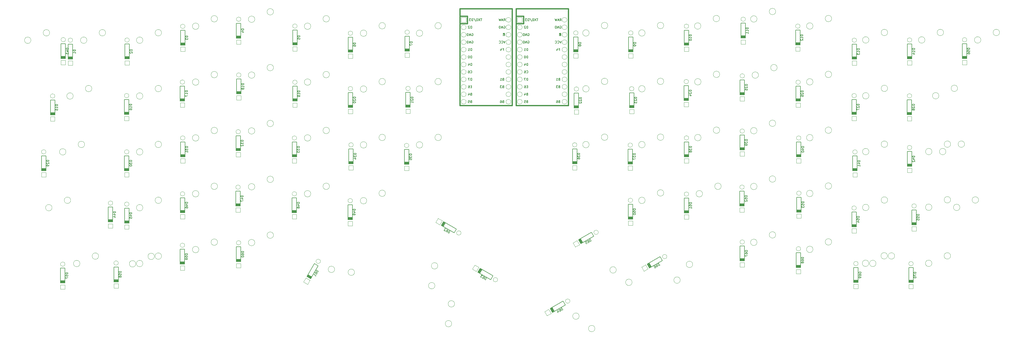
<source format=gbr>
G04 #@! TF.GenerationSoftware,KiCad,Pcbnew,(5.1.0)-1*
G04 #@! TF.CreationDate,2019-07-24T11:11:36-04:00*
G04 #@! TF.ProjectId,ogre,6f677265-2e6b-4696-9361-645f70636258,1.0*
G04 #@! TF.SameCoordinates,Original*
G04 #@! TF.FileFunction,Legend,Bot*
G04 #@! TF.FilePolarity,Positive*
%FSLAX46Y46*%
G04 Gerber Fmt 4.6, Leading zero omitted, Abs format (unit mm)*
G04 Created by KiCad (PCBNEW (5.1.0)-1) date 2019-07-24 11:11:36*
%MOMM*%
%LPD*%
G04 APERTURE LIST*
%ADD10C,0.381000*%
%ADD11C,0.150000*%
%ADD12C,0.100000*%
G04 APERTURE END LIST*
D10*
X185850000Y-29210000D02*
X183310000Y-29210000D01*
X201090000Y-26670000D02*
X183310000Y-26670000D01*
X183310000Y-26670000D02*
X183310000Y-59690000D01*
X183310000Y-59690000D02*
X201090000Y-59690000D01*
X201090000Y-59690000D02*
X201090000Y-26670000D01*
D11*
G36*
X198044635Y-35099030D02*
G01*
X198044635Y-35199030D01*
X198544635Y-35199030D01*
X198544635Y-35099030D01*
X198044635Y-35099030D01*
G37*
X198044635Y-35099030D02*
X198044635Y-35199030D01*
X198544635Y-35199030D01*
X198544635Y-35099030D01*
X198044635Y-35099030D01*
G36*
X198044635Y-35099030D02*
G01*
X198044635Y-35399030D01*
X198144635Y-35399030D01*
X198144635Y-35099030D01*
X198044635Y-35099030D01*
G37*
X198044635Y-35099030D02*
X198044635Y-35399030D01*
X198144635Y-35399030D01*
X198144635Y-35099030D01*
X198044635Y-35099030D01*
G36*
X198044635Y-35699030D02*
G01*
X198044635Y-35899030D01*
X198144635Y-35899030D01*
X198144635Y-35699030D01*
X198044635Y-35699030D01*
G37*
X198044635Y-35699030D02*
X198044635Y-35899030D01*
X198144635Y-35899030D01*
X198144635Y-35699030D01*
X198044635Y-35699030D01*
G36*
X198444635Y-35099030D02*
G01*
X198444635Y-35899030D01*
X198544635Y-35899030D01*
X198544635Y-35099030D01*
X198444635Y-35099030D01*
G37*
X198444635Y-35099030D02*
X198444635Y-35899030D01*
X198544635Y-35899030D01*
X198544635Y-35099030D01*
X198444635Y-35099030D01*
G36*
X198244635Y-35499030D02*
G01*
X198244635Y-35599030D01*
X198344635Y-35599030D01*
X198344635Y-35499030D01*
X198244635Y-35499030D01*
G37*
X198244635Y-35499030D02*
X198244635Y-35599030D01*
X198344635Y-35599030D01*
X198344635Y-35499030D01*
X198244635Y-35499030D01*
D10*
X185850000Y-29210000D02*
X185850000Y-31750000D01*
X185850000Y-31750000D02*
X183310000Y-31750000D01*
X204940000Y-29210000D02*
X202400000Y-29210000D01*
X220180000Y-26670000D02*
X202400000Y-26670000D01*
X202400000Y-26670000D02*
X202400000Y-59690000D01*
X202400000Y-59690000D02*
X220180000Y-59690000D01*
X220180000Y-59690000D02*
X220180000Y-26670000D01*
D11*
G36*
X217134635Y-35099030D02*
G01*
X217134635Y-35199030D01*
X217634635Y-35199030D01*
X217634635Y-35099030D01*
X217134635Y-35099030D01*
G37*
X217134635Y-35099030D02*
X217134635Y-35199030D01*
X217634635Y-35199030D01*
X217634635Y-35099030D01*
X217134635Y-35099030D01*
G36*
X217134635Y-35099030D02*
G01*
X217134635Y-35399030D01*
X217234635Y-35399030D01*
X217234635Y-35099030D01*
X217134635Y-35099030D01*
G37*
X217134635Y-35099030D02*
X217134635Y-35399030D01*
X217234635Y-35399030D01*
X217234635Y-35099030D01*
X217134635Y-35099030D01*
G36*
X217134635Y-35699030D02*
G01*
X217134635Y-35899030D01*
X217234635Y-35899030D01*
X217234635Y-35699030D01*
X217134635Y-35699030D01*
G37*
X217134635Y-35699030D02*
X217134635Y-35899030D01*
X217234635Y-35899030D01*
X217234635Y-35699030D01*
X217134635Y-35699030D01*
G36*
X217534635Y-35099030D02*
G01*
X217534635Y-35899030D01*
X217634635Y-35899030D01*
X217634635Y-35099030D01*
X217534635Y-35099030D01*
G37*
X217534635Y-35099030D02*
X217534635Y-35899030D01*
X217634635Y-35899030D01*
X217634635Y-35099030D01*
X217534635Y-35099030D01*
G36*
X217334635Y-35499030D02*
G01*
X217334635Y-35599030D01*
X217434635Y-35599030D01*
X217434635Y-35499030D01*
X217334635Y-35499030D01*
G37*
X217334635Y-35499030D02*
X217334635Y-35599030D01*
X217434635Y-35599030D01*
X217434635Y-35499030D01*
X217334635Y-35499030D01*
D10*
X204940000Y-29210000D02*
X204940000Y-31750000D01*
X204940000Y-31750000D02*
X202400000Y-31750000D01*
D11*
X65122000Y-94360000D02*
X65122000Y-99440000D01*
X65122000Y-99440000D02*
X63598000Y-99440000D01*
X63598000Y-99440000D02*
X63598000Y-94360000D01*
X63598000Y-94360000D02*
X65122000Y-94360000D01*
X65122000Y-94360000D02*
X65122000Y-94868000D01*
X65122000Y-99059000D02*
X63598000Y-99059000D01*
X63598000Y-99186000D02*
X65122000Y-99186000D01*
X65122000Y-99313000D02*
X63598000Y-99313000D01*
X63598000Y-98932000D02*
X65122000Y-98932000D01*
X65122000Y-98805000D02*
X63598000Y-98805000D01*
X65122000Y-98678000D02*
X63598000Y-98678000D01*
X193828705Y-119119911D02*
X189429295Y-116579911D01*
X189429295Y-116579911D02*
X190191295Y-115260089D01*
X190191295Y-115260089D02*
X194590705Y-117800089D01*
X194590705Y-117800089D02*
X193828705Y-119119911D01*
X193828705Y-119119911D02*
X193388764Y-118865911D01*
X189759251Y-116770411D02*
X190521251Y-115450589D01*
X190411266Y-115387089D02*
X189649266Y-116706911D01*
X189539281Y-116643411D02*
X190301281Y-115323589D01*
X190631236Y-115514089D02*
X189869236Y-116833911D01*
X189979222Y-116897411D02*
X190741222Y-115577589D01*
X190089207Y-116960911D02*
X190851207Y-115641089D01*
X135049911Y-114431295D02*
X132509911Y-118830705D01*
X132509911Y-118830705D02*
X131190089Y-118068705D01*
X131190089Y-118068705D02*
X133730089Y-113669295D01*
X133730089Y-113669295D02*
X135049911Y-114431295D01*
X135049911Y-114431295D02*
X134795911Y-114871236D01*
X132700411Y-118500749D02*
X131380589Y-117738749D01*
X131317089Y-117848734D02*
X132636911Y-118610734D01*
X132573411Y-118720719D02*
X131253589Y-117958719D01*
X131444089Y-117628764D02*
X132763911Y-118390764D01*
X132827411Y-118280778D02*
X131507589Y-117518778D01*
X132890911Y-118170793D02*
X131571089Y-117408793D01*
X51472000Y-38780000D02*
X51472000Y-43860000D01*
X51472000Y-43860000D02*
X49948000Y-43860000D01*
X49948000Y-43860000D02*
X49948000Y-38780000D01*
X49948000Y-38780000D02*
X51472000Y-38780000D01*
X51472000Y-38780000D02*
X51472000Y-39288000D01*
X51472000Y-43479000D02*
X49948000Y-43479000D01*
X49948000Y-43606000D02*
X51472000Y-43606000D01*
X51472000Y-43733000D02*
X49948000Y-43733000D01*
X49948000Y-43352000D02*
X51472000Y-43352000D01*
X51472000Y-43225000D02*
X49948000Y-43225000D01*
X51472000Y-43098000D02*
X49948000Y-43098000D01*
X70752000Y-38740000D02*
X70752000Y-43820000D01*
X70752000Y-43820000D02*
X69228000Y-43820000D01*
X69228000Y-43820000D02*
X69228000Y-38740000D01*
X69228000Y-38740000D02*
X70752000Y-38740000D01*
X70752000Y-38740000D02*
X70752000Y-39248000D01*
X70752000Y-43439000D02*
X69228000Y-43439000D01*
X69228000Y-43566000D02*
X70752000Y-43566000D01*
X70752000Y-43693000D02*
X69228000Y-43693000D01*
X69228000Y-43312000D02*
X70752000Y-43312000D01*
X70752000Y-43185000D02*
X69228000Y-43185000D01*
X70752000Y-43058000D02*
X69228000Y-43058000D01*
X89712000Y-34060000D02*
X89712000Y-39140000D01*
X89712000Y-39140000D02*
X88188000Y-39140000D01*
X88188000Y-39140000D02*
X88188000Y-34060000D01*
X88188000Y-34060000D02*
X89712000Y-34060000D01*
X89712000Y-34060000D02*
X89712000Y-34568000D01*
X89712000Y-38759000D02*
X88188000Y-38759000D01*
X88188000Y-38886000D02*
X89712000Y-38886000D01*
X89712000Y-39013000D02*
X88188000Y-39013000D01*
X88188000Y-38632000D02*
X89712000Y-38632000D01*
X89712000Y-38505000D02*
X88188000Y-38505000D01*
X89712000Y-38378000D02*
X88188000Y-38378000D01*
X108742000Y-31640000D02*
X108742000Y-36720000D01*
X108742000Y-36720000D02*
X107218000Y-36720000D01*
X107218000Y-36720000D02*
X107218000Y-31640000D01*
X107218000Y-31640000D02*
X108742000Y-31640000D01*
X108742000Y-31640000D02*
X108742000Y-32148000D01*
X108742000Y-36339000D02*
X107218000Y-36339000D01*
X107218000Y-36466000D02*
X108742000Y-36466000D01*
X108742000Y-36593000D02*
X107218000Y-36593000D01*
X107218000Y-36212000D02*
X108742000Y-36212000D01*
X108742000Y-36085000D02*
X107218000Y-36085000D01*
X108742000Y-35958000D02*
X107218000Y-35958000D01*
X127892000Y-33970000D02*
X127892000Y-39050000D01*
X127892000Y-39050000D02*
X126368000Y-39050000D01*
X126368000Y-39050000D02*
X126368000Y-33970000D01*
X126368000Y-33970000D02*
X127892000Y-33970000D01*
X127892000Y-33970000D02*
X127892000Y-34478000D01*
X127892000Y-38669000D02*
X126368000Y-38669000D01*
X126368000Y-38796000D02*
X127892000Y-38796000D01*
X127892000Y-38923000D02*
X126368000Y-38923000D01*
X126368000Y-38542000D02*
X127892000Y-38542000D01*
X127892000Y-38415000D02*
X126368000Y-38415000D01*
X127892000Y-38288000D02*
X126368000Y-38288000D01*
X146792000Y-36410000D02*
X146792000Y-41490000D01*
X146792000Y-41490000D02*
X145268000Y-41490000D01*
X145268000Y-41490000D02*
X145268000Y-36410000D01*
X145268000Y-36410000D02*
X146792000Y-36410000D01*
X146792000Y-36410000D02*
X146792000Y-36918000D01*
X146792000Y-41109000D02*
X145268000Y-41109000D01*
X145268000Y-41236000D02*
X146792000Y-41236000D01*
X146792000Y-41363000D02*
X145268000Y-41363000D01*
X145268000Y-40982000D02*
X146792000Y-40982000D01*
X146792000Y-40855000D02*
X145268000Y-40855000D01*
X146792000Y-40728000D02*
X145268000Y-40728000D01*
X166102000Y-36050000D02*
X166102000Y-41130000D01*
X166102000Y-41130000D02*
X164578000Y-41130000D01*
X164578000Y-41130000D02*
X164578000Y-36050000D01*
X164578000Y-36050000D02*
X166102000Y-36050000D01*
X166102000Y-36050000D02*
X166102000Y-36558000D01*
X166102000Y-40749000D02*
X164578000Y-40749000D01*
X164578000Y-40876000D02*
X166102000Y-40876000D01*
X166102000Y-41003000D02*
X164578000Y-41003000D01*
X164578000Y-40622000D02*
X166102000Y-40622000D01*
X166102000Y-40495000D02*
X164578000Y-40495000D01*
X166102000Y-40368000D02*
X164578000Y-40368000D01*
X223522000Y-36310000D02*
X223522000Y-41390000D01*
X223522000Y-41390000D02*
X221998000Y-41390000D01*
X221998000Y-41390000D02*
X221998000Y-36310000D01*
X221998000Y-36310000D02*
X223522000Y-36310000D01*
X223522000Y-36310000D02*
X223522000Y-36818000D01*
X223522000Y-41009000D02*
X221998000Y-41009000D01*
X221998000Y-41136000D02*
X223522000Y-41136000D01*
X223522000Y-41263000D02*
X221998000Y-41263000D01*
X221998000Y-40882000D02*
X223522000Y-40882000D01*
X223522000Y-40755000D02*
X221998000Y-40755000D01*
X223522000Y-40628000D02*
X221998000Y-40628000D01*
X242222000Y-36310000D02*
X242222000Y-41390000D01*
X242222000Y-41390000D02*
X240698000Y-41390000D01*
X240698000Y-41390000D02*
X240698000Y-36310000D01*
X240698000Y-36310000D02*
X242222000Y-36310000D01*
X242222000Y-36310000D02*
X242222000Y-36818000D01*
X242222000Y-41009000D02*
X240698000Y-41009000D01*
X240698000Y-41136000D02*
X242222000Y-41136000D01*
X242222000Y-41263000D02*
X240698000Y-41263000D01*
X240698000Y-40882000D02*
X242222000Y-40882000D01*
X242222000Y-40755000D02*
X240698000Y-40755000D01*
X242222000Y-40628000D02*
X240698000Y-40628000D01*
X261162000Y-34020000D02*
X261162000Y-39100000D01*
X261162000Y-39100000D02*
X259638000Y-39100000D01*
X259638000Y-39100000D02*
X259638000Y-34020000D01*
X259638000Y-34020000D02*
X261162000Y-34020000D01*
X261162000Y-34020000D02*
X261162000Y-34528000D01*
X261162000Y-38719000D02*
X259638000Y-38719000D01*
X259638000Y-38846000D02*
X261162000Y-38846000D01*
X261162000Y-38973000D02*
X259638000Y-38973000D01*
X259638000Y-38592000D02*
X261162000Y-38592000D01*
X261162000Y-38465000D02*
X259638000Y-38465000D01*
X261162000Y-38338000D02*
X259638000Y-38338000D01*
X280492000Y-31630000D02*
X280492000Y-36710000D01*
X280492000Y-36710000D02*
X278968000Y-36710000D01*
X278968000Y-36710000D02*
X278968000Y-31630000D01*
X278968000Y-31630000D02*
X280492000Y-31630000D01*
X280492000Y-31630000D02*
X280492000Y-32138000D01*
X280492000Y-36329000D02*
X278968000Y-36329000D01*
X278968000Y-36456000D02*
X280492000Y-36456000D01*
X280492000Y-36583000D02*
X278968000Y-36583000D01*
X278968000Y-36202000D02*
X280492000Y-36202000D01*
X280492000Y-36075000D02*
X278968000Y-36075000D01*
X280492000Y-35948000D02*
X278968000Y-35948000D01*
X318322000Y-38790000D02*
X318322000Y-43870000D01*
X318322000Y-43870000D02*
X316798000Y-43870000D01*
X316798000Y-43870000D02*
X316798000Y-38790000D01*
X316798000Y-38790000D02*
X318322000Y-38790000D01*
X318322000Y-38790000D02*
X318322000Y-39298000D01*
X318322000Y-43489000D02*
X316798000Y-43489000D01*
X316798000Y-43616000D02*
X318322000Y-43616000D01*
X318322000Y-43743000D02*
X316798000Y-43743000D01*
X316798000Y-43362000D02*
X318322000Y-43362000D01*
X318322000Y-43235000D02*
X316798000Y-43235000D01*
X318322000Y-43108000D02*
X316798000Y-43108000D01*
X337122000Y-38710000D02*
X337122000Y-43790000D01*
X337122000Y-43790000D02*
X335598000Y-43790000D01*
X335598000Y-43790000D02*
X335598000Y-38710000D01*
X335598000Y-38710000D02*
X337122000Y-38710000D01*
X337122000Y-38710000D02*
X337122000Y-39218000D01*
X337122000Y-43409000D02*
X335598000Y-43409000D01*
X335598000Y-43536000D02*
X337122000Y-43536000D01*
X337122000Y-43663000D02*
X335598000Y-43663000D01*
X335598000Y-43282000D02*
X337122000Y-43282000D01*
X337122000Y-43155000D02*
X335598000Y-43155000D01*
X337122000Y-43028000D02*
X335598000Y-43028000D01*
X45422000Y-57830000D02*
X45422000Y-62910000D01*
X45422000Y-62910000D02*
X43898000Y-62910000D01*
X43898000Y-62910000D02*
X43898000Y-57830000D01*
X43898000Y-57830000D02*
X45422000Y-57830000D01*
X45422000Y-57830000D02*
X45422000Y-58338000D01*
X45422000Y-62529000D02*
X43898000Y-62529000D01*
X43898000Y-62656000D02*
X45422000Y-62656000D01*
X45422000Y-62783000D02*
X43898000Y-62783000D01*
X43898000Y-62402000D02*
X45422000Y-62402000D01*
X45422000Y-62275000D02*
X43898000Y-62275000D01*
X45422000Y-62148000D02*
X43898000Y-62148000D01*
X70602000Y-57700000D02*
X70602000Y-62780000D01*
X70602000Y-62780000D02*
X69078000Y-62780000D01*
X69078000Y-62780000D02*
X69078000Y-57700000D01*
X69078000Y-57700000D02*
X70602000Y-57700000D01*
X70602000Y-57700000D02*
X70602000Y-58208000D01*
X70602000Y-62399000D02*
X69078000Y-62399000D01*
X69078000Y-62526000D02*
X70602000Y-62526000D01*
X70602000Y-62653000D02*
X69078000Y-62653000D01*
X69078000Y-62272000D02*
X70602000Y-62272000D01*
X70602000Y-62145000D02*
X69078000Y-62145000D01*
X70602000Y-62018000D02*
X69078000Y-62018000D01*
X89602000Y-53080000D02*
X89602000Y-58160000D01*
X89602000Y-58160000D02*
X88078000Y-58160000D01*
X88078000Y-58160000D02*
X88078000Y-53080000D01*
X88078000Y-53080000D02*
X89602000Y-53080000D01*
X89602000Y-53080000D02*
X89602000Y-53588000D01*
X89602000Y-57779000D02*
X88078000Y-57779000D01*
X88078000Y-57906000D02*
X89602000Y-57906000D01*
X89602000Y-58033000D02*
X88078000Y-58033000D01*
X88078000Y-57652000D02*
X89602000Y-57652000D01*
X89602000Y-57525000D02*
X88078000Y-57525000D01*
X89602000Y-57398000D02*
X88078000Y-57398000D01*
X108782000Y-50670000D02*
X108782000Y-55750000D01*
X108782000Y-55750000D02*
X107258000Y-55750000D01*
X107258000Y-55750000D02*
X107258000Y-50670000D01*
X107258000Y-50670000D02*
X108782000Y-50670000D01*
X108782000Y-50670000D02*
X108782000Y-51178000D01*
X108782000Y-55369000D02*
X107258000Y-55369000D01*
X107258000Y-55496000D02*
X108782000Y-55496000D01*
X108782000Y-55623000D02*
X107258000Y-55623000D01*
X107258000Y-55242000D02*
X108782000Y-55242000D01*
X108782000Y-55115000D02*
X107258000Y-55115000D01*
X108782000Y-54988000D02*
X107258000Y-54988000D01*
X127892000Y-53130000D02*
X127892000Y-58210000D01*
X127892000Y-58210000D02*
X126368000Y-58210000D01*
X126368000Y-58210000D02*
X126368000Y-53130000D01*
X126368000Y-53130000D02*
X127892000Y-53130000D01*
X127892000Y-53130000D02*
X127892000Y-53638000D01*
X127892000Y-57829000D02*
X126368000Y-57829000D01*
X126368000Y-57956000D02*
X127892000Y-57956000D01*
X127892000Y-58083000D02*
X126368000Y-58083000D01*
X126368000Y-57702000D02*
X127892000Y-57702000D01*
X127892000Y-57575000D02*
X126368000Y-57575000D01*
X127892000Y-57448000D02*
X126368000Y-57448000D01*
X146792000Y-55320000D02*
X146792000Y-60400000D01*
X146792000Y-60400000D02*
X145268000Y-60400000D01*
X145268000Y-60400000D02*
X145268000Y-55320000D01*
X145268000Y-55320000D02*
X146792000Y-55320000D01*
X146792000Y-55320000D02*
X146792000Y-55828000D01*
X146792000Y-60019000D02*
X145268000Y-60019000D01*
X145268000Y-60146000D02*
X146792000Y-60146000D01*
X146792000Y-60273000D02*
X145268000Y-60273000D01*
X145268000Y-59892000D02*
X146792000Y-59892000D01*
X146792000Y-59765000D02*
X145268000Y-59765000D01*
X146792000Y-59638000D02*
X145268000Y-59638000D01*
X166402000Y-55250000D02*
X166402000Y-60330000D01*
X166402000Y-60330000D02*
X164878000Y-60330000D01*
X164878000Y-60330000D02*
X164878000Y-55250000D01*
X164878000Y-55250000D02*
X166402000Y-55250000D01*
X166402000Y-55250000D02*
X166402000Y-55758000D01*
X166402000Y-59949000D02*
X164878000Y-59949000D01*
X164878000Y-60076000D02*
X166402000Y-60076000D01*
X166402000Y-60203000D02*
X164878000Y-60203000D01*
X164878000Y-59822000D02*
X166402000Y-59822000D01*
X166402000Y-59695000D02*
X164878000Y-59695000D01*
X166402000Y-59568000D02*
X164878000Y-59568000D01*
X223712000Y-55440000D02*
X223712000Y-60520000D01*
X223712000Y-60520000D02*
X222188000Y-60520000D01*
X222188000Y-60520000D02*
X222188000Y-55440000D01*
X222188000Y-55440000D02*
X223712000Y-55440000D01*
X223712000Y-55440000D02*
X223712000Y-55948000D01*
X223712000Y-60139000D02*
X222188000Y-60139000D01*
X222188000Y-60266000D02*
X223712000Y-60266000D01*
X223712000Y-60393000D02*
X222188000Y-60393000D01*
X222188000Y-60012000D02*
X223712000Y-60012000D01*
X223712000Y-59885000D02*
X222188000Y-59885000D01*
X223712000Y-59758000D02*
X222188000Y-59758000D01*
X242532000Y-55350000D02*
X242532000Y-60430000D01*
X242532000Y-60430000D02*
X241008000Y-60430000D01*
X241008000Y-60430000D02*
X241008000Y-55350000D01*
X241008000Y-55350000D02*
X242532000Y-55350000D01*
X242532000Y-55350000D02*
X242532000Y-55858000D01*
X242532000Y-60049000D02*
X241008000Y-60049000D01*
X241008000Y-60176000D02*
X242532000Y-60176000D01*
X242532000Y-60303000D02*
X241008000Y-60303000D01*
X241008000Y-59922000D02*
X242532000Y-59922000D01*
X242532000Y-59795000D02*
X241008000Y-59795000D01*
X242532000Y-59668000D02*
X241008000Y-59668000D01*
X261122000Y-52910000D02*
X261122000Y-57990000D01*
X261122000Y-57990000D02*
X259598000Y-57990000D01*
X259598000Y-57990000D02*
X259598000Y-52910000D01*
X259598000Y-52910000D02*
X261122000Y-52910000D01*
X261122000Y-52910000D02*
X261122000Y-53418000D01*
X261122000Y-57609000D02*
X259598000Y-57609000D01*
X259598000Y-57736000D02*
X261122000Y-57736000D01*
X261122000Y-57863000D02*
X259598000Y-57863000D01*
X259598000Y-57482000D02*
X261122000Y-57482000D01*
X261122000Y-57355000D02*
X259598000Y-57355000D01*
X261122000Y-57228000D02*
X259598000Y-57228000D01*
X280182000Y-50970000D02*
X280182000Y-56050000D01*
X280182000Y-56050000D02*
X278658000Y-56050000D01*
X278658000Y-56050000D02*
X278658000Y-50970000D01*
X278658000Y-50970000D02*
X280182000Y-50970000D01*
X280182000Y-50970000D02*
X280182000Y-51478000D01*
X280182000Y-55669000D02*
X278658000Y-55669000D01*
X278658000Y-55796000D02*
X280182000Y-55796000D01*
X280182000Y-55923000D02*
X278658000Y-55923000D01*
X278658000Y-55542000D02*
X280182000Y-55542000D01*
X280182000Y-55415000D02*
X278658000Y-55415000D01*
X280182000Y-55288000D02*
X278658000Y-55288000D01*
X299182000Y-53130000D02*
X299182000Y-58210000D01*
X299182000Y-58210000D02*
X297658000Y-58210000D01*
X297658000Y-58210000D02*
X297658000Y-53130000D01*
X297658000Y-53130000D02*
X299182000Y-53130000D01*
X299182000Y-53130000D02*
X299182000Y-53638000D01*
X299182000Y-57829000D02*
X297658000Y-57829000D01*
X297658000Y-57956000D02*
X299182000Y-57956000D01*
X299182000Y-58083000D02*
X297658000Y-58083000D01*
X297658000Y-57702000D02*
X299182000Y-57702000D01*
X299182000Y-57575000D02*
X297658000Y-57575000D01*
X299182000Y-57448000D02*
X297658000Y-57448000D01*
X318262000Y-57700000D02*
X318262000Y-62780000D01*
X318262000Y-62780000D02*
X316738000Y-62780000D01*
X316738000Y-62780000D02*
X316738000Y-57700000D01*
X316738000Y-57700000D02*
X318262000Y-57700000D01*
X318262000Y-57700000D02*
X318262000Y-58208000D01*
X318262000Y-62399000D02*
X316738000Y-62399000D01*
X316738000Y-62526000D02*
X318262000Y-62526000D01*
X318262000Y-62653000D02*
X316738000Y-62653000D01*
X316738000Y-62272000D02*
X318262000Y-62272000D01*
X318262000Y-62145000D02*
X316738000Y-62145000D01*
X318262000Y-62018000D02*
X316738000Y-62018000D01*
X337092000Y-57770000D02*
X337092000Y-62850000D01*
X337092000Y-62850000D02*
X335568000Y-62850000D01*
X335568000Y-62850000D02*
X335568000Y-57770000D01*
X335568000Y-57770000D02*
X337092000Y-57770000D01*
X337092000Y-57770000D02*
X337092000Y-58278000D01*
X337092000Y-62469000D02*
X335568000Y-62469000D01*
X335568000Y-62596000D02*
X337092000Y-62596000D01*
X337092000Y-62723000D02*
X335568000Y-62723000D01*
X335568000Y-62342000D02*
X337092000Y-62342000D01*
X337092000Y-62215000D02*
X335568000Y-62215000D01*
X337092000Y-62088000D02*
X335568000Y-62088000D01*
X42392000Y-76880000D02*
X42392000Y-81960000D01*
X42392000Y-81960000D02*
X40868000Y-81960000D01*
X40868000Y-81960000D02*
X40868000Y-76880000D01*
X40868000Y-76880000D02*
X42392000Y-76880000D01*
X42392000Y-76880000D02*
X42392000Y-77388000D01*
X42392000Y-81579000D02*
X40868000Y-81579000D01*
X40868000Y-81706000D02*
X42392000Y-81706000D01*
X42392000Y-81833000D02*
X40868000Y-81833000D01*
X40868000Y-81452000D02*
X42392000Y-81452000D01*
X42392000Y-81325000D02*
X40868000Y-81325000D01*
X42392000Y-81198000D02*
X40868000Y-81198000D01*
X70642000Y-76890000D02*
X70642000Y-81970000D01*
X70642000Y-81970000D02*
X69118000Y-81970000D01*
X69118000Y-81970000D02*
X69118000Y-76890000D01*
X69118000Y-76890000D02*
X70642000Y-76890000D01*
X70642000Y-76890000D02*
X70642000Y-77398000D01*
X70642000Y-81589000D02*
X69118000Y-81589000D01*
X69118000Y-81716000D02*
X70642000Y-81716000D01*
X70642000Y-81843000D02*
X69118000Y-81843000D01*
X69118000Y-81462000D02*
X70642000Y-81462000D01*
X70642000Y-81335000D02*
X69118000Y-81335000D01*
X70642000Y-81208000D02*
X69118000Y-81208000D01*
X89712000Y-72150000D02*
X89712000Y-77230000D01*
X89712000Y-77230000D02*
X88188000Y-77230000D01*
X88188000Y-77230000D02*
X88188000Y-72150000D01*
X88188000Y-72150000D02*
X89712000Y-72150000D01*
X89712000Y-72150000D02*
X89712000Y-72658000D01*
X89712000Y-76849000D02*
X88188000Y-76849000D01*
X88188000Y-76976000D02*
X89712000Y-76976000D01*
X89712000Y-77103000D02*
X88188000Y-77103000D01*
X88188000Y-76722000D02*
X89712000Y-76722000D01*
X89712000Y-76595000D02*
X88188000Y-76595000D01*
X89712000Y-76468000D02*
X88188000Y-76468000D01*
X108592000Y-70020000D02*
X108592000Y-75100000D01*
X108592000Y-75100000D02*
X107068000Y-75100000D01*
X107068000Y-75100000D02*
X107068000Y-70020000D01*
X107068000Y-70020000D02*
X108592000Y-70020000D01*
X108592000Y-70020000D02*
X108592000Y-70528000D01*
X108592000Y-74719000D02*
X107068000Y-74719000D01*
X107068000Y-74846000D02*
X108592000Y-74846000D01*
X108592000Y-74973000D02*
X107068000Y-74973000D01*
X107068000Y-74592000D02*
X108592000Y-74592000D01*
X108592000Y-74465000D02*
X107068000Y-74465000D01*
X108592000Y-74338000D02*
X107068000Y-74338000D01*
X127722000Y-72170000D02*
X127722000Y-77250000D01*
X127722000Y-77250000D02*
X126198000Y-77250000D01*
X126198000Y-77250000D02*
X126198000Y-72170000D01*
X126198000Y-72170000D02*
X127722000Y-72170000D01*
X127722000Y-72170000D02*
X127722000Y-72678000D01*
X127722000Y-76869000D02*
X126198000Y-76869000D01*
X126198000Y-76996000D02*
X127722000Y-76996000D01*
X127722000Y-77123000D02*
X126198000Y-77123000D01*
X126198000Y-76742000D02*
X127722000Y-76742000D01*
X127722000Y-76615000D02*
X126198000Y-76615000D01*
X127722000Y-76488000D02*
X126198000Y-76488000D01*
X147002000Y-74490000D02*
X147002000Y-79570000D01*
X147002000Y-79570000D02*
X145478000Y-79570000D01*
X145478000Y-79570000D02*
X145478000Y-74490000D01*
X145478000Y-74490000D02*
X147002000Y-74490000D01*
X147002000Y-74490000D02*
X147002000Y-74998000D01*
X147002000Y-79189000D02*
X145478000Y-79189000D01*
X145478000Y-79316000D02*
X147002000Y-79316000D01*
X147002000Y-79443000D02*
X145478000Y-79443000D01*
X145478000Y-79062000D02*
X147002000Y-79062000D01*
X147002000Y-78935000D02*
X145478000Y-78935000D01*
X147002000Y-78808000D02*
X145478000Y-78808000D01*
X165912000Y-74700000D02*
X165912000Y-79780000D01*
X165912000Y-79780000D02*
X164388000Y-79780000D01*
X164388000Y-79780000D02*
X164388000Y-74700000D01*
X164388000Y-74700000D02*
X165912000Y-74700000D01*
X165912000Y-74700000D02*
X165912000Y-75208000D01*
X165912000Y-79399000D02*
X164388000Y-79399000D01*
X164388000Y-79526000D02*
X165912000Y-79526000D01*
X165912000Y-79653000D02*
X164388000Y-79653000D01*
X164388000Y-79272000D02*
X165912000Y-79272000D01*
X165912000Y-79145000D02*
X164388000Y-79145000D01*
X165912000Y-79018000D02*
X164388000Y-79018000D01*
X223132000Y-74490000D02*
X223132000Y-79570000D01*
X223132000Y-79570000D02*
X221608000Y-79570000D01*
X221608000Y-79570000D02*
X221608000Y-74490000D01*
X221608000Y-74490000D02*
X223132000Y-74490000D01*
X223132000Y-74490000D02*
X223132000Y-74998000D01*
X223132000Y-79189000D02*
X221608000Y-79189000D01*
X221608000Y-79316000D02*
X223132000Y-79316000D01*
X223132000Y-79443000D02*
X221608000Y-79443000D01*
X221608000Y-79062000D02*
X223132000Y-79062000D01*
X223132000Y-78935000D02*
X221608000Y-78935000D01*
X223132000Y-78808000D02*
X221608000Y-78808000D01*
X242042000Y-74580000D02*
X242042000Y-79660000D01*
X242042000Y-79660000D02*
X240518000Y-79660000D01*
X240518000Y-79660000D02*
X240518000Y-74580000D01*
X240518000Y-74580000D02*
X242042000Y-74580000D01*
X242042000Y-74580000D02*
X242042000Y-75088000D01*
X242042000Y-79279000D02*
X240518000Y-79279000D01*
X240518000Y-79406000D02*
X242042000Y-79406000D01*
X242042000Y-79533000D02*
X240518000Y-79533000D01*
X240518000Y-79152000D02*
X242042000Y-79152000D01*
X242042000Y-79025000D02*
X240518000Y-79025000D01*
X242042000Y-78898000D02*
X240518000Y-78898000D01*
X261172000Y-72130000D02*
X261172000Y-77210000D01*
X261172000Y-77210000D02*
X259648000Y-77210000D01*
X259648000Y-77210000D02*
X259648000Y-72130000D01*
X259648000Y-72130000D02*
X261172000Y-72130000D01*
X261172000Y-72130000D02*
X261172000Y-72638000D01*
X261172000Y-76829000D02*
X259648000Y-76829000D01*
X259648000Y-76956000D02*
X261172000Y-76956000D01*
X261172000Y-77083000D02*
X259648000Y-77083000D01*
X259648000Y-76702000D02*
X261172000Y-76702000D01*
X261172000Y-76575000D02*
X259648000Y-76575000D01*
X261172000Y-76448000D02*
X259648000Y-76448000D01*
X280162000Y-69800000D02*
X280162000Y-74880000D01*
X280162000Y-74880000D02*
X278638000Y-74880000D01*
X278638000Y-74880000D02*
X278638000Y-69800000D01*
X278638000Y-69800000D02*
X280162000Y-69800000D01*
X280162000Y-69800000D02*
X280162000Y-70308000D01*
X280162000Y-74499000D02*
X278638000Y-74499000D01*
X278638000Y-74626000D02*
X280162000Y-74626000D01*
X280162000Y-74753000D02*
X278638000Y-74753000D01*
X278638000Y-74372000D02*
X280162000Y-74372000D01*
X280162000Y-74245000D02*
X278638000Y-74245000D01*
X280162000Y-74118000D02*
X278638000Y-74118000D01*
X299392000Y-72160000D02*
X299392000Y-77240000D01*
X299392000Y-77240000D02*
X297868000Y-77240000D01*
X297868000Y-77240000D02*
X297868000Y-72160000D01*
X297868000Y-72160000D02*
X299392000Y-72160000D01*
X299392000Y-72160000D02*
X299392000Y-72668000D01*
X299392000Y-76859000D02*
X297868000Y-76859000D01*
X297868000Y-76986000D02*
X299392000Y-76986000D01*
X299392000Y-77113000D02*
X297868000Y-77113000D01*
X297868000Y-76732000D02*
X299392000Y-76732000D01*
X299392000Y-76605000D02*
X297868000Y-76605000D01*
X299392000Y-76478000D02*
X297868000Y-76478000D01*
X318542000Y-76920000D02*
X318542000Y-82000000D01*
X318542000Y-82000000D02*
X317018000Y-82000000D01*
X317018000Y-82000000D02*
X317018000Y-76920000D01*
X317018000Y-76920000D02*
X318542000Y-76920000D01*
X318542000Y-76920000D02*
X318542000Y-77428000D01*
X318542000Y-81619000D02*
X317018000Y-81619000D01*
X317018000Y-81746000D02*
X318542000Y-81746000D01*
X318542000Y-81873000D02*
X317018000Y-81873000D01*
X317018000Y-81492000D02*
X318542000Y-81492000D01*
X318542000Y-81365000D02*
X317018000Y-81365000D01*
X318542000Y-81238000D02*
X317018000Y-81238000D01*
X337112000Y-75410000D02*
X337112000Y-80490000D01*
X337112000Y-80490000D02*
X335588000Y-80490000D01*
X335588000Y-80490000D02*
X335588000Y-75410000D01*
X335588000Y-75410000D02*
X337112000Y-75410000D01*
X337112000Y-75410000D02*
X337112000Y-75918000D01*
X337112000Y-80109000D02*
X335588000Y-80109000D01*
X335588000Y-80236000D02*
X337112000Y-80236000D01*
X337112000Y-80363000D02*
X335588000Y-80363000D01*
X335588000Y-79982000D02*
X337112000Y-79982000D01*
X337112000Y-79855000D02*
X335588000Y-79855000D01*
X337112000Y-79728000D02*
X335588000Y-79728000D01*
X70652000Y-94720000D02*
X70652000Y-99800000D01*
X70652000Y-99800000D02*
X69128000Y-99800000D01*
X69128000Y-99800000D02*
X69128000Y-94720000D01*
X69128000Y-94720000D02*
X70652000Y-94720000D01*
X70652000Y-94720000D02*
X70652000Y-95228000D01*
X70652000Y-99419000D02*
X69128000Y-99419000D01*
X69128000Y-99546000D02*
X70652000Y-99546000D01*
X70652000Y-99673000D02*
X69128000Y-99673000D01*
X69128000Y-99292000D02*
X70652000Y-99292000D01*
X70652000Y-99165000D02*
X69128000Y-99165000D01*
X70652000Y-99038000D02*
X69128000Y-99038000D01*
X89642000Y-91200000D02*
X89642000Y-96280000D01*
X89642000Y-96280000D02*
X88118000Y-96280000D01*
X88118000Y-96280000D02*
X88118000Y-91200000D01*
X88118000Y-91200000D02*
X89642000Y-91200000D01*
X89642000Y-91200000D02*
X89642000Y-91708000D01*
X89642000Y-95899000D02*
X88118000Y-95899000D01*
X88118000Y-96026000D02*
X89642000Y-96026000D01*
X89642000Y-96153000D02*
X88118000Y-96153000D01*
X88118000Y-95772000D02*
X89642000Y-95772000D01*
X89642000Y-95645000D02*
X88118000Y-95645000D01*
X89642000Y-95518000D02*
X88118000Y-95518000D01*
X108542000Y-88940000D02*
X108542000Y-94020000D01*
X108542000Y-94020000D02*
X107018000Y-94020000D01*
X107018000Y-94020000D02*
X107018000Y-88940000D01*
X107018000Y-88940000D02*
X108542000Y-88940000D01*
X108542000Y-88940000D02*
X108542000Y-89448000D01*
X108542000Y-93639000D02*
X107018000Y-93639000D01*
X107018000Y-93766000D02*
X108542000Y-93766000D01*
X108542000Y-93893000D02*
X107018000Y-93893000D01*
X107018000Y-93512000D02*
X108542000Y-93512000D01*
X108542000Y-93385000D02*
X107018000Y-93385000D01*
X108542000Y-93258000D02*
X107018000Y-93258000D01*
X127702000Y-91200000D02*
X127702000Y-96280000D01*
X127702000Y-96280000D02*
X126178000Y-96280000D01*
X126178000Y-96280000D02*
X126178000Y-91200000D01*
X126178000Y-91200000D02*
X127702000Y-91200000D01*
X127702000Y-91200000D02*
X127702000Y-91708000D01*
X127702000Y-95899000D02*
X126178000Y-95899000D01*
X126178000Y-96026000D02*
X127702000Y-96026000D01*
X127702000Y-96153000D02*
X126178000Y-96153000D01*
X126178000Y-95772000D02*
X127702000Y-95772000D01*
X127702000Y-95645000D02*
X126178000Y-95645000D01*
X127702000Y-95518000D02*
X126178000Y-95518000D01*
X146722000Y-93540000D02*
X146722000Y-98620000D01*
X146722000Y-98620000D02*
X145198000Y-98620000D01*
X145198000Y-98620000D02*
X145198000Y-93540000D01*
X145198000Y-93540000D02*
X146722000Y-93540000D01*
X146722000Y-93540000D02*
X146722000Y-94048000D01*
X146722000Y-98239000D02*
X145198000Y-98239000D01*
X145198000Y-98366000D02*
X146722000Y-98366000D01*
X146722000Y-98493000D02*
X145198000Y-98493000D01*
X145198000Y-98112000D02*
X146722000Y-98112000D01*
X146722000Y-97985000D02*
X145198000Y-97985000D01*
X146722000Y-97858000D02*
X145198000Y-97858000D01*
X49042000Y-38610000D02*
X49042000Y-43690000D01*
X49042000Y-43690000D02*
X47518000Y-43690000D01*
X47518000Y-43690000D02*
X47518000Y-38610000D01*
X47518000Y-38610000D02*
X49042000Y-38610000D01*
X49042000Y-38610000D02*
X49042000Y-39118000D01*
X49042000Y-43309000D02*
X47518000Y-43309000D01*
X47518000Y-43436000D02*
X49042000Y-43436000D01*
X49042000Y-43563000D02*
X47518000Y-43563000D01*
X47518000Y-43182000D02*
X49042000Y-43182000D01*
X49042000Y-43055000D02*
X47518000Y-43055000D01*
X49042000Y-42928000D02*
X47518000Y-42928000D01*
X355852000Y-38640000D02*
X355852000Y-43720000D01*
X355852000Y-43720000D02*
X354328000Y-43720000D01*
X354328000Y-43720000D02*
X354328000Y-38640000D01*
X354328000Y-38640000D02*
X355852000Y-38640000D01*
X355852000Y-38640000D02*
X355852000Y-39148000D01*
X355852000Y-43339000D02*
X354328000Y-43339000D01*
X354328000Y-43466000D02*
X355852000Y-43466000D01*
X355852000Y-43593000D02*
X354328000Y-43593000D01*
X354328000Y-43212000D02*
X355852000Y-43212000D01*
X355852000Y-43085000D02*
X354328000Y-43085000D01*
X355852000Y-42958000D02*
X354328000Y-42958000D01*
X242112000Y-93410000D02*
X242112000Y-98490000D01*
X242112000Y-98490000D02*
X240588000Y-98490000D01*
X240588000Y-98490000D02*
X240588000Y-93410000D01*
X240588000Y-93410000D02*
X242112000Y-93410000D01*
X242112000Y-93410000D02*
X242112000Y-93918000D01*
X242112000Y-98109000D02*
X240588000Y-98109000D01*
X240588000Y-98236000D02*
X242112000Y-98236000D01*
X242112000Y-98363000D02*
X240588000Y-98363000D01*
X240588000Y-97982000D02*
X242112000Y-97982000D01*
X242112000Y-97855000D02*
X240588000Y-97855000D01*
X242112000Y-97728000D02*
X240588000Y-97728000D01*
X261172000Y-91300000D02*
X261172000Y-96380000D01*
X261172000Y-96380000D02*
X259648000Y-96380000D01*
X259648000Y-96380000D02*
X259648000Y-91300000D01*
X259648000Y-91300000D02*
X261172000Y-91300000D01*
X261172000Y-91300000D02*
X261172000Y-91808000D01*
X261172000Y-95999000D02*
X259648000Y-95999000D01*
X259648000Y-96126000D02*
X261172000Y-96126000D01*
X261172000Y-96253000D02*
X259648000Y-96253000D01*
X259648000Y-95872000D02*
X261172000Y-95872000D01*
X261172000Y-95745000D02*
X259648000Y-95745000D01*
X261172000Y-95618000D02*
X259648000Y-95618000D01*
X280092000Y-88910000D02*
X280092000Y-93990000D01*
X280092000Y-93990000D02*
X278568000Y-93990000D01*
X278568000Y-93990000D02*
X278568000Y-88910000D01*
X278568000Y-88910000D02*
X280092000Y-88910000D01*
X280092000Y-88910000D02*
X280092000Y-89418000D01*
X280092000Y-93609000D02*
X278568000Y-93609000D01*
X278568000Y-93736000D02*
X280092000Y-93736000D01*
X280092000Y-93863000D02*
X278568000Y-93863000D01*
X278568000Y-93482000D02*
X280092000Y-93482000D01*
X280092000Y-93355000D02*
X278568000Y-93355000D01*
X280092000Y-93228000D02*
X278568000Y-93228000D01*
X299452000Y-90990000D02*
X299452000Y-96070000D01*
X299452000Y-96070000D02*
X297928000Y-96070000D01*
X297928000Y-96070000D02*
X297928000Y-90990000D01*
X297928000Y-90990000D02*
X299452000Y-90990000D01*
X299452000Y-90990000D02*
X299452000Y-91498000D01*
X299452000Y-95689000D02*
X297928000Y-95689000D01*
X297928000Y-95816000D02*
X299452000Y-95816000D01*
X299452000Y-95943000D02*
X297928000Y-95943000D01*
X297928000Y-95562000D02*
X299452000Y-95562000D01*
X299452000Y-95435000D02*
X297928000Y-95435000D01*
X299452000Y-95308000D02*
X297928000Y-95308000D01*
X318232000Y-96050000D02*
X318232000Y-101130000D01*
X318232000Y-101130000D02*
X316708000Y-101130000D01*
X316708000Y-101130000D02*
X316708000Y-96050000D01*
X316708000Y-96050000D02*
X318232000Y-96050000D01*
X318232000Y-96050000D02*
X318232000Y-96558000D01*
X318232000Y-100749000D02*
X316708000Y-100749000D01*
X316708000Y-100876000D02*
X318232000Y-100876000D01*
X318232000Y-101003000D02*
X316708000Y-101003000D01*
X316708000Y-100622000D02*
X318232000Y-100622000D01*
X318232000Y-100495000D02*
X316708000Y-100495000D01*
X318232000Y-100368000D02*
X316708000Y-100368000D01*
X338662000Y-95330000D02*
X338662000Y-100410000D01*
X338662000Y-100410000D02*
X337138000Y-100410000D01*
X337138000Y-100410000D02*
X337138000Y-95330000D01*
X337138000Y-95330000D02*
X338662000Y-95330000D01*
X338662000Y-95330000D02*
X338662000Y-95838000D01*
X338662000Y-100029000D02*
X337138000Y-100029000D01*
X337138000Y-100156000D02*
X338662000Y-100156000D01*
X338662000Y-100283000D02*
X337138000Y-100283000D01*
X337138000Y-99902000D02*
X338662000Y-99902000D01*
X338662000Y-99775000D02*
X337138000Y-99775000D01*
X338662000Y-99648000D02*
X337138000Y-99648000D01*
X48862000Y-115190000D02*
X48862000Y-120270000D01*
X48862000Y-120270000D02*
X47338000Y-120270000D01*
X47338000Y-120270000D02*
X47338000Y-115190000D01*
X47338000Y-115190000D02*
X48862000Y-115190000D01*
X48862000Y-115190000D02*
X48862000Y-115698000D01*
X48862000Y-119889000D02*
X47338000Y-119889000D01*
X47338000Y-120016000D02*
X48862000Y-120016000D01*
X48862000Y-120143000D02*
X47338000Y-120143000D01*
X47338000Y-119762000D02*
X48862000Y-119762000D01*
X48862000Y-119635000D02*
X47338000Y-119635000D01*
X48862000Y-119508000D02*
X47338000Y-119508000D01*
X67022000Y-114800000D02*
X67022000Y-119880000D01*
X67022000Y-119880000D02*
X65498000Y-119880000D01*
X65498000Y-119880000D02*
X65498000Y-114800000D01*
X65498000Y-114800000D02*
X67022000Y-114800000D01*
X67022000Y-114800000D02*
X67022000Y-115308000D01*
X67022000Y-119499000D02*
X65498000Y-119499000D01*
X65498000Y-119626000D02*
X67022000Y-119626000D01*
X67022000Y-119753000D02*
X65498000Y-119753000D01*
X65498000Y-119372000D02*
X67022000Y-119372000D01*
X67022000Y-119245000D02*
X65498000Y-119245000D01*
X67022000Y-119118000D02*
X65498000Y-119118000D01*
X89602000Y-108740000D02*
X89602000Y-113820000D01*
X89602000Y-113820000D02*
X88078000Y-113820000D01*
X88078000Y-113820000D02*
X88078000Y-108740000D01*
X88078000Y-108740000D02*
X89602000Y-108740000D01*
X89602000Y-108740000D02*
X89602000Y-109248000D01*
X89602000Y-113439000D02*
X88078000Y-113439000D01*
X88078000Y-113566000D02*
X89602000Y-113566000D01*
X89602000Y-113693000D02*
X88078000Y-113693000D01*
X88078000Y-113312000D02*
X89602000Y-113312000D01*
X89602000Y-113185000D02*
X88078000Y-113185000D01*
X89602000Y-113058000D02*
X88078000Y-113058000D01*
X108732000Y-107910000D02*
X108732000Y-112990000D01*
X108732000Y-112990000D02*
X107208000Y-112990000D01*
X107208000Y-112990000D02*
X107208000Y-107910000D01*
X107208000Y-107910000D02*
X108732000Y-107910000D01*
X108732000Y-107910000D02*
X108732000Y-108418000D01*
X108732000Y-112609000D02*
X107208000Y-112609000D01*
X107208000Y-112736000D02*
X108732000Y-112736000D01*
X108732000Y-112863000D02*
X107208000Y-112863000D01*
X107208000Y-112482000D02*
X108732000Y-112482000D01*
X108732000Y-112355000D02*
X107208000Y-112355000D01*
X108732000Y-112228000D02*
X107208000Y-112228000D01*
X181368705Y-103179911D02*
X176969295Y-100639911D01*
X176969295Y-100639911D02*
X177731295Y-99320089D01*
X177731295Y-99320089D02*
X182130705Y-101860089D01*
X182130705Y-101860089D02*
X181368705Y-103179911D01*
X181368705Y-103179911D02*
X180928764Y-102925911D01*
X177299251Y-100830411D02*
X178061251Y-99510589D01*
X177951266Y-99447089D02*
X177189266Y-100766911D01*
X177079281Y-100703411D02*
X177841281Y-99383589D01*
X178171236Y-99574089D02*
X177409236Y-100893911D01*
X177519222Y-100957411D02*
X178281222Y-99637589D01*
X177629207Y-101020911D02*
X178391207Y-99701089D01*
X219200705Y-127779911D02*
X214801295Y-130319911D01*
X214801295Y-130319911D02*
X214039295Y-129000089D01*
X214039295Y-129000089D02*
X218438705Y-126460089D01*
X218438705Y-126460089D02*
X219200705Y-127779911D01*
X219200705Y-127779911D02*
X218760764Y-128033911D01*
X215131251Y-130129411D02*
X214369251Y-128809589D01*
X214259266Y-128873089D02*
X215021266Y-130192911D01*
X214911281Y-130256411D02*
X214149281Y-128936589D01*
X214479236Y-128746089D02*
X215241236Y-130065911D01*
X215351222Y-130002411D02*
X214589222Y-128682589D01*
X215461207Y-129938911D02*
X214699207Y-128619089D01*
X228860705Y-104319911D02*
X224461295Y-106859911D01*
X224461295Y-106859911D02*
X223699295Y-105540089D01*
X223699295Y-105540089D02*
X228098705Y-103000089D01*
X228098705Y-103000089D02*
X228860705Y-104319911D01*
X228860705Y-104319911D02*
X228420764Y-104573911D01*
X224791251Y-106669411D02*
X224029251Y-105349589D01*
X223919266Y-105413089D02*
X224681266Y-106732911D01*
X224571281Y-106796411D02*
X223809281Y-105476589D01*
X224139236Y-105286089D02*
X224901236Y-106605911D01*
X225011222Y-106542411D02*
X224249222Y-105222589D01*
X225121207Y-106478911D02*
X224359207Y-105159089D01*
X252200705Y-112589911D02*
X247801295Y-115129911D01*
X247801295Y-115129911D02*
X247039295Y-113810089D01*
X247039295Y-113810089D02*
X251438705Y-111270089D01*
X251438705Y-111270089D02*
X252200705Y-112589911D01*
X252200705Y-112589911D02*
X251760764Y-112843911D01*
X248131251Y-114939411D02*
X247369251Y-113619589D01*
X247259266Y-113683089D02*
X248021266Y-115002911D01*
X247911281Y-115066411D02*
X247149281Y-113746589D01*
X247479236Y-113556089D02*
X248241236Y-114875911D01*
X248351222Y-114812411D02*
X247589222Y-113492589D01*
X248461207Y-114748911D02*
X247699207Y-113429089D01*
X280172000Y-107630000D02*
X280172000Y-112710000D01*
X280172000Y-112710000D02*
X278648000Y-112710000D01*
X278648000Y-112710000D02*
X278648000Y-107630000D01*
X278648000Y-107630000D02*
X280172000Y-107630000D01*
X280172000Y-107630000D02*
X280172000Y-108138000D01*
X280172000Y-112329000D02*
X278648000Y-112329000D01*
X278648000Y-112456000D02*
X280172000Y-112456000D01*
X280172000Y-112583000D02*
X278648000Y-112583000D01*
X278648000Y-112202000D02*
X280172000Y-112202000D01*
X280172000Y-112075000D02*
X278648000Y-112075000D01*
X280172000Y-111948000D02*
X278648000Y-111948000D01*
X299302000Y-109940000D02*
X299302000Y-115020000D01*
X299302000Y-115020000D02*
X297778000Y-115020000D01*
X297778000Y-115020000D02*
X297778000Y-109940000D01*
X297778000Y-109940000D02*
X299302000Y-109940000D01*
X299302000Y-109940000D02*
X299302000Y-110448000D01*
X299302000Y-114639000D02*
X297778000Y-114639000D01*
X297778000Y-114766000D02*
X299302000Y-114766000D01*
X299302000Y-114893000D02*
X297778000Y-114893000D01*
X297778000Y-114512000D02*
X299302000Y-114512000D01*
X299302000Y-114385000D02*
X297778000Y-114385000D01*
X299302000Y-114258000D02*
X297778000Y-114258000D01*
X318862000Y-115000000D02*
X318862000Y-120080000D01*
X318862000Y-120080000D02*
X317338000Y-120080000D01*
X317338000Y-120080000D02*
X317338000Y-115000000D01*
X317338000Y-115000000D02*
X318862000Y-115000000D01*
X318862000Y-115000000D02*
X318862000Y-115508000D01*
X318862000Y-119699000D02*
X317338000Y-119699000D01*
X317338000Y-119826000D02*
X318862000Y-119826000D01*
X318862000Y-119953000D02*
X317338000Y-119953000D01*
X317338000Y-119572000D02*
X318862000Y-119572000D01*
X318862000Y-119445000D02*
X317338000Y-119445000D01*
X318862000Y-119318000D02*
X317338000Y-119318000D01*
X337612000Y-115030000D02*
X337612000Y-120110000D01*
X337612000Y-120110000D02*
X336088000Y-120110000D01*
X336088000Y-120110000D02*
X336088000Y-115030000D01*
X336088000Y-115030000D02*
X337612000Y-115030000D01*
X337612000Y-115030000D02*
X337612000Y-115538000D01*
X337612000Y-119729000D02*
X336088000Y-119729000D01*
X336088000Y-119856000D02*
X337612000Y-119856000D01*
X337612000Y-119983000D02*
X336088000Y-119983000D01*
X336088000Y-119602000D02*
X337612000Y-119602000D01*
X337612000Y-119475000D02*
X336088000Y-119475000D01*
X337612000Y-119348000D02*
X336088000Y-119348000D01*
X299082000Y-34000000D02*
X299082000Y-39080000D01*
X299082000Y-39080000D02*
X297558000Y-39080000D01*
X297558000Y-39080000D02*
X297558000Y-34000000D01*
X297558000Y-34000000D02*
X299082000Y-34000000D01*
X299082000Y-34000000D02*
X299082000Y-34508000D01*
X299082000Y-38699000D02*
X297558000Y-38699000D01*
X297558000Y-38826000D02*
X299082000Y-38826000D01*
X299082000Y-38953000D02*
X297558000Y-38953000D01*
X297558000Y-38572000D02*
X299082000Y-38572000D01*
X299082000Y-38445000D02*
X297558000Y-38445000D01*
X299082000Y-38318000D02*
X297558000Y-38318000D01*
D12*
X246336000Y-73052000D02*
G75*
G03X246336000Y-73052000I-1093000J0D01*
G01*
X252686000Y-70512000D02*
G75*
G03X252686000Y-70512000I-1093000J0D01*
G01*
X51663000Y-56470000D02*
G75*
G03X51663000Y-56470000I-1093000J0D01*
G01*
X58013000Y-53930000D02*
G75*
G03X58013000Y-53930000I-1093000J0D01*
G01*
X343993000Y-75430000D02*
G75*
G03X343993000Y-75430000I-1093000J0D01*
G01*
X350343000Y-72890000D02*
G75*
G03X350343000Y-72890000I-1093000J0D01*
G01*
X170633000Y-54095000D02*
G75*
G03X170633000Y-54095000I-1093000J0D01*
G01*
X176983000Y-51555000D02*
G75*
G03X176983000Y-51555000I-1093000J0D01*
G01*
X200646300Y-30480000D02*
G75*
G03X200646300Y-30480000I-826300J0D01*
G01*
X185406300Y-58420000D02*
G75*
G03X185406300Y-58420000I-826300J0D01*
G01*
X200646300Y-33020000D02*
G75*
G03X200646300Y-33020000I-826300J0D01*
G01*
X200646300Y-35560000D02*
G75*
G03X200646300Y-35560000I-826300J0D01*
G01*
X200646300Y-38100000D02*
G75*
G03X200646300Y-38100000I-826300J0D01*
G01*
X200646300Y-40640000D02*
G75*
G03X200646300Y-40640000I-826300J0D01*
G01*
X200646300Y-43180000D02*
G75*
G03X200646300Y-43180000I-826300J0D01*
G01*
X200646300Y-45720000D02*
G75*
G03X200646300Y-45720000I-826300J0D01*
G01*
X200646300Y-48260000D02*
G75*
G03X200646300Y-48260000I-826300J0D01*
G01*
X200646300Y-50800000D02*
G75*
G03X200646300Y-50800000I-826300J0D01*
G01*
X200646300Y-53340000D02*
G75*
G03X200646300Y-53340000I-826300J0D01*
G01*
X200646300Y-55880000D02*
G75*
G03X200646300Y-55880000I-826300J0D01*
G01*
X200646300Y-58420000D02*
G75*
G03X200646300Y-58420000I-826300J0D01*
G01*
X185406300Y-55880000D02*
G75*
G03X185406300Y-55880000I-826300J0D01*
G01*
X185406300Y-53340000D02*
G75*
G03X185406300Y-53340000I-826300J0D01*
G01*
X185406300Y-50800000D02*
G75*
G03X185406300Y-50800000I-826300J0D01*
G01*
X185406300Y-48260000D02*
G75*
G03X185406300Y-48260000I-826300J0D01*
G01*
X185406300Y-45720000D02*
G75*
G03X185406300Y-45720000I-826300J0D01*
G01*
X185406300Y-43180000D02*
G75*
G03X185406300Y-43180000I-826300J0D01*
G01*
X185406300Y-40640000D02*
G75*
G03X185406300Y-40640000I-826300J0D01*
G01*
X185406300Y-38100000D02*
G75*
G03X185406300Y-38100000I-826300J0D01*
G01*
X185406300Y-35560000D02*
G75*
G03X185406300Y-35560000I-826300J0D01*
G01*
X185406300Y-33020000D02*
G75*
G03X185406300Y-33020000I-826300J0D01*
G01*
X183753700Y-29653700D02*
X183753700Y-31306300D01*
X185406300Y-31306300D01*
X185406300Y-29653700D01*
X183753700Y-29653700D01*
X49189000Y-75526000D02*
G75*
G03X49189000Y-75526000I-1093000J0D01*
G01*
X55539000Y-72986000D02*
G75*
G03X55539000Y-72986000I-1093000J0D01*
G01*
X180508295Y-134149557D02*
G75*
G03X180508295Y-134149557I-1093000J0D01*
G01*
X181483591Y-127380295D02*
G75*
G03X181483591Y-127380295I-1093000J0D01*
G01*
X175767705Y-114420443D02*
G75*
G03X175767705Y-114420443I-1093000J0D01*
G01*
X174792409Y-121189705D02*
G75*
G03X174792409Y-121189705I-1093000J0D01*
G01*
X94433000Y-32665000D02*
G75*
G03X94433000Y-32665000I-1093000J0D01*
G01*
X100783000Y-30125000D02*
G75*
G03X100783000Y-30125000I-1093000J0D01*
G01*
X75383000Y-37426000D02*
G75*
G03X75383000Y-37426000I-1093000J0D01*
G01*
X81733000Y-34886000D02*
G75*
G03X81733000Y-34886000I-1093000J0D01*
G01*
X56333000Y-37426000D02*
G75*
G03X56333000Y-37426000I-1093000J0D01*
G01*
X62683000Y-34886000D02*
G75*
G03X62683000Y-34886000I-1093000J0D01*
G01*
X37283000Y-37456000D02*
G75*
G03X37283000Y-37456000I-1093000J0D01*
G01*
X43633000Y-34916000D02*
G75*
G03X43633000Y-34916000I-1093000J0D01*
G01*
X219736300Y-30480000D02*
G75*
G03X219736300Y-30480000I-826300J0D01*
G01*
X204496300Y-58420000D02*
G75*
G03X204496300Y-58420000I-826300J0D01*
G01*
X219736300Y-33020000D02*
G75*
G03X219736300Y-33020000I-826300J0D01*
G01*
X219736300Y-35560000D02*
G75*
G03X219736300Y-35560000I-826300J0D01*
G01*
X219736300Y-38100000D02*
G75*
G03X219736300Y-38100000I-826300J0D01*
G01*
X219736300Y-40640000D02*
G75*
G03X219736300Y-40640000I-826300J0D01*
G01*
X219736300Y-43180000D02*
G75*
G03X219736300Y-43180000I-826300J0D01*
G01*
X219736300Y-45720000D02*
G75*
G03X219736300Y-45720000I-826300J0D01*
G01*
X219736300Y-48260000D02*
G75*
G03X219736300Y-48260000I-826300J0D01*
G01*
X219736300Y-50800000D02*
G75*
G03X219736300Y-50800000I-826300J0D01*
G01*
X219736300Y-53340000D02*
G75*
G03X219736300Y-53340000I-826300J0D01*
G01*
X219736300Y-55880000D02*
G75*
G03X219736300Y-55880000I-826300J0D01*
G01*
X219736300Y-58420000D02*
G75*
G03X219736300Y-58420000I-826300J0D01*
G01*
X204496300Y-55880000D02*
G75*
G03X204496300Y-55880000I-826300J0D01*
G01*
X204496300Y-53340000D02*
G75*
G03X204496300Y-53340000I-826300J0D01*
G01*
X204496300Y-50800000D02*
G75*
G03X204496300Y-50800000I-826300J0D01*
G01*
X204496300Y-48260000D02*
G75*
G03X204496300Y-48260000I-826300J0D01*
G01*
X204496300Y-45720000D02*
G75*
G03X204496300Y-45720000I-826300J0D01*
G01*
X204496300Y-43180000D02*
G75*
G03X204496300Y-43180000I-826300J0D01*
G01*
X204496300Y-40640000D02*
G75*
G03X204496300Y-40640000I-826300J0D01*
G01*
X204496300Y-38100000D02*
G75*
G03X204496300Y-38100000I-826300J0D01*
G01*
X204496300Y-35560000D02*
G75*
G03X204496300Y-35560000I-826300J0D01*
G01*
X204496300Y-33020000D02*
G75*
G03X204496300Y-33020000I-826300J0D01*
G01*
X202843700Y-29653700D02*
X202843700Y-31306300D01*
X204496300Y-31306300D01*
X204496300Y-29653700D01*
X202843700Y-29653700D01*
X72953000Y-113720000D02*
G75*
G03X72953000Y-113720000I-1093000J0D01*
G01*
X79303000Y-111180000D02*
G75*
G03X79303000Y-111180000I-1093000J0D01*
G01*
X324943000Y-113580000D02*
G75*
G03X324943000Y-113580000I-1093000J0D01*
G01*
X331293000Y-111040000D02*
G75*
G03X331293000Y-111040000I-1093000J0D01*
G01*
X343973000Y-94420000D02*
G75*
G03X343973000Y-94420000I-1093000J0D01*
G01*
X350323000Y-91880000D02*
G75*
G03X350323000Y-91880000I-1093000J0D01*
G01*
X360636000Y-37338000D02*
G75*
G03X360636000Y-37338000I-1093000J0D01*
G01*
X366986000Y-34798000D02*
G75*
G03X366986000Y-34798000I-1093000J0D01*
G01*
X353497000Y-94472000D02*
G75*
G03X353497000Y-94472000I-1093000J0D01*
G01*
X359847000Y-91932000D02*
G75*
G03X359847000Y-91932000I-1093000J0D01*
G01*
X322536000Y-94494000D02*
G75*
G03X322536000Y-94494000I-1093000J0D01*
G01*
X328886000Y-91954000D02*
G75*
G03X328886000Y-91954000I-1093000J0D01*
G01*
X75383000Y-94576000D02*
G75*
G03X75383000Y-94576000I-1093000J0D01*
G01*
X81733000Y-92036000D02*
G75*
G03X81733000Y-92036000I-1093000J0D01*
G01*
X44453000Y-94576000D02*
G75*
G03X44453000Y-94576000I-1093000J0D01*
G01*
X50803000Y-92036000D02*
G75*
G03X50803000Y-92036000I-1093000J0D01*
G01*
X113483000Y-30283000D02*
G75*
G03X113483000Y-30283000I-1093000J0D01*
G01*
X119833000Y-27743000D02*
G75*
G03X119833000Y-27743000I-1093000J0D01*
G01*
X132533000Y-32664000D02*
G75*
G03X132533000Y-32664000I-1093000J0D01*
G01*
X138883000Y-30124000D02*
G75*
G03X138883000Y-30124000I-1093000J0D01*
G01*
X151583000Y-35045000D02*
G75*
G03X151583000Y-35045000I-1093000J0D01*
G01*
X157933000Y-32505000D02*
G75*
G03X157933000Y-32505000I-1093000J0D01*
G01*
X170633000Y-35045000D02*
G75*
G03X170633000Y-35045000I-1093000J0D01*
G01*
X176983000Y-32505000D02*
G75*
G03X176983000Y-32505000I-1093000J0D01*
G01*
X227286000Y-34957000D02*
G75*
G03X227286000Y-34957000I-1093000J0D01*
G01*
X233636000Y-32417000D02*
G75*
G03X233636000Y-32417000I-1093000J0D01*
G01*
X246336000Y-34957000D02*
G75*
G03X246336000Y-34957000I-1093000J0D01*
G01*
X252686000Y-32417000D02*
G75*
G03X252686000Y-32417000I-1093000J0D01*
G01*
X265333000Y-32588000D02*
G75*
G03X265333000Y-32588000I-1093000J0D01*
G01*
X271683000Y-30048000D02*
G75*
G03X271683000Y-30048000I-1093000J0D01*
G01*
X284436000Y-30184000D02*
G75*
G03X284436000Y-30184000I-1093000J0D01*
G01*
X290786000Y-27644000D02*
G75*
G03X290786000Y-27644000I-1093000J0D01*
G01*
X303486000Y-32588000D02*
G75*
G03X303486000Y-32588000I-1093000J0D01*
G01*
X309836000Y-30048000D02*
G75*
G03X309836000Y-30048000I-1093000J0D01*
G01*
X322536000Y-37338000D02*
G75*
G03X322536000Y-37338000I-1093000J0D01*
G01*
X328886000Y-34798000D02*
G75*
G03X328886000Y-34798000I-1093000J0D01*
G01*
X341586000Y-37338000D02*
G75*
G03X341586000Y-37338000I-1093000J0D01*
G01*
X347936000Y-34798000D02*
G75*
G03X347936000Y-34798000I-1093000J0D01*
G01*
X75383000Y-56476000D02*
G75*
G03X75383000Y-56476000I-1093000J0D01*
G01*
X81733000Y-53936000D02*
G75*
G03X81733000Y-53936000I-1093000J0D01*
G01*
X94433000Y-51714000D02*
G75*
G03X94433000Y-51714000I-1093000J0D01*
G01*
X100783000Y-49174000D02*
G75*
G03X100783000Y-49174000I-1093000J0D01*
G01*
X113483000Y-49333000D02*
G75*
G03X113483000Y-49333000I-1093000J0D01*
G01*
X119833000Y-46793000D02*
G75*
G03X119833000Y-46793000I-1093000J0D01*
G01*
X132533000Y-51714000D02*
G75*
G03X132533000Y-51714000I-1093000J0D01*
G01*
X138883000Y-49174000D02*
G75*
G03X138883000Y-49174000I-1093000J0D01*
G01*
X151583000Y-54095000D02*
G75*
G03X151583000Y-54095000I-1093000J0D01*
G01*
X157933000Y-51555000D02*
G75*
G03X157933000Y-51555000I-1093000J0D01*
G01*
X227286000Y-54015000D02*
G75*
G03X227286000Y-54015000I-1093000J0D01*
G01*
X233636000Y-51475000D02*
G75*
G03X233636000Y-51475000I-1093000J0D01*
G01*
X246336000Y-54004000D02*
G75*
G03X246336000Y-54004000I-1093000J0D01*
G01*
X252686000Y-51464000D02*
G75*
G03X252686000Y-51464000I-1093000J0D01*
G01*
X265386000Y-51623000D02*
G75*
G03X265386000Y-51623000I-1093000J0D01*
G01*
X271736000Y-49083000D02*
G75*
G03X271736000Y-49083000I-1093000J0D01*
G01*
X284933000Y-49333000D02*
G75*
G03X284933000Y-49333000I-1093000J0D01*
G01*
X291283000Y-46793000D02*
G75*
G03X291283000Y-46793000I-1093000J0D01*
G01*
X303486000Y-51634000D02*
G75*
G03X303486000Y-51634000I-1093000J0D01*
G01*
X309836000Y-49094000D02*
G75*
G03X309836000Y-49094000I-1093000J0D01*
G01*
X322536000Y-56400000D02*
G75*
G03X322536000Y-56400000I-1093000J0D01*
G01*
X328886000Y-53860000D02*
G75*
G03X328886000Y-53860000I-1093000J0D01*
G01*
X346349000Y-56385000D02*
G75*
G03X346349000Y-56385000I-1093000J0D01*
G01*
X352699000Y-53845000D02*
G75*
G03X352699000Y-53845000I-1093000J0D01*
G01*
X75383000Y-75526000D02*
G75*
G03X75383000Y-75526000I-1093000J0D01*
G01*
X81733000Y-72986000D02*
G75*
G03X81733000Y-72986000I-1093000J0D01*
G01*
X94433000Y-70764000D02*
G75*
G03X94433000Y-70764000I-1093000J0D01*
G01*
X100783000Y-68224000D02*
G75*
G03X100783000Y-68224000I-1093000J0D01*
G01*
X113483000Y-68383000D02*
G75*
G03X113483000Y-68383000I-1093000J0D01*
G01*
X119833000Y-65843000D02*
G75*
G03X119833000Y-65843000I-1093000J0D01*
G01*
X132533000Y-70764000D02*
G75*
G03X132533000Y-70764000I-1093000J0D01*
G01*
X138883000Y-68224000D02*
G75*
G03X138883000Y-68224000I-1093000J0D01*
G01*
X151583000Y-73145000D02*
G75*
G03X151583000Y-73145000I-1093000J0D01*
G01*
X157933000Y-70605000D02*
G75*
G03X157933000Y-70605000I-1093000J0D01*
G01*
X170633000Y-73145000D02*
G75*
G03X170633000Y-73145000I-1093000J0D01*
G01*
X176983000Y-70605000D02*
G75*
G03X176983000Y-70605000I-1093000J0D01*
G01*
X227286000Y-73060000D02*
G75*
G03X227286000Y-73060000I-1093000J0D01*
G01*
X233636000Y-70520000D02*
G75*
G03X233636000Y-70520000I-1093000J0D01*
G01*
X265386000Y-70671000D02*
G75*
G03X265386000Y-70671000I-1093000J0D01*
G01*
X271736000Y-68131000D02*
G75*
G03X271736000Y-68131000I-1093000J0D01*
G01*
X284436000Y-68309000D02*
G75*
G03X284436000Y-68309000I-1093000J0D01*
G01*
X290786000Y-65769000D02*
G75*
G03X290786000Y-65769000I-1093000J0D01*
G01*
X303486000Y-70677000D02*
G75*
G03X303486000Y-70677000I-1093000J0D01*
G01*
X309836000Y-68137000D02*
G75*
G03X309836000Y-68137000I-1093000J0D01*
G01*
X322536000Y-75438000D02*
G75*
G03X322536000Y-75438000I-1093000J0D01*
G01*
X328886000Y-72898000D02*
G75*
G03X328886000Y-72898000I-1093000J0D01*
G01*
X348730000Y-75430000D02*
G75*
G03X348730000Y-75430000I-1093000J0D01*
G01*
X355080000Y-72890000D02*
G75*
G03X355080000Y-72890000I-1093000J0D01*
G01*
X94433000Y-89814000D02*
G75*
G03X94433000Y-89814000I-1093000J0D01*
G01*
X100783000Y-87274000D02*
G75*
G03X100783000Y-87274000I-1093000J0D01*
G01*
X113483000Y-87433000D02*
G75*
G03X113483000Y-87433000I-1093000J0D01*
G01*
X119833000Y-84893000D02*
G75*
G03X119833000Y-84893000I-1093000J0D01*
G01*
X132533000Y-89814000D02*
G75*
G03X132533000Y-89814000I-1093000J0D01*
G01*
X138883000Y-87274000D02*
G75*
G03X138883000Y-87274000I-1093000J0D01*
G01*
X151583000Y-92195000D02*
G75*
G03X151583000Y-92195000I-1093000J0D01*
G01*
X157933000Y-89655000D02*
G75*
G03X157933000Y-89655000I-1093000J0D01*
G01*
X246336000Y-92076000D02*
G75*
G03X246336000Y-92076000I-1093000J0D01*
G01*
X252686000Y-89536000D02*
G75*
G03X252686000Y-89536000I-1093000J0D01*
G01*
X265883000Y-89814000D02*
G75*
G03X265883000Y-89814000I-1093000J0D01*
G01*
X272233000Y-87274000D02*
G75*
G03X272233000Y-87274000I-1093000J0D01*
G01*
X284436000Y-87338000D02*
G75*
G03X284436000Y-87338000I-1093000J0D01*
G01*
X290786000Y-84798000D02*
G75*
G03X290786000Y-84798000I-1093000J0D01*
G01*
X303486000Y-89720000D02*
G75*
G03X303486000Y-89720000I-1093000J0D01*
G01*
X309836000Y-87180000D02*
G75*
G03X309836000Y-87180000I-1093000J0D01*
G01*
X53951000Y-113626000D02*
G75*
G03X53951000Y-113626000I-1093000J0D01*
G01*
X60301000Y-111086000D02*
G75*
G03X60301000Y-111086000I-1093000J0D01*
G01*
X75383000Y-113626000D02*
G75*
G03X75383000Y-113626000I-1093000J0D01*
G01*
X81733000Y-111086000D02*
G75*
G03X81733000Y-111086000I-1093000J0D01*
G01*
X94433000Y-108864000D02*
G75*
G03X94433000Y-108864000I-1093000J0D01*
G01*
X100783000Y-106324000D02*
G75*
G03X100783000Y-106324000I-1093000J0D01*
G01*
X113483000Y-106483000D02*
G75*
G03X113483000Y-106483000I-1093000J0D01*
G01*
X119833000Y-103943000D02*
G75*
G03X119833000Y-103943000I-1093000J0D01*
G01*
X140643443Y-115615295D02*
G75*
G03X140643443Y-115615295I-1093000J0D01*
G01*
X147412705Y-116590591D02*
G75*
G03X147412705Y-116590591I-1093000J0D01*
G01*
X223877705Y-131580443D02*
G75*
G03X223877705Y-131580443I-1093000J0D01*
G01*
X229252409Y-135809705D02*
G75*
G03X229252409Y-135809705I-1093000J0D01*
G01*
X236527705Y-115800443D02*
G75*
G03X236527705Y-115800443I-1093000J0D01*
G01*
X241902409Y-120029705D02*
G75*
G03X241902409Y-120029705I-1093000J0D01*
G01*
X258303443Y-119285295D02*
G75*
G03X258303443Y-119285295I-1093000J0D01*
G01*
X262532705Y-113910591D02*
G75*
G03X262532705Y-113910591I-1093000J0D01*
G01*
X284436000Y-106391000D02*
G75*
G03X284436000Y-106391000I-1093000J0D01*
G01*
X290786000Y-103851000D02*
G75*
G03X290786000Y-103851000I-1093000J0D01*
G01*
X303486000Y-108784000D02*
G75*
G03X303486000Y-108784000I-1093000J0D01*
G01*
X309836000Y-106244000D02*
G75*
G03X309836000Y-106244000I-1093000J0D01*
G01*
X322467000Y-113535000D02*
G75*
G03X322467000Y-113535000I-1093000J0D01*
G01*
X328817000Y-110995000D02*
G75*
G03X328817000Y-110995000I-1093000J0D01*
G01*
X343968000Y-113550000D02*
G75*
G03X343968000Y-113550000I-1093000J0D01*
G01*
X350318000Y-111010000D02*
G75*
G03X350318000Y-111010000I-1093000J0D01*
G01*
X63610000Y-100050000D02*
X63610000Y-101550000D01*
X65110000Y-101550000D01*
X65110000Y-100050000D01*
X63610000Y-100050000D01*
X65110000Y-93000000D02*
G75*
G03X65110000Y-93000000I-750000J0D01*
G01*
X189725321Y-114947180D02*
X188925321Y-116332820D01*
X187539681Y-115532820D01*
X188339681Y-114147180D01*
X189725321Y-114947180D01*
X196137499Y-119140000D02*
G75*
G03X196137499Y-119140000I-750000J0D01*
G01*
X130877180Y-118534679D02*
X132262820Y-119334679D01*
X131462820Y-120720319D01*
X130077180Y-119920319D01*
X130877180Y-118534679D01*
X135820000Y-112872501D02*
G75*
G03X135820000Y-112872501I-750000J0D01*
G01*
X49960000Y-44470000D02*
X49960000Y-45970000D01*
X51460000Y-45970000D01*
X51460000Y-44470000D01*
X49960000Y-44470000D01*
X51460000Y-37420000D02*
G75*
G03X51460000Y-37420000I-750000J0D01*
G01*
X69240000Y-44430000D02*
X69240000Y-45930000D01*
X70740000Y-45930000D01*
X70740000Y-44430000D01*
X69240000Y-44430000D01*
X70740000Y-37380000D02*
G75*
G03X70740000Y-37380000I-750000J0D01*
G01*
X88200000Y-39750000D02*
X88200000Y-41250000D01*
X89700000Y-41250000D01*
X89700000Y-39750000D01*
X88200000Y-39750000D01*
X89700000Y-32700000D02*
G75*
G03X89700000Y-32700000I-750000J0D01*
G01*
X107230000Y-37330000D02*
X107230000Y-38830000D01*
X108730000Y-38830000D01*
X108730000Y-37330000D01*
X107230000Y-37330000D01*
X108730000Y-30280000D02*
G75*
G03X108730000Y-30280000I-750000J0D01*
G01*
X126380000Y-39660000D02*
X126380000Y-41160000D01*
X127880000Y-41160000D01*
X127880000Y-39660000D01*
X126380000Y-39660000D01*
X127880000Y-32610000D02*
G75*
G03X127880000Y-32610000I-750000J0D01*
G01*
X145280000Y-42100000D02*
X145280000Y-43600000D01*
X146780000Y-43600000D01*
X146780000Y-42100000D01*
X145280000Y-42100000D01*
X146780000Y-35050000D02*
G75*
G03X146780000Y-35050000I-750000J0D01*
G01*
X164590000Y-41740000D02*
X164590000Y-43240000D01*
X166090000Y-43240000D01*
X166090000Y-41740000D01*
X164590000Y-41740000D01*
X166090000Y-34690000D02*
G75*
G03X166090000Y-34690000I-750000J0D01*
G01*
X222010000Y-42000000D02*
X222010000Y-43500000D01*
X223510000Y-43500000D01*
X223510000Y-42000000D01*
X222010000Y-42000000D01*
X223510000Y-34950000D02*
G75*
G03X223510000Y-34950000I-750000J0D01*
G01*
X240710000Y-42000000D02*
X240710000Y-43500000D01*
X242210000Y-43500000D01*
X242210000Y-42000000D01*
X240710000Y-42000000D01*
X242210000Y-34950000D02*
G75*
G03X242210000Y-34950000I-750000J0D01*
G01*
X259650000Y-39710000D02*
X259650000Y-41210000D01*
X261150000Y-41210000D01*
X261150000Y-39710000D01*
X259650000Y-39710000D01*
X261150000Y-32660000D02*
G75*
G03X261150000Y-32660000I-750000J0D01*
G01*
X278980000Y-37320000D02*
X278980000Y-38820000D01*
X280480000Y-38820000D01*
X280480000Y-37320000D01*
X278980000Y-37320000D01*
X280480000Y-30270000D02*
G75*
G03X280480000Y-30270000I-750000J0D01*
G01*
X316810000Y-44480000D02*
X316810000Y-45980000D01*
X318310000Y-45980000D01*
X318310000Y-44480000D01*
X316810000Y-44480000D01*
X318310000Y-37430000D02*
G75*
G03X318310000Y-37430000I-750000J0D01*
G01*
X335610000Y-44400000D02*
X335610000Y-45900000D01*
X337110000Y-45900000D01*
X337110000Y-44400000D01*
X335610000Y-44400000D01*
X337110000Y-37350000D02*
G75*
G03X337110000Y-37350000I-750000J0D01*
G01*
X43910000Y-63520000D02*
X43910000Y-65020000D01*
X45410000Y-65020000D01*
X45410000Y-63520000D01*
X43910000Y-63520000D01*
X45410000Y-56470000D02*
G75*
G03X45410000Y-56470000I-750000J0D01*
G01*
X69090000Y-63390000D02*
X69090000Y-64890000D01*
X70590000Y-64890000D01*
X70590000Y-63390000D01*
X69090000Y-63390000D01*
X70590000Y-56340000D02*
G75*
G03X70590000Y-56340000I-750000J0D01*
G01*
X88090000Y-58770000D02*
X88090000Y-60270000D01*
X89590000Y-60270000D01*
X89590000Y-58770000D01*
X88090000Y-58770000D01*
X89590000Y-51720000D02*
G75*
G03X89590000Y-51720000I-750000J0D01*
G01*
X107270000Y-56360000D02*
X107270000Y-57860000D01*
X108770000Y-57860000D01*
X108770000Y-56360000D01*
X107270000Y-56360000D01*
X108770000Y-49310000D02*
G75*
G03X108770000Y-49310000I-750000J0D01*
G01*
X126380000Y-58820000D02*
X126380000Y-60320000D01*
X127880000Y-60320000D01*
X127880000Y-58820000D01*
X126380000Y-58820000D01*
X127880000Y-51770000D02*
G75*
G03X127880000Y-51770000I-750000J0D01*
G01*
X145280000Y-61010000D02*
X145280000Y-62510000D01*
X146780000Y-62510000D01*
X146780000Y-61010000D01*
X145280000Y-61010000D01*
X146780000Y-53960000D02*
G75*
G03X146780000Y-53960000I-750000J0D01*
G01*
X164890000Y-60940000D02*
X164890000Y-62440000D01*
X166390000Y-62440000D01*
X166390000Y-60940000D01*
X164890000Y-60940000D01*
X166390000Y-53890000D02*
G75*
G03X166390000Y-53890000I-750000J0D01*
G01*
X222200000Y-61130000D02*
X222200000Y-62630000D01*
X223700000Y-62630000D01*
X223700000Y-61130000D01*
X222200000Y-61130000D01*
X223700000Y-54080000D02*
G75*
G03X223700000Y-54080000I-750000J0D01*
G01*
X241020000Y-61040000D02*
X241020000Y-62540000D01*
X242520000Y-62540000D01*
X242520000Y-61040000D01*
X241020000Y-61040000D01*
X242520000Y-53990000D02*
G75*
G03X242520000Y-53990000I-750000J0D01*
G01*
X259610000Y-58600000D02*
X259610000Y-60100000D01*
X261110000Y-60100000D01*
X261110000Y-58600000D01*
X259610000Y-58600000D01*
X261110000Y-51550000D02*
G75*
G03X261110000Y-51550000I-750000J0D01*
G01*
X278670000Y-56660000D02*
X278670000Y-58160000D01*
X280170000Y-58160000D01*
X280170000Y-56660000D01*
X278670000Y-56660000D01*
X280170000Y-49610000D02*
G75*
G03X280170000Y-49610000I-750000J0D01*
G01*
X297670000Y-58820000D02*
X297670000Y-60320000D01*
X299170000Y-60320000D01*
X299170000Y-58820000D01*
X297670000Y-58820000D01*
X299170000Y-51770000D02*
G75*
G03X299170000Y-51770000I-750000J0D01*
G01*
X316750000Y-63390000D02*
X316750000Y-64890000D01*
X318250000Y-64890000D01*
X318250000Y-63390000D01*
X316750000Y-63390000D01*
X318250000Y-56340000D02*
G75*
G03X318250000Y-56340000I-750000J0D01*
G01*
X335580000Y-63460000D02*
X335580000Y-64960000D01*
X337080000Y-64960000D01*
X337080000Y-63460000D01*
X335580000Y-63460000D01*
X337080000Y-56410000D02*
G75*
G03X337080000Y-56410000I-750000J0D01*
G01*
X40880000Y-82570000D02*
X40880000Y-84070000D01*
X42380000Y-84070000D01*
X42380000Y-82570000D01*
X40880000Y-82570000D01*
X42380000Y-75520000D02*
G75*
G03X42380000Y-75520000I-750000J0D01*
G01*
X69130000Y-82580000D02*
X69130000Y-84080000D01*
X70630000Y-84080000D01*
X70630000Y-82580000D01*
X69130000Y-82580000D01*
X70630000Y-75530000D02*
G75*
G03X70630000Y-75530000I-750000J0D01*
G01*
X88200000Y-77840000D02*
X88200000Y-79340000D01*
X89700000Y-79340000D01*
X89700000Y-77840000D01*
X88200000Y-77840000D01*
X89700000Y-70790000D02*
G75*
G03X89700000Y-70790000I-750000J0D01*
G01*
X107080000Y-75710000D02*
X107080000Y-77210000D01*
X108580000Y-77210000D01*
X108580000Y-75710000D01*
X107080000Y-75710000D01*
X108580000Y-68660000D02*
G75*
G03X108580000Y-68660000I-750000J0D01*
G01*
X126210000Y-77860000D02*
X126210000Y-79360000D01*
X127710000Y-79360000D01*
X127710000Y-77860000D01*
X126210000Y-77860000D01*
X127710000Y-70810000D02*
G75*
G03X127710000Y-70810000I-750000J0D01*
G01*
X145490000Y-80180000D02*
X145490000Y-81680000D01*
X146990000Y-81680000D01*
X146990000Y-80180000D01*
X145490000Y-80180000D01*
X146990000Y-73130000D02*
G75*
G03X146990000Y-73130000I-750000J0D01*
G01*
X164400000Y-80390000D02*
X164400000Y-81890000D01*
X165900000Y-81890000D01*
X165900000Y-80390000D01*
X164400000Y-80390000D01*
X165900000Y-73340000D02*
G75*
G03X165900000Y-73340000I-750000J0D01*
G01*
X221620000Y-80180000D02*
X221620000Y-81680000D01*
X223120000Y-81680000D01*
X223120000Y-80180000D01*
X221620000Y-80180000D01*
X223120000Y-73130000D02*
G75*
G03X223120000Y-73130000I-750000J0D01*
G01*
X240530000Y-80270000D02*
X240530000Y-81770000D01*
X242030000Y-81770000D01*
X242030000Y-80270000D01*
X240530000Y-80270000D01*
X242030000Y-73220000D02*
G75*
G03X242030000Y-73220000I-750000J0D01*
G01*
X259660000Y-77820000D02*
X259660000Y-79320000D01*
X261160000Y-79320000D01*
X261160000Y-77820000D01*
X259660000Y-77820000D01*
X261160000Y-70770000D02*
G75*
G03X261160000Y-70770000I-750000J0D01*
G01*
X278650000Y-75490000D02*
X278650000Y-76990000D01*
X280150000Y-76990000D01*
X280150000Y-75490000D01*
X278650000Y-75490000D01*
X280150000Y-68440000D02*
G75*
G03X280150000Y-68440000I-750000J0D01*
G01*
X297880000Y-77850000D02*
X297880000Y-79350000D01*
X299380000Y-79350000D01*
X299380000Y-77850000D01*
X297880000Y-77850000D01*
X299380000Y-70800000D02*
G75*
G03X299380000Y-70800000I-750000J0D01*
G01*
X317030000Y-82610000D02*
X317030000Y-84110000D01*
X318530000Y-84110000D01*
X318530000Y-82610000D01*
X317030000Y-82610000D01*
X318530000Y-75560000D02*
G75*
G03X318530000Y-75560000I-750000J0D01*
G01*
X335600000Y-81100000D02*
X335600000Y-82600000D01*
X337100000Y-82600000D01*
X337100000Y-81100000D01*
X335600000Y-81100000D01*
X337100000Y-74050000D02*
G75*
G03X337100000Y-74050000I-750000J0D01*
G01*
X69140000Y-100410000D02*
X69140000Y-101910000D01*
X70640000Y-101910000D01*
X70640000Y-100410000D01*
X69140000Y-100410000D01*
X70640000Y-93360000D02*
G75*
G03X70640000Y-93360000I-750000J0D01*
G01*
X88130000Y-96890000D02*
X88130000Y-98390000D01*
X89630000Y-98390000D01*
X89630000Y-96890000D01*
X88130000Y-96890000D01*
X89630000Y-89840000D02*
G75*
G03X89630000Y-89840000I-750000J0D01*
G01*
X107030000Y-94630000D02*
X107030000Y-96130000D01*
X108530000Y-96130000D01*
X108530000Y-94630000D01*
X107030000Y-94630000D01*
X108530000Y-87580000D02*
G75*
G03X108530000Y-87580000I-750000J0D01*
G01*
X126190000Y-96890000D02*
X126190000Y-98390000D01*
X127690000Y-98390000D01*
X127690000Y-96890000D01*
X126190000Y-96890000D01*
X127690000Y-89840000D02*
G75*
G03X127690000Y-89840000I-750000J0D01*
G01*
X145210000Y-99230000D02*
X145210000Y-100730000D01*
X146710000Y-100730000D01*
X146710000Y-99230000D01*
X145210000Y-99230000D01*
X146710000Y-92180000D02*
G75*
G03X146710000Y-92180000I-750000J0D01*
G01*
X47530000Y-44300000D02*
X47530000Y-45800000D01*
X49030000Y-45800000D01*
X49030000Y-44300000D01*
X47530000Y-44300000D01*
X49030000Y-37250000D02*
G75*
G03X49030000Y-37250000I-750000J0D01*
G01*
X354340000Y-44330000D02*
X354340000Y-45830000D01*
X355840000Y-45830000D01*
X355840000Y-44330000D01*
X354340000Y-44330000D01*
X355840000Y-37280000D02*
G75*
G03X355840000Y-37280000I-750000J0D01*
G01*
X240600000Y-99100000D02*
X240600000Y-100600000D01*
X242100000Y-100600000D01*
X242100000Y-99100000D01*
X240600000Y-99100000D01*
X242100000Y-92050000D02*
G75*
G03X242100000Y-92050000I-750000J0D01*
G01*
X259660000Y-96990000D02*
X259660000Y-98490000D01*
X261160000Y-98490000D01*
X261160000Y-96990000D01*
X259660000Y-96990000D01*
X261160000Y-89940000D02*
G75*
G03X261160000Y-89940000I-750000J0D01*
G01*
X278580000Y-94600000D02*
X278580000Y-96100000D01*
X280080000Y-96100000D01*
X280080000Y-94600000D01*
X278580000Y-94600000D01*
X280080000Y-87550000D02*
G75*
G03X280080000Y-87550000I-750000J0D01*
G01*
X297940000Y-96680000D02*
X297940000Y-98180000D01*
X299440000Y-98180000D01*
X299440000Y-96680000D01*
X297940000Y-96680000D01*
X299440000Y-89630000D02*
G75*
G03X299440000Y-89630000I-750000J0D01*
G01*
X316720000Y-101740000D02*
X316720000Y-103240000D01*
X318220000Y-103240000D01*
X318220000Y-101740000D01*
X316720000Y-101740000D01*
X318220000Y-94690000D02*
G75*
G03X318220000Y-94690000I-750000J0D01*
G01*
X337150000Y-101020000D02*
X337150000Y-102520000D01*
X338650000Y-102520000D01*
X338650000Y-101020000D01*
X337150000Y-101020000D01*
X338650000Y-93970000D02*
G75*
G03X338650000Y-93970000I-750000J0D01*
G01*
X47350000Y-120880000D02*
X47350000Y-122380000D01*
X48850000Y-122380000D01*
X48850000Y-120880000D01*
X47350000Y-120880000D01*
X48850000Y-113830000D02*
G75*
G03X48850000Y-113830000I-750000J0D01*
G01*
X65510000Y-120490000D02*
X65510000Y-121990000D01*
X67010000Y-121990000D01*
X67010000Y-120490000D01*
X65510000Y-120490000D01*
X67010000Y-113440000D02*
G75*
G03X67010000Y-113440000I-750000J0D01*
G01*
X88090000Y-114430000D02*
X88090000Y-115930000D01*
X89590000Y-115930000D01*
X89590000Y-114430000D01*
X88090000Y-114430000D01*
X89590000Y-107380000D02*
G75*
G03X89590000Y-107380000I-750000J0D01*
G01*
X107220000Y-113600000D02*
X107220000Y-115100000D01*
X108720000Y-115100000D01*
X108720000Y-113600000D01*
X107220000Y-113600000D01*
X108720000Y-106550000D02*
G75*
G03X108720000Y-106550000I-750000J0D01*
G01*
X177265321Y-99007180D02*
X176465321Y-100392820D01*
X175079681Y-99592820D01*
X175879681Y-98207180D01*
X177265321Y-99007180D01*
X183677499Y-103200000D02*
G75*
G03X183677499Y-103200000I-750000J0D01*
G01*
X213535321Y-129247180D02*
X214335321Y-130632820D01*
X212949681Y-131432820D01*
X212149681Y-130047180D01*
X213535321Y-129247180D01*
X220747499Y-126440000D02*
G75*
G03X220747499Y-126440000I-750000J0D01*
G01*
X223195321Y-105787180D02*
X223995321Y-107172820D01*
X222609681Y-107972820D01*
X221809681Y-106587180D01*
X223195321Y-105787180D01*
X230407499Y-102980000D02*
G75*
G03X230407499Y-102980000I-750000J0D01*
G01*
X246535321Y-114057180D02*
X247335321Y-115442820D01*
X245949681Y-116242820D01*
X245149681Y-114857180D01*
X246535321Y-114057180D01*
X253747499Y-111250000D02*
G75*
G03X253747499Y-111250000I-750000J0D01*
G01*
X278660000Y-113320000D02*
X278660000Y-114820000D01*
X280160000Y-114820000D01*
X280160000Y-113320000D01*
X278660000Y-113320000D01*
X280160000Y-106270000D02*
G75*
G03X280160000Y-106270000I-750000J0D01*
G01*
X297790000Y-115630000D02*
X297790000Y-117130000D01*
X299290000Y-117130000D01*
X299290000Y-115630000D01*
X297790000Y-115630000D01*
X299290000Y-108580000D02*
G75*
G03X299290000Y-108580000I-750000J0D01*
G01*
X317350000Y-120690000D02*
X317350000Y-122190000D01*
X318850000Y-122190000D01*
X318850000Y-120690000D01*
X317350000Y-120690000D01*
X318850000Y-113640000D02*
G75*
G03X318850000Y-113640000I-750000J0D01*
G01*
X336100000Y-120720000D02*
X336100000Y-122220000D01*
X337600000Y-122220000D01*
X337600000Y-120720000D01*
X336100000Y-120720000D01*
X337600000Y-113670000D02*
G75*
G03X337600000Y-113670000I-750000J0D01*
G01*
X297570000Y-39690000D02*
X297570000Y-41190000D01*
X299070000Y-41190000D01*
X299070000Y-39690000D01*
X297570000Y-39690000D01*
X299070000Y-32640000D02*
G75*
G03X299070000Y-32640000I-750000J0D01*
G01*
D11*
X190818604Y-30041904D02*
X190361461Y-30041904D01*
X190590032Y-30841904D02*
X190590032Y-30041904D01*
X190170985Y-30041904D02*
X189637651Y-30841904D01*
X189637651Y-30041904D02*
X190170985Y-30841904D01*
X189180508Y-30041904D02*
X189104318Y-30041904D01*
X189028128Y-30080000D01*
X188990032Y-30118095D01*
X188951937Y-30194285D01*
X188913842Y-30346666D01*
X188913842Y-30537142D01*
X188951937Y-30689523D01*
X188990032Y-30765714D01*
X189028128Y-30803809D01*
X189104318Y-30841904D01*
X189180508Y-30841904D01*
X189256699Y-30803809D01*
X189294794Y-30765714D01*
X189332889Y-30689523D01*
X189370985Y-30537142D01*
X189370985Y-30346666D01*
X189332889Y-30194285D01*
X189294794Y-30118095D01*
X189256699Y-30080000D01*
X189180508Y-30041904D01*
X187999556Y-30003809D02*
X188685270Y-31032380D01*
X187732889Y-30841904D02*
X187732889Y-30041904D01*
X187542413Y-30041904D01*
X187428128Y-30080000D01*
X187351937Y-30156190D01*
X187313842Y-30232380D01*
X187275747Y-30384761D01*
X187275747Y-30499047D01*
X187313842Y-30651428D01*
X187351937Y-30727619D01*
X187428128Y-30803809D01*
X187542413Y-30841904D01*
X187732889Y-30841904D01*
X187009080Y-30041904D02*
X186513842Y-30041904D01*
X186780508Y-30346666D01*
X186666223Y-30346666D01*
X186590032Y-30384761D01*
X186551937Y-30422857D01*
X186513842Y-30499047D01*
X186513842Y-30689523D01*
X186551937Y-30765714D01*
X186590032Y-30803809D01*
X186666223Y-30841904D01*
X186894794Y-30841904D01*
X186970985Y-30803809D01*
X187009080Y-30765714D01*
X190818604Y-30041904D02*
X190361461Y-30041904D01*
X190590032Y-30841904D02*
X190590032Y-30041904D01*
X190170985Y-30041904D02*
X189637651Y-30841904D01*
X189637651Y-30041904D02*
X190170985Y-30841904D01*
X189180508Y-30041904D02*
X189104318Y-30041904D01*
X189028128Y-30080000D01*
X188990032Y-30118095D01*
X188951937Y-30194285D01*
X188913842Y-30346666D01*
X188913842Y-30537142D01*
X188951937Y-30689523D01*
X188990032Y-30765714D01*
X189028128Y-30803809D01*
X189104318Y-30841904D01*
X189180508Y-30841904D01*
X189256699Y-30803809D01*
X189294794Y-30765714D01*
X189332889Y-30689523D01*
X189370985Y-30537142D01*
X189370985Y-30346666D01*
X189332889Y-30194285D01*
X189294794Y-30118095D01*
X189256699Y-30080000D01*
X189180508Y-30041904D01*
X187999556Y-30003809D02*
X188685270Y-31032380D01*
X187732889Y-30841904D02*
X187732889Y-30041904D01*
X187542413Y-30041904D01*
X187428128Y-30080000D01*
X187351937Y-30156190D01*
X187313842Y-30232380D01*
X187275747Y-30384761D01*
X187275747Y-30499047D01*
X187313842Y-30651428D01*
X187351937Y-30727619D01*
X187428128Y-30803809D01*
X187542413Y-30841904D01*
X187732889Y-30841904D01*
X187009080Y-30041904D02*
X186513842Y-30041904D01*
X186780508Y-30346666D01*
X186666223Y-30346666D01*
X186590032Y-30384761D01*
X186551937Y-30422857D01*
X186513842Y-30499047D01*
X186513842Y-30689523D01*
X186551937Y-30765714D01*
X186590032Y-30803809D01*
X186666223Y-30841904D01*
X186894794Y-30841904D01*
X186970985Y-30803809D01*
X187009080Y-30765714D01*
X187329476Y-33381904D02*
X187329476Y-32581904D01*
X187139000Y-32581904D01*
X187024714Y-32620000D01*
X186948523Y-32696190D01*
X186910428Y-32772380D01*
X186872333Y-32924761D01*
X186872333Y-33039047D01*
X186910428Y-33191428D01*
X186948523Y-33267619D01*
X187024714Y-33343809D01*
X187139000Y-33381904D01*
X187329476Y-33381904D01*
X186567571Y-32658095D02*
X186529476Y-32620000D01*
X186453285Y-32581904D01*
X186262809Y-32581904D01*
X186186619Y-32620000D01*
X186148523Y-32658095D01*
X186110428Y-32734285D01*
X186110428Y-32810476D01*
X186148523Y-32924761D01*
X186605666Y-33381904D01*
X186110428Y-33381904D01*
X187329476Y-43541904D02*
X187329476Y-42741904D01*
X187139000Y-42741904D01*
X187024714Y-42780000D01*
X186948523Y-42856190D01*
X186910428Y-42932380D01*
X186872333Y-43084761D01*
X186872333Y-43199047D01*
X186910428Y-43351428D01*
X186948523Y-43427619D01*
X187024714Y-43503809D01*
X187139000Y-43541904D01*
X187329476Y-43541904D01*
X186377095Y-42741904D02*
X186300904Y-42741904D01*
X186224714Y-42780000D01*
X186186619Y-42818095D01*
X186148523Y-42894285D01*
X186110428Y-43046666D01*
X186110428Y-43237142D01*
X186148523Y-43389523D01*
X186186619Y-43465714D01*
X186224714Y-43503809D01*
X186300904Y-43541904D01*
X186377095Y-43541904D01*
X186453285Y-43503809D01*
X186491380Y-43465714D01*
X186529476Y-43389523D01*
X186567571Y-43237142D01*
X186567571Y-43046666D01*
X186529476Y-42894285D01*
X186491380Y-42818095D01*
X186453285Y-42780000D01*
X186377095Y-42741904D01*
X187329476Y-41001904D02*
X187329476Y-40201904D01*
X187139000Y-40201904D01*
X187024714Y-40240000D01*
X186948523Y-40316190D01*
X186910428Y-40392380D01*
X186872333Y-40544761D01*
X186872333Y-40659047D01*
X186910428Y-40811428D01*
X186948523Y-40887619D01*
X187024714Y-40963809D01*
X187139000Y-41001904D01*
X187329476Y-41001904D01*
X186110428Y-41001904D02*
X186567571Y-41001904D01*
X186339000Y-41001904D02*
X186339000Y-40201904D01*
X186415190Y-40316190D01*
X186491380Y-40392380D01*
X186567571Y-40430476D01*
X187348523Y-37700000D02*
X187424714Y-37661904D01*
X187539000Y-37661904D01*
X187653285Y-37700000D01*
X187729476Y-37776190D01*
X187767571Y-37852380D01*
X187805666Y-38004761D01*
X187805666Y-38119047D01*
X187767571Y-38271428D01*
X187729476Y-38347619D01*
X187653285Y-38423809D01*
X187539000Y-38461904D01*
X187462809Y-38461904D01*
X187348523Y-38423809D01*
X187310428Y-38385714D01*
X187310428Y-38119047D01*
X187462809Y-38119047D01*
X186967571Y-38461904D02*
X186967571Y-37661904D01*
X186510428Y-38461904D01*
X186510428Y-37661904D01*
X186129476Y-38461904D02*
X186129476Y-37661904D01*
X185939000Y-37661904D01*
X185824714Y-37700000D01*
X185748523Y-37776190D01*
X185710428Y-37852380D01*
X185672333Y-38004761D01*
X185672333Y-38119047D01*
X185710428Y-38271428D01*
X185748523Y-38347619D01*
X185824714Y-38423809D01*
X185939000Y-38461904D01*
X186129476Y-38461904D01*
X187329476Y-46081904D02*
X187329476Y-45281904D01*
X187139000Y-45281904D01*
X187024714Y-45320000D01*
X186948523Y-45396190D01*
X186910428Y-45472380D01*
X186872333Y-45624761D01*
X186872333Y-45739047D01*
X186910428Y-45891428D01*
X186948523Y-45967619D01*
X187024714Y-46043809D01*
X187139000Y-46081904D01*
X187329476Y-46081904D01*
X186186619Y-45548571D02*
X186186619Y-46081904D01*
X186377095Y-45243809D02*
X186567571Y-45815238D01*
X186072333Y-45815238D01*
X186872333Y-48545714D02*
X186910428Y-48583809D01*
X187024714Y-48621904D01*
X187100904Y-48621904D01*
X187215190Y-48583809D01*
X187291380Y-48507619D01*
X187329476Y-48431428D01*
X187367571Y-48279047D01*
X187367571Y-48164761D01*
X187329476Y-48012380D01*
X187291380Y-47936190D01*
X187215190Y-47860000D01*
X187100904Y-47821904D01*
X187024714Y-47821904D01*
X186910428Y-47860000D01*
X186872333Y-47898095D01*
X186186619Y-47821904D02*
X186339000Y-47821904D01*
X186415190Y-47860000D01*
X186453285Y-47898095D01*
X186529476Y-48012380D01*
X186567571Y-48164761D01*
X186567571Y-48469523D01*
X186529476Y-48545714D01*
X186491380Y-48583809D01*
X186415190Y-48621904D01*
X186262809Y-48621904D01*
X186186619Y-48583809D01*
X186148523Y-48545714D01*
X186110428Y-48469523D01*
X186110428Y-48279047D01*
X186148523Y-48202857D01*
X186186619Y-48164761D01*
X186262809Y-48126666D01*
X186415190Y-48126666D01*
X186491380Y-48164761D01*
X186529476Y-48202857D01*
X186567571Y-48279047D01*
X187329476Y-51161904D02*
X187329476Y-50361904D01*
X187139000Y-50361904D01*
X187024714Y-50400000D01*
X186948523Y-50476190D01*
X186910428Y-50552380D01*
X186872333Y-50704761D01*
X186872333Y-50819047D01*
X186910428Y-50971428D01*
X186948523Y-51047619D01*
X187024714Y-51123809D01*
X187139000Y-51161904D01*
X187329476Y-51161904D01*
X186605666Y-50361904D02*
X186072333Y-50361904D01*
X186415190Y-51161904D01*
X187291380Y-53282857D02*
X187024714Y-53282857D01*
X186910428Y-53701904D02*
X187291380Y-53701904D01*
X187291380Y-52901904D01*
X186910428Y-52901904D01*
X186224714Y-52901904D02*
X186377095Y-52901904D01*
X186453285Y-52940000D01*
X186491380Y-52978095D01*
X186567571Y-53092380D01*
X186605666Y-53244761D01*
X186605666Y-53549523D01*
X186567571Y-53625714D01*
X186529476Y-53663809D01*
X186453285Y-53701904D01*
X186300904Y-53701904D01*
X186224714Y-53663809D01*
X186186619Y-53625714D01*
X186148523Y-53549523D01*
X186148523Y-53359047D01*
X186186619Y-53282857D01*
X186224714Y-53244761D01*
X186300904Y-53206666D01*
X186453285Y-53206666D01*
X186529476Y-53244761D01*
X186567571Y-53282857D01*
X186605666Y-53359047D01*
X187062809Y-55822857D02*
X186948523Y-55860952D01*
X186910428Y-55899047D01*
X186872333Y-55975238D01*
X186872333Y-56089523D01*
X186910428Y-56165714D01*
X186948523Y-56203809D01*
X187024714Y-56241904D01*
X187329476Y-56241904D01*
X187329476Y-55441904D01*
X187062809Y-55441904D01*
X186986619Y-55480000D01*
X186948523Y-55518095D01*
X186910428Y-55594285D01*
X186910428Y-55670476D01*
X186948523Y-55746666D01*
X186986619Y-55784761D01*
X187062809Y-55822857D01*
X187329476Y-55822857D01*
X186186619Y-55708571D02*
X186186619Y-56241904D01*
X186377095Y-55403809D02*
X186567571Y-55975238D01*
X186072333Y-55975238D01*
X187062809Y-58362857D02*
X186948523Y-58400952D01*
X186910428Y-58439047D01*
X186872333Y-58515238D01*
X186872333Y-58629523D01*
X186910428Y-58705714D01*
X186948523Y-58743809D01*
X187024714Y-58781904D01*
X187329476Y-58781904D01*
X187329476Y-57981904D01*
X187062809Y-57981904D01*
X186986619Y-58020000D01*
X186948523Y-58058095D01*
X186910428Y-58134285D01*
X186910428Y-58210476D01*
X186948523Y-58286666D01*
X186986619Y-58324761D01*
X187062809Y-58362857D01*
X187329476Y-58362857D01*
X186148523Y-57981904D02*
X186529476Y-57981904D01*
X186567571Y-58362857D01*
X186529476Y-58324761D01*
X186453285Y-58286666D01*
X186262809Y-58286666D01*
X186186619Y-58324761D01*
X186148523Y-58362857D01*
X186110428Y-58439047D01*
X186110428Y-58629523D01*
X186148523Y-58705714D01*
X186186619Y-58743809D01*
X186262809Y-58781904D01*
X186453285Y-58781904D01*
X186529476Y-58743809D01*
X186567571Y-58705714D01*
X197984809Y-58362857D02*
X197870523Y-58400952D01*
X197832428Y-58439047D01*
X197794333Y-58515238D01*
X197794333Y-58629523D01*
X197832428Y-58705714D01*
X197870523Y-58743809D01*
X197946714Y-58781904D01*
X198251476Y-58781904D01*
X198251476Y-57981904D01*
X197984809Y-57981904D01*
X197908619Y-58020000D01*
X197870523Y-58058095D01*
X197832428Y-58134285D01*
X197832428Y-58210476D01*
X197870523Y-58286666D01*
X197908619Y-58324761D01*
X197984809Y-58362857D01*
X198251476Y-58362857D01*
X197108619Y-57981904D02*
X197261000Y-57981904D01*
X197337190Y-58020000D01*
X197375285Y-58058095D01*
X197451476Y-58172380D01*
X197489571Y-58324761D01*
X197489571Y-58629523D01*
X197451476Y-58705714D01*
X197413380Y-58743809D01*
X197337190Y-58781904D01*
X197184809Y-58781904D01*
X197108619Y-58743809D01*
X197070523Y-58705714D01*
X197032428Y-58629523D01*
X197032428Y-58439047D01*
X197070523Y-58362857D01*
X197108619Y-58324761D01*
X197184809Y-58286666D01*
X197337190Y-58286666D01*
X197413380Y-58324761D01*
X197451476Y-58362857D01*
X197489571Y-58439047D01*
X197984809Y-53282857D02*
X197870523Y-53320952D01*
X197832428Y-53359047D01*
X197794333Y-53435238D01*
X197794333Y-53549523D01*
X197832428Y-53625714D01*
X197870523Y-53663809D01*
X197946714Y-53701904D01*
X198251476Y-53701904D01*
X198251476Y-52901904D01*
X197984809Y-52901904D01*
X197908619Y-52940000D01*
X197870523Y-52978095D01*
X197832428Y-53054285D01*
X197832428Y-53130476D01*
X197870523Y-53206666D01*
X197908619Y-53244761D01*
X197984809Y-53282857D01*
X198251476Y-53282857D01*
X197527666Y-52901904D02*
X197032428Y-52901904D01*
X197299095Y-53206666D01*
X197184809Y-53206666D01*
X197108619Y-53244761D01*
X197070523Y-53282857D01*
X197032428Y-53359047D01*
X197032428Y-53549523D01*
X197070523Y-53625714D01*
X197108619Y-53663809D01*
X197184809Y-53701904D01*
X197413380Y-53701904D01*
X197489571Y-53663809D01*
X197527666Y-53625714D01*
X197984809Y-50742857D02*
X197870523Y-50780952D01*
X197832428Y-50819047D01*
X197794333Y-50895238D01*
X197794333Y-51009523D01*
X197832428Y-51085714D01*
X197870523Y-51123809D01*
X197946714Y-51161904D01*
X198251476Y-51161904D01*
X198251476Y-50361904D01*
X197984809Y-50361904D01*
X197908619Y-50400000D01*
X197870523Y-50438095D01*
X197832428Y-50514285D01*
X197832428Y-50590476D01*
X197870523Y-50666666D01*
X197908619Y-50704761D01*
X197984809Y-50742857D01*
X198251476Y-50742857D01*
X197032428Y-51161904D02*
X197489571Y-51161904D01*
X197261000Y-51161904D02*
X197261000Y-50361904D01*
X197337190Y-50476190D01*
X197413380Y-50552380D01*
X197489571Y-50590476D01*
X197927666Y-40582857D02*
X198194333Y-40582857D01*
X198194333Y-41001904D02*
X198194333Y-40201904D01*
X197813380Y-40201904D01*
X197165761Y-40468571D02*
X197165761Y-41001904D01*
X197356238Y-40163809D02*
X197546714Y-40735238D01*
X197051476Y-40735238D01*
X198727666Y-37661904D02*
X198461000Y-38461904D01*
X198194333Y-37661904D01*
X197470523Y-38385714D02*
X197508619Y-38423809D01*
X197622904Y-38461904D01*
X197699095Y-38461904D01*
X197813380Y-38423809D01*
X197889571Y-38347619D01*
X197927666Y-38271428D01*
X197965761Y-38119047D01*
X197965761Y-38004761D01*
X197927666Y-37852380D01*
X197889571Y-37776190D01*
X197813380Y-37700000D01*
X197699095Y-37661904D01*
X197622904Y-37661904D01*
X197508619Y-37700000D01*
X197470523Y-37738095D01*
X196670523Y-38385714D02*
X196708619Y-38423809D01*
X196822904Y-38461904D01*
X196899095Y-38461904D01*
X197013380Y-38423809D01*
X197089571Y-38347619D01*
X197127666Y-38271428D01*
X197165761Y-38119047D01*
X197165761Y-38004761D01*
X197127666Y-37852380D01*
X197089571Y-37776190D01*
X197013380Y-37700000D01*
X196899095Y-37661904D01*
X196822904Y-37661904D01*
X196708619Y-37700000D01*
X196670523Y-37738095D01*
X198213380Y-30841904D02*
X198480047Y-30460952D01*
X198670523Y-30841904D02*
X198670523Y-30041904D01*
X198365761Y-30041904D01*
X198289571Y-30080000D01*
X198251476Y-30118095D01*
X198213380Y-30194285D01*
X198213380Y-30308571D01*
X198251476Y-30384761D01*
X198289571Y-30422857D01*
X198365761Y-30460952D01*
X198670523Y-30460952D01*
X197908619Y-30613333D02*
X197527666Y-30613333D01*
X197984809Y-30841904D02*
X197718142Y-30041904D01*
X197451476Y-30841904D01*
X197261000Y-30041904D02*
X197070523Y-30841904D01*
X196918142Y-30270476D01*
X196765761Y-30841904D01*
X196575285Y-30041904D01*
X198213380Y-30841904D02*
X198480047Y-30460952D01*
X198670523Y-30841904D02*
X198670523Y-30041904D01*
X198365761Y-30041904D01*
X198289571Y-30080000D01*
X198251476Y-30118095D01*
X198213380Y-30194285D01*
X198213380Y-30308571D01*
X198251476Y-30384761D01*
X198289571Y-30422857D01*
X198365761Y-30460952D01*
X198670523Y-30460952D01*
X197908619Y-30613333D02*
X197527666Y-30613333D01*
X197984809Y-30841904D02*
X197718142Y-30041904D01*
X197451476Y-30841904D01*
X197261000Y-30041904D02*
X197070523Y-30841904D01*
X196918142Y-30270476D01*
X196765761Y-30841904D01*
X196575285Y-30041904D01*
X198270523Y-32620000D02*
X198346714Y-32581904D01*
X198461000Y-32581904D01*
X198575285Y-32620000D01*
X198651476Y-32696190D01*
X198689571Y-32772380D01*
X198727666Y-32924761D01*
X198727666Y-33039047D01*
X198689571Y-33191428D01*
X198651476Y-33267619D01*
X198575285Y-33343809D01*
X198461000Y-33381904D01*
X198384809Y-33381904D01*
X198270523Y-33343809D01*
X198232428Y-33305714D01*
X198232428Y-33039047D01*
X198384809Y-33039047D01*
X197889571Y-33381904D02*
X197889571Y-32581904D01*
X197432428Y-33381904D01*
X197432428Y-32581904D01*
X197051476Y-33381904D02*
X197051476Y-32581904D01*
X196861000Y-32581904D01*
X196746714Y-32620000D01*
X196670523Y-32696190D01*
X196632428Y-32772380D01*
X196594333Y-32924761D01*
X196594333Y-33039047D01*
X196632428Y-33191428D01*
X196670523Y-33267619D01*
X196746714Y-33343809D01*
X196861000Y-33381904D01*
X197051476Y-33381904D01*
X198727666Y-37661904D02*
X198461000Y-38461904D01*
X198194333Y-37661904D01*
X197470523Y-38385714D02*
X197508619Y-38423809D01*
X197622904Y-38461904D01*
X197699095Y-38461904D01*
X197813380Y-38423809D01*
X197889571Y-38347619D01*
X197927666Y-38271428D01*
X197965761Y-38119047D01*
X197965761Y-38004761D01*
X197927666Y-37852380D01*
X197889571Y-37776190D01*
X197813380Y-37700000D01*
X197699095Y-37661904D01*
X197622904Y-37661904D01*
X197508619Y-37700000D01*
X197470523Y-37738095D01*
X196670523Y-38385714D02*
X196708619Y-38423809D01*
X196822904Y-38461904D01*
X196899095Y-38461904D01*
X197013380Y-38423809D01*
X197089571Y-38347619D01*
X197127666Y-38271428D01*
X197165761Y-38119047D01*
X197165761Y-38004761D01*
X197127666Y-37852380D01*
X197089571Y-37776190D01*
X197013380Y-37700000D01*
X196899095Y-37661904D01*
X196822904Y-37661904D01*
X196708619Y-37700000D01*
X196670523Y-37738095D01*
X197927666Y-40582857D02*
X198194333Y-40582857D01*
X198194333Y-41001904D02*
X198194333Y-40201904D01*
X197813380Y-40201904D01*
X197165761Y-40468571D02*
X197165761Y-41001904D01*
X197356238Y-40163809D02*
X197546714Y-40735238D01*
X197051476Y-40735238D01*
X197984809Y-50742857D02*
X197870523Y-50780952D01*
X197832428Y-50819047D01*
X197794333Y-50895238D01*
X197794333Y-51009523D01*
X197832428Y-51085714D01*
X197870523Y-51123809D01*
X197946714Y-51161904D01*
X198251476Y-51161904D01*
X198251476Y-50361904D01*
X197984809Y-50361904D01*
X197908619Y-50400000D01*
X197870523Y-50438095D01*
X197832428Y-50514285D01*
X197832428Y-50590476D01*
X197870523Y-50666666D01*
X197908619Y-50704761D01*
X197984809Y-50742857D01*
X198251476Y-50742857D01*
X197032428Y-51161904D02*
X197489571Y-51161904D01*
X197261000Y-51161904D02*
X197261000Y-50361904D01*
X197337190Y-50476190D01*
X197413380Y-50552380D01*
X197489571Y-50590476D01*
X197984809Y-53282857D02*
X197870523Y-53320952D01*
X197832428Y-53359047D01*
X197794333Y-53435238D01*
X197794333Y-53549523D01*
X197832428Y-53625714D01*
X197870523Y-53663809D01*
X197946714Y-53701904D01*
X198251476Y-53701904D01*
X198251476Y-52901904D01*
X197984809Y-52901904D01*
X197908619Y-52940000D01*
X197870523Y-52978095D01*
X197832428Y-53054285D01*
X197832428Y-53130476D01*
X197870523Y-53206666D01*
X197908619Y-53244761D01*
X197984809Y-53282857D01*
X198251476Y-53282857D01*
X197527666Y-52901904D02*
X197032428Y-52901904D01*
X197299095Y-53206666D01*
X197184809Y-53206666D01*
X197108619Y-53244761D01*
X197070523Y-53282857D01*
X197032428Y-53359047D01*
X197032428Y-53549523D01*
X197070523Y-53625714D01*
X197108619Y-53663809D01*
X197184809Y-53701904D01*
X197413380Y-53701904D01*
X197489571Y-53663809D01*
X197527666Y-53625714D01*
X197984809Y-58362857D02*
X197870523Y-58400952D01*
X197832428Y-58439047D01*
X197794333Y-58515238D01*
X197794333Y-58629523D01*
X197832428Y-58705714D01*
X197870523Y-58743809D01*
X197946714Y-58781904D01*
X198251476Y-58781904D01*
X198251476Y-57981904D01*
X197984809Y-57981904D01*
X197908619Y-58020000D01*
X197870523Y-58058095D01*
X197832428Y-58134285D01*
X197832428Y-58210476D01*
X197870523Y-58286666D01*
X197908619Y-58324761D01*
X197984809Y-58362857D01*
X198251476Y-58362857D01*
X197108619Y-57981904D02*
X197261000Y-57981904D01*
X197337190Y-58020000D01*
X197375285Y-58058095D01*
X197451476Y-58172380D01*
X197489571Y-58324761D01*
X197489571Y-58629523D01*
X197451476Y-58705714D01*
X197413380Y-58743809D01*
X197337190Y-58781904D01*
X197184809Y-58781904D01*
X197108619Y-58743809D01*
X197070523Y-58705714D01*
X197032428Y-58629523D01*
X197032428Y-58439047D01*
X197070523Y-58362857D01*
X197108619Y-58324761D01*
X197184809Y-58286666D01*
X197337190Y-58286666D01*
X197413380Y-58324761D01*
X197451476Y-58362857D01*
X197489571Y-58439047D01*
X187062809Y-58362857D02*
X186948523Y-58400952D01*
X186910428Y-58439047D01*
X186872333Y-58515238D01*
X186872333Y-58629523D01*
X186910428Y-58705714D01*
X186948523Y-58743809D01*
X187024714Y-58781904D01*
X187329476Y-58781904D01*
X187329476Y-57981904D01*
X187062809Y-57981904D01*
X186986619Y-58020000D01*
X186948523Y-58058095D01*
X186910428Y-58134285D01*
X186910428Y-58210476D01*
X186948523Y-58286666D01*
X186986619Y-58324761D01*
X187062809Y-58362857D01*
X187329476Y-58362857D01*
X186148523Y-57981904D02*
X186529476Y-57981904D01*
X186567571Y-58362857D01*
X186529476Y-58324761D01*
X186453285Y-58286666D01*
X186262809Y-58286666D01*
X186186619Y-58324761D01*
X186148523Y-58362857D01*
X186110428Y-58439047D01*
X186110428Y-58629523D01*
X186148523Y-58705714D01*
X186186619Y-58743809D01*
X186262809Y-58781904D01*
X186453285Y-58781904D01*
X186529476Y-58743809D01*
X186567571Y-58705714D01*
X187062809Y-55822857D02*
X186948523Y-55860952D01*
X186910428Y-55899047D01*
X186872333Y-55975238D01*
X186872333Y-56089523D01*
X186910428Y-56165714D01*
X186948523Y-56203809D01*
X187024714Y-56241904D01*
X187329476Y-56241904D01*
X187329476Y-55441904D01*
X187062809Y-55441904D01*
X186986619Y-55480000D01*
X186948523Y-55518095D01*
X186910428Y-55594285D01*
X186910428Y-55670476D01*
X186948523Y-55746666D01*
X186986619Y-55784761D01*
X187062809Y-55822857D01*
X187329476Y-55822857D01*
X186186619Y-55708571D02*
X186186619Y-56241904D01*
X186377095Y-55403809D02*
X186567571Y-55975238D01*
X186072333Y-55975238D01*
X187291380Y-53282857D02*
X187024714Y-53282857D01*
X186910428Y-53701904D02*
X187291380Y-53701904D01*
X187291380Y-52901904D01*
X186910428Y-52901904D01*
X186224714Y-52901904D02*
X186377095Y-52901904D01*
X186453285Y-52940000D01*
X186491380Y-52978095D01*
X186567571Y-53092380D01*
X186605666Y-53244761D01*
X186605666Y-53549523D01*
X186567571Y-53625714D01*
X186529476Y-53663809D01*
X186453285Y-53701904D01*
X186300904Y-53701904D01*
X186224714Y-53663809D01*
X186186619Y-53625714D01*
X186148523Y-53549523D01*
X186148523Y-53359047D01*
X186186619Y-53282857D01*
X186224714Y-53244761D01*
X186300904Y-53206666D01*
X186453285Y-53206666D01*
X186529476Y-53244761D01*
X186567571Y-53282857D01*
X186605666Y-53359047D01*
X187329476Y-51161904D02*
X187329476Y-50361904D01*
X187139000Y-50361904D01*
X187024714Y-50400000D01*
X186948523Y-50476190D01*
X186910428Y-50552380D01*
X186872333Y-50704761D01*
X186872333Y-50819047D01*
X186910428Y-50971428D01*
X186948523Y-51047619D01*
X187024714Y-51123809D01*
X187139000Y-51161904D01*
X187329476Y-51161904D01*
X186605666Y-50361904D02*
X186072333Y-50361904D01*
X186415190Y-51161904D01*
X186872333Y-48545714D02*
X186910428Y-48583809D01*
X187024714Y-48621904D01*
X187100904Y-48621904D01*
X187215190Y-48583809D01*
X187291380Y-48507619D01*
X187329476Y-48431428D01*
X187367571Y-48279047D01*
X187367571Y-48164761D01*
X187329476Y-48012380D01*
X187291380Y-47936190D01*
X187215190Y-47860000D01*
X187100904Y-47821904D01*
X187024714Y-47821904D01*
X186910428Y-47860000D01*
X186872333Y-47898095D01*
X186186619Y-47821904D02*
X186339000Y-47821904D01*
X186415190Y-47860000D01*
X186453285Y-47898095D01*
X186529476Y-48012380D01*
X186567571Y-48164761D01*
X186567571Y-48469523D01*
X186529476Y-48545714D01*
X186491380Y-48583809D01*
X186415190Y-48621904D01*
X186262809Y-48621904D01*
X186186619Y-48583809D01*
X186148523Y-48545714D01*
X186110428Y-48469523D01*
X186110428Y-48279047D01*
X186148523Y-48202857D01*
X186186619Y-48164761D01*
X186262809Y-48126666D01*
X186415190Y-48126666D01*
X186491380Y-48164761D01*
X186529476Y-48202857D01*
X186567571Y-48279047D01*
X187329476Y-46081904D02*
X187329476Y-45281904D01*
X187139000Y-45281904D01*
X187024714Y-45320000D01*
X186948523Y-45396190D01*
X186910428Y-45472380D01*
X186872333Y-45624761D01*
X186872333Y-45739047D01*
X186910428Y-45891428D01*
X186948523Y-45967619D01*
X187024714Y-46043809D01*
X187139000Y-46081904D01*
X187329476Y-46081904D01*
X186186619Y-45548571D02*
X186186619Y-46081904D01*
X186377095Y-45243809D02*
X186567571Y-45815238D01*
X186072333Y-45815238D01*
X187348523Y-35160000D02*
X187424714Y-35121904D01*
X187539000Y-35121904D01*
X187653285Y-35160000D01*
X187729476Y-35236190D01*
X187767571Y-35312380D01*
X187805666Y-35464761D01*
X187805666Y-35579047D01*
X187767571Y-35731428D01*
X187729476Y-35807619D01*
X187653285Y-35883809D01*
X187539000Y-35921904D01*
X187462809Y-35921904D01*
X187348523Y-35883809D01*
X187310428Y-35845714D01*
X187310428Y-35579047D01*
X187462809Y-35579047D01*
X186967571Y-35921904D02*
X186967571Y-35121904D01*
X186510428Y-35921904D01*
X186510428Y-35121904D01*
X186129476Y-35921904D02*
X186129476Y-35121904D01*
X185939000Y-35121904D01*
X185824714Y-35160000D01*
X185748523Y-35236190D01*
X185710428Y-35312380D01*
X185672333Y-35464761D01*
X185672333Y-35579047D01*
X185710428Y-35731428D01*
X185748523Y-35807619D01*
X185824714Y-35883809D01*
X185939000Y-35921904D01*
X186129476Y-35921904D01*
X187348523Y-37700000D02*
X187424714Y-37661904D01*
X187539000Y-37661904D01*
X187653285Y-37700000D01*
X187729476Y-37776190D01*
X187767571Y-37852380D01*
X187805666Y-38004761D01*
X187805666Y-38119047D01*
X187767571Y-38271428D01*
X187729476Y-38347619D01*
X187653285Y-38423809D01*
X187539000Y-38461904D01*
X187462809Y-38461904D01*
X187348523Y-38423809D01*
X187310428Y-38385714D01*
X187310428Y-38119047D01*
X187462809Y-38119047D01*
X186967571Y-38461904D02*
X186967571Y-37661904D01*
X186510428Y-38461904D01*
X186510428Y-37661904D01*
X186129476Y-38461904D02*
X186129476Y-37661904D01*
X185939000Y-37661904D01*
X185824714Y-37700000D01*
X185748523Y-37776190D01*
X185710428Y-37852380D01*
X185672333Y-38004761D01*
X185672333Y-38119047D01*
X185710428Y-38271428D01*
X185748523Y-38347619D01*
X185824714Y-38423809D01*
X185939000Y-38461904D01*
X186129476Y-38461904D01*
X187329476Y-41001904D02*
X187329476Y-40201904D01*
X187139000Y-40201904D01*
X187024714Y-40240000D01*
X186948523Y-40316190D01*
X186910428Y-40392380D01*
X186872333Y-40544761D01*
X186872333Y-40659047D01*
X186910428Y-40811428D01*
X186948523Y-40887619D01*
X187024714Y-40963809D01*
X187139000Y-41001904D01*
X187329476Y-41001904D01*
X186110428Y-41001904D02*
X186567571Y-41001904D01*
X186339000Y-41001904D02*
X186339000Y-40201904D01*
X186415190Y-40316190D01*
X186491380Y-40392380D01*
X186567571Y-40430476D01*
X187329476Y-43541904D02*
X187329476Y-42741904D01*
X187139000Y-42741904D01*
X187024714Y-42780000D01*
X186948523Y-42856190D01*
X186910428Y-42932380D01*
X186872333Y-43084761D01*
X186872333Y-43199047D01*
X186910428Y-43351428D01*
X186948523Y-43427619D01*
X187024714Y-43503809D01*
X187139000Y-43541904D01*
X187329476Y-43541904D01*
X186377095Y-42741904D02*
X186300904Y-42741904D01*
X186224714Y-42780000D01*
X186186619Y-42818095D01*
X186148523Y-42894285D01*
X186110428Y-43046666D01*
X186110428Y-43237142D01*
X186148523Y-43389523D01*
X186186619Y-43465714D01*
X186224714Y-43503809D01*
X186300904Y-43541904D01*
X186377095Y-43541904D01*
X186453285Y-43503809D01*
X186491380Y-43465714D01*
X186529476Y-43389523D01*
X186567571Y-43237142D01*
X186567571Y-43046666D01*
X186529476Y-42894285D01*
X186491380Y-42818095D01*
X186453285Y-42780000D01*
X186377095Y-42741904D01*
X187329476Y-33381904D02*
X187329476Y-32581904D01*
X187139000Y-32581904D01*
X187024714Y-32620000D01*
X186948523Y-32696190D01*
X186910428Y-32772380D01*
X186872333Y-32924761D01*
X186872333Y-33039047D01*
X186910428Y-33191428D01*
X186948523Y-33267619D01*
X187024714Y-33343809D01*
X187139000Y-33381904D01*
X187329476Y-33381904D01*
X186567571Y-32658095D02*
X186529476Y-32620000D01*
X186453285Y-32581904D01*
X186262809Y-32581904D01*
X186186619Y-32620000D01*
X186148523Y-32658095D01*
X186110428Y-32734285D01*
X186110428Y-32810476D01*
X186148523Y-32924761D01*
X186605666Y-33381904D01*
X186110428Y-33381904D01*
X209908604Y-30041904D02*
X209451461Y-30041904D01*
X209680032Y-30841904D02*
X209680032Y-30041904D01*
X209260985Y-30041904D02*
X208727651Y-30841904D01*
X208727651Y-30041904D02*
X209260985Y-30841904D01*
X208270508Y-30041904D02*
X208194318Y-30041904D01*
X208118128Y-30080000D01*
X208080032Y-30118095D01*
X208041937Y-30194285D01*
X208003842Y-30346666D01*
X208003842Y-30537142D01*
X208041937Y-30689523D01*
X208080032Y-30765714D01*
X208118128Y-30803809D01*
X208194318Y-30841904D01*
X208270508Y-30841904D01*
X208346699Y-30803809D01*
X208384794Y-30765714D01*
X208422889Y-30689523D01*
X208460985Y-30537142D01*
X208460985Y-30346666D01*
X208422889Y-30194285D01*
X208384794Y-30118095D01*
X208346699Y-30080000D01*
X208270508Y-30041904D01*
X207089556Y-30003809D02*
X207775270Y-31032380D01*
X206822889Y-30841904D02*
X206822889Y-30041904D01*
X206632413Y-30041904D01*
X206518128Y-30080000D01*
X206441937Y-30156190D01*
X206403842Y-30232380D01*
X206365747Y-30384761D01*
X206365747Y-30499047D01*
X206403842Y-30651428D01*
X206441937Y-30727619D01*
X206518128Y-30803809D01*
X206632413Y-30841904D01*
X206822889Y-30841904D01*
X206099080Y-30041904D02*
X205603842Y-30041904D01*
X205870508Y-30346666D01*
X205756223Y-30346666D01*
X205680032Y-30384761D01*
X205641937Y-30422857D01*
X205603842Y-30499047D01*
X205603842Y-30689523D01*
X205641937Y-30765714D01*
X205680032Y-30803809D01*
X205756223Y-30841904D01*
X205984794Y-30841904D01*
X206060985Y-30803809D01*
X206099080Y-30765714D01*
X209908604Y-30041904D02*
X209451461Y-30041904D01*
X209680032Y-30841904D02*
X209680032Y-30041904D01*
X209260985Y-30041904D02*
X208727651Y-30841904D01*
X208727651Y-30041904D02*
X209260985Y-30841904D01*
X208270508Y-30041904D02*
X208194318Y-30041904D01*
X208118128Y-30080000D01*
X208080032Y-30118095D01*
X208041937Y-30194285D01*
X208003842Y-30346666D01*
X208003842Y-30537142D01*
X208041937Y-30689523D01*
X208080032Y-30765714D01*
X208118128Y-30803809D01*
X208194318Y-30841904D01*
X208270508Y-30841904D01*
X208346699Y-30803809D01*
X208384794Y-30765714D01*
X208422889Y-30689523D01*
X208460985Y-30537142D01*
X208460985Y-30346666D01*
X208422889Y-30194285D01*
X208384794Y-30118095D01*
X208346699Y-30080000D01*
X208270508Y-30041904D01*
X207089556Y-30003809D02*
X207775270Y-31032380D01*
X206822889Y-30841904D02*
X206822889Y-30041904D01*
X206632413Y-30041904D01*
X206518128Y-30080000D01*
X206441937Y-30156190D01*
X206403842Y-30232380D01*
X206365747Y-30384761D01*
X206365747Y-30499047D01*
X206403842Y-30651428D01*
X206441937Y-30727619D01*
X206518128Y-30803809D01*
X206632413Y-30841904D01*
X206822889Y-30841904D01*
X206099080Y-30041904D02*
X205603842Y-30041904D01*
X205870508Y-30346666D01*
X205756223Y-30346666D01*
X205680032Y-30384761D01*
X205641937Y-30422857D01*
X205603842Y-30499047D01*
X205603842Y-30689523D01*
X205641937Y-30765714D01*
X205680032Y-30803809D01*
X205756223Y-30841904D01*
X205984794Y-30841904D01*
X206060985Y-30803809D01*
X206099080Y-30765714D01*
X206419476Y-33381904D02*
X206419476Y-32581904D01*
X206229000Y-32581904D01*
X206114714Y-32620000D01*
X206038523Y-32696190D01*
X206000428Y-32772380D01*
X205962333Y-32924761D01*
X205962333Y-33039047D01*
X206000428Y-33191428D01*
X206038523Y-33267619D01*
X206114714Y-33343809D01*
X206229000Y-33381904D01*
X206419476Y-33381904D01*
X205657571Y-32658095D02*
X205619476Y-32620000D01*
X205543285Y-32581904D01*
X205352809Y-32581904D01*
X205276619Y-32620000D01*
X205238523Y-32658095D01*
X205200428Y-32734285D01*
X205200428Y-32810476D01*
X205238523Y-32924761D01*
X205695666Y-33381904D01*
X205200428Y-33381904D01*
X206419476Y-43541904D02*
X206419476Y-42741904D01*
X206229000Y-42741904D01*
X206114714Y-42780000D01*
X206038523Y-42856190D01*
X206000428Y-42932380D01*
X205962333Y-43084761D01*
X205962333Y-43199047D01*
X206000428Y-43351428D01*
X206038523Y-43427619D01*
X206114714Y-43503809D01*
X206229000Y-43541904D01*
X206419476Y-43541904D01*
X205467095Y-42741904D02*
X205390904Y-42741904D01*
X205314714Y-42780000D01*
X205276619Y-42818095D01*
X205238523Y-42894285D01*
X205200428Y-43046666D01*
X205200428Y-43237142D01*
X205238523Y-43389523D01*
X205276619Y-43465714D01*
X205314714Y-43503809D01*
X205390904Y-43541904D01*
X205467095Y-43541904D01*
X205543285Y-43503809D01*
X205581380Y-43465714D01*
X205619476Y-43389523D01*
X205657571Y-43237142D01*
X205657571Y-43046666D01*
X205619476Y-42894285D01*
X205581380Y-42818095D01*
X205543285Y-42780000D01*
X205467095Y-42741904D01*
X206419476Y-41001904D02*
X206419476Y-40201904D01*
X206229000Y-40201904D01*
X206114714Y-40240000D01*
X206038523Y-40316190D01*
X206000428Y-40392380D01*
X205962333Y-40544761D01*
X205962333Y-40659047D01*
X206000428Y-40811428D01*
X206038523Y-40887619D01*
X206114714Y-40963809D01*
X206229000Y-41001904D01*
X206419476Y-41001904D01*
X205200428Y-41001904D02*
X205657571Y-41001904D01*
X205429000Y-41001904D02*
X205429000Y-40201904D01*
X205505190Y-40316190D01*
X205581380Y-40392380D01*
X205657571Y-40430476D01*
X206438523Y-37700000D02*
X206514714Y-37661904D01*
X206629000Y-37661904D01*
X206743285Y-37700000D01*
X206819476Y-37776190D01*
X206857571Y-37852380D01*
X206895666Y-38004761D01*
X206895666Y-38119047D01*
X206857571Y-38271428D01*
X206819476Y-38347619D01*
X206743285Y-38423809D01*
X206629000Y-38461904D01*
X206552809Y-38461904D01*
X206438523Y-38423809D01*
X206400428Y-38385714D01*
X206400428Y-38119047D01*
X206552809Y-38119047D01*
X206057571Y-38461904D02*
X206057571Y-37661904D01*
X205600428Y-38461904D01*
X205600428Y-37661904D01*
X205219476Y-38461904D02*
X205219476Y-37661904D01*
X205029000Y-37661904D01*
X204914714Y-37700000D01*
X204838523Y-37776190D01*
X204800428Y-37852380D01*
X204762333Y-38004761D01*
X204762333Y-38119047D01*
X204800428Y-38271428D01*
X204838523Y-38347619D01*
X204914714Y-38423809D01*
X205029000Y-38461904D01*
X205219476Y-38461904D01*
X206419476Y-46081904D02*
X206419476Y-45281904D01*
X206229000Y-45281904D01*
X206114714Y-45320000D01*
X206038523Y-45396190D01*
X206000428Y-45472380D01*
X205962333Y-45624761D01*
X205962333Y-45739047D01*
X206000428Y-45891428D01*
X206038523Y-45967619D01*
X206114714Y-46043809D01*
X206229000Y-46081904D01*
X206419476Y-46081904D01*
X205276619Y-45548571D02*
X205276619Y-46081904D01*
X205467095Y-45243809D02*
X205657571Y-45815238D01*
X205162333Y-45815238D01*
X205962333Y-48545714D02*
X206000428Y-48583809D01*
X206114714Y-48621904D01*
X206190904Y-48621904D01*
X206305190Y-48583809D01*
X206381380Y-48507619D01*
X206419476Y-48431428D01*
X206457571Y-48279047D01*
X206457571Y-48164761D01*
X206419476Y-48012380D01*
X206381380Y-47936190D01*
X206305190Y-47860000D01*
X206190904Y-47821904D01*
X206114714Y-47821904D01*
X206000428Y-47860000D01*
X205962333Y-47898095D01*
X205276619Y-47821904D02*
X205429000Y-47821904D01*
X205505190Y-47860000D01*
X205543285Y-47898095D01*
X205619476Y-48012380D01*
X205657571Y-48164761D01*
X205657571Y-48469523D01*
X205619476Y-48545714D01*
X205581380Y-48583809D01*
X205505190Y-48621904D01*
X205352809Y-48621904D01*
X205276619Y-48583809D01*
X205238523Y-48545714D01*
X205200428Y-48469523D01*
X205200428Y-48279047D01*
X205238523Y-48202857D01*
X205276619Y-48164761D01*
X205352809Y-48126666D01*
X205505190Y-48126666D01*
X205581380Y-48164761D01*
X205619476Y-48202857D01*
X205657571Y-48279047D01*
X206419476Y-51161904D02*
X206419476Y-50361904D01*
X206229000Y-50361904D01*
X206114714Y-50400000D01*
X206038523Y-50476190D01*
X206000428Y-50552380D01*
X205962333Y-50704761D01*
X205962333Y-50819047D01*
X206000428Y-50971428D01*
X206038523Y-51047619D01*
X206114714Y-51123809D01*
X206229000Y-51161904D01*
X206419476Y-51161904D01*
X205695666Y-50361904D02*
X205162333Y-50361904D01*
X205505190Y-51161904D01*
X206381380Y-53282857D02*
X206114714Y-53282857D01*
X206000428Y-53701904D02*
X206381380Y-53701904D01*
X206381380Y-52901904D01*
X206000428Y-52901904D01*
X205314714Y-52901904D02*
X205467095Y-52901904D01*
X205543285Y-52940000D01*
X205581380Y-52978095D01*
X205657571Y-53092380D01*
X205695666Y-53244761D01*
X205695666Y-53549523D01*
X205657571Y-53625714D01*
X205619476Y-53663809D01*
X205543285Y-53701904D01*
X205390904Y-53701904D01*
X205314714Y-53663809D01*
X205276619Y-53625714D01*
X205238523Y-53549523D01*
X205238523Y-53359047D01*
X205276619Y-53282857D01*
X205314714Y-53244761D01*
X205390904Y-53206666D01*
X205543285Y-53206666D01*
X205619476Y-53244761D01*
X205657571Y-53282857D01*
X205695666Y-53359047D01*
X206152809Y-55822857D02*
X206038523Y-55860952D01*
X206000428Y-55899047D01*
X205962333Y-55975238D01*
X205962333Y-56089523D01*
X206000428Y-56165714D01*
X206038523Y-56203809D01*
X206114714Y-56241904D01*
X206419476Y-56241904D01*
X206419476Y-55441904D01*
X206152809Y-55441904D01*
X206076619Y-55480000D01*
X206038523Y-55518095D01*
X206000428Y-55594285D01*
X206000428Y-55670476D01*
X206038523Y-55746666D01*
X206076619Y-55784761D01*
X206152809Y-55822857D01*
X206419476Y-55822857D01*
X205276619Y-55708571D02*
X205276619Y-56241904D01*
X205467095Y-55403809D02*
X205657571Y-55975238D01*
X205162333Y-55975238D01*
X206152809Y-58362857D02*
X206038523Y-58400952D01*
X206000428Y-58439047D01*
X205962333Y-58515238D01*
X205962333Y-58629523D01*
X206000428Y-58705714D01*
X206038523Y-58743809D01*
X206114714Y-58781904D01*
X206419476Y-58781904D01*
X206419476Y-57981904D01*
X206152809Y-57981904D01*
X206076619Y-58020000D01*
X206038523Y-58058095D01*
X206000428Y-58134285D01*
X206000428Y-58210476D01*
X206038523Y-58286666D01*
X206076619Y-58324761D01*
X206152809Y-58362857D01*
X206419476Y-58362857D01*
X205238523Y-57981904D02*
X205619476Y-57981904D01*
X205657571Y-58362857D01*
X205619476Y-58324761D01*
X205543285Y-58286666D01*
X205352809Y-58286666D01*
X205276619Y-58324761D01*
X205238523Y-58362857D01*
X205200428Y-58439047D01*
X205200428Y-58629523D01*
X205238523Y-58705714D01*
X205276619Y-58743809D01*
X205352809Y-58781904D01*
X205543285Y-58781904D01*
X205619476Y-58743809D01*
X205657571Y-58705714D01*
X217074809Y-58362857D02*
X216960523Y-58400952D01*
X216922428Y-58439047D01*
X216884333Y-58515238D01*
X216884333Y-58629523D01*
X216922428Y-58705714D01*
X216960523Y-58743809D01*
X217036714Y-58781904D01*
X217341476Y-58781904D01*
X217341476Y-57981904D01*
X217074809Y-57981904D01*
X216998619Y-58020000D01*
X216960523Y-58058095D01*
X216922428Y-58134285D01*
X216922428Y-58210476D01*
X216960523Y-58286666D01*
X216998619Y-58324761D01*
X217074809Y-58362857D01*
X217341476Y-58362857D01*
X216198619Y-57981904D02*
X216351000Y-57981904D01*
X216427190Y-58020000D01*
X216465285Y-58058095D01*
X216541476Y-58172380D01*
X216579571Y-58324761D01*
X216579571Y-58629523D01*
X216541476Y-58705714D01*
X216503380Y-58743809D01*
X216427190Y-58781904D01*
X216274809Y-58781904D01*
X216198619Y-58743809D01*
X216160523Y-58705714D01*
X216122428Y-58629523D01*
X216122428Y-58439047D01*
X216160523Y-58362857D01*
X216198619Y-58324761D01*
X216274809Y-58286666D01*
X216427190Y-58286666D01*
X216503380Y-58324761D01*
X216541476Y-58362857D01*
X216579571Y-58439047D01*
X217074809Y-53282857D02*
X216960523Y-53320952D01*
X216922428Y-53359047D01*
X216884333Y-53435238D01*
X216884333Y-53549523D01*
X216922428Y-53625714D01*
X216960523Y-53663809D01*
X217036714Y-53701904D01*
X217341476Y-53701904D01*
X217341476Y-52901904D01*
X217074809Y-52901904D01*
X216998619Y-52940000D01*
X216960523Y-52978095D01*
X216922428Y-53054285D01*
X216922428Y-53130476D01*
X216960523Y-53206666D01*
X216998619Y-53244761D01*
X217074809Y-53282857D01*
X217341476Y-53282857D01*
X216617666Y-52901904D02*
X216122428Y-52901904D01*
X216389095Y-53206666D01*
X216274809Y-53206666D01*
X216198619Y-53244761D01*
X216160523Y-53282857D01*
X216122428Y-53359047D01*
X216122428Y-53549523D01*
X216160523Y-53625714D01*
X216198619Y-53663809D01*
X216274809Y-53701904D01*
X216503380Y-53701904D01*
X216579571Y-53663809D01*
X216617666Y-53625714D01*
X217074809Y-50742857D02*
X216960523Y-50780952D01*
X216922428Y-50819047D01*
X216884333Y-50895238D01*
X216884333Y-51009523D01*
X216922428Y-51085714D01*
X216960523Y-51123809D01*
X217036714Y-51161904D01*
X217341476Y-51161904D01*
X217341476Y-50361904D01*
X217074809Y-50361904D01*
X216998619Y-50400000D01*
X216960523Y-50438095D01*
X216922428Y-50514285D01*
X216922428Y-50590476D01*
X216960523Y-50666666D01*
X216998619Y-50704761D01*
X217074809Y-50742857D01*
X217341476Y-50742857D01*
X216122428Y-51161904D02*
X216579571Y-51161904D01*
X216351000Y-51161904D02*
X216351000Y-50361904D01*
X216427190Y-50476190D01*
X216503380Y-50552380D01*
X216579571Y-50590476D01*
X217017666Y-40582857D02*
X217284333Y-40582857D01*
X217284333Y-41001904D02*
X217284333Y-40201904D01*
X216903380Y-40201904D01*
X216255761Y-40468571D02*
X216255761Y-41001904D01*
X216446238Y-40163809D02*
X216636714Y-40735238D01*
X216141476Y-40735238D01*
X217817666Y-37661904D02*
X217551000Y-38461904D01*
X217284333Y-37661904D01*
X216560523Y-38385714D02*
X216598619Y-38423809D01*
X216712904Y-38461904D01*
X216789095Y-38461904D01*
X216903380Y-38423809D01*
X216979571Y-38347619D01*
X217017666Y-38271428D01*
X217055761Y-38119047D01*
X217055761Y-38004761D01*
X217017666Y-37852380D01*
X216979571Y-37776190D01*
X216903380Y-37700000D01*
X216789095Y-37661904D01*
X216712904Y-37661904D01*
X216598619Y-37700000D01*
X216560523Y-37738095D01*
X215760523Y-38385714D02*
X215798619Y-38423809D01*
X215912904Y-38461904D01*
X215989095Y-38461904D01*
X216103380Y-38423809D01*
X216179571Y-38347619D01*
X216217666Y-38271428D01*
X216255761Y-38119047D01*
X216255761Y-38004761D01*
X216217666Y-37852380D01*
X216179571Y-37776190D01*
X216103380Y-37700000D01*
X215989095Y-37661904D01*
X215912904Y-37661904D01*
X215798619Y-37700000D01*
X215760523Y-37738095D01*
X217303380Y-30841904D02*
X217570047Y-30460952D01*
X217760523Y-30841904D02*
X217760523Y-30041904D01*
X217455761Y-30041904D01*
X217379571Y-30080000D01*
X217341476Y-30118095D01*
X217303380Y-30194285D01*
X217303380Y-30308571D01*
X217341476Y-30384761D01*
X217379571Y-30422857D01*
X217455761Y-30460952D01*
X217760523Y-30460952D01*
X216998619Y-30613333D02*
X216617666Y-30613333D01*
X217074809Y-30841904D02*
X216808142Y-30041904D01*
X216541476Y-30841904D01*
X216351000Y-30041904D02*
X216160523Y-30841904D01*
X216008142Y-30270476D01*
X215855761Y-30841904D01*
X215665285Y-30041904D01*
X217303380Y-30841904D02*
X217570047Y-30460952D01*
X217760523Y-30841904D02*
X217760523Y-30041904D01*
X217455761Y-30041904D01*
X217379571Y-30080000D01*
X217341476Y-30118095D01*
X217303380Y-30194285D01*
X217303380Y-30308571D01*
X217341476Y-30384761D01*
X217379571Y-30422857D01*
X217455761Y-30460952D01*
X217760523Y-30460952D01*
X216998619Y-30613333D02*
X216617666Y-30613333D01*
X217074809Y-30841904D02*
X216808142Y-30041904D01*
X216541476Y-30841904D01*
X216351000Y-30041904D02*
X216160523Y-30841904D01*
X216008142Y-30270476D01*
X215855761Y-30841904D01*
X215665285Y-30041904D01*
X217360523Y-32620000D02*
X217436714Y-32581904D01*
X217551000Y-32581904D01*
X217665285Y-32620000D01*
X217741476Y-32696190D01*
X217779571Y-32772380D01*
X217817666Y-32924761D01*
X217817666Y-33039047D01*
X217779571Y-33191428D01*
X217741476Y-33267619D01*
X217665285Y-33343809D01*
X217551000Y-33381904D01*
X217474809Y-33381904D01*
X217360523Y-33343809D01*
X217322428Y-33305714D01*
X217322428Y-33039047D01*
X217474809Y-33039047D01*
X216979571Y-33381904D02*
X216979571Y-32581904D01*
X216522428Y-33381904D01*
X216522428Y-32581904D01*
X216141476Y-33381904D02*
X216141476Y-32581904D01*
X215951000Y-32581904D01*
X215836714Y-32620000D01*
X215760523Y-32696190D01*
X215722428Y-32772380D01*
X215684333Y-32924761D01*
X215684333Y-33039047D01*
X215722428Y-33191428D01*
X215760523Y-33267619D01*
X215836714Y-33343809D01*
X215951000Y-33381904D01*
X216141476Y-33381904D01*
X217817666Y-37661904D02*
X217551000Y-38461904D01*
X217284333Y-37661904D01*
X216560523Y-38385714D02*
X216598619Y-38423809D01*
X216712904Y-38461904D01*
X216789095Y-38461904D01*
X216903380Y-38423809D01*
X216979571Y-38347619D01*
X217017666Y-38271428D01*
X217055761Y-38119047D01*
X217055761Y-38004761D01*
X217017666Y-37852380D01*
X216979571Y-37776190D01*
X216903380Y-37700000D01*
X216789095Y-37661904D01*
X216712904Y-37661904D01*
X216598619Y-37700000D01*
X216560523Y-37738095D01*
X215760523Y-38385714D02*
X215798619Y-38423809D01*
X215912904Y-38461904D01*
X215989095Y-38461904D01*
X216103380Y-38423809D01*
X216179571Y-38347619D01*
X216217666Y-38271428D01*
X216255761Y-38119047D01*
X216255761Y-38004761D01*
X216217666Y-37852380D01*
X216179571Y-37776190D01*
X216103380Y-37700000D01*
X215989095Y-37661904D01*
X215912904Y-37661904D01*
X215798619Y-37700000D01*
X215760523Y-37738095D01*
X217017666Y-40582857D02*
X217284333Y-40582857D01*
X217284333Y-41001904D02*
X217284333Y-40201904D01*
X216903380Y-40201904D01*
X216255761Y-40468571D02*
X216255761Y-41001904D01*
X216446238Y-40163809D02*
X216636714Y-40735238D01*
X216141476Y-40735238D01*
X217074809Y-50742857D02*
X216960523Y-50780952D01*
X216922428Y-50819047D01*
X216884333Y-50895238D01*
X216884333Y-51009523D01*
X216922428Y-51085714D01*
X216960523Y-51123809D01*
X217036714Y-51161904D01*
X217341476Y-51161904D01*
X217341476Y-50361904D01*
X217074809Y-50361904D01*
X216998619Y-50400000D01*
X216960523Y-50438095D01*
X216922428Y-50514285D01*
X216922428Y-50590476D01*
X216960523Y-50666666D01*
X216998619Y-50704761D01*
X217074809Y-50742857D01*
X217341476Y-50742857D01*
X216122428Y-51161904D02*
X216579571Y-51161904D01*
X216351000Y-51161904D02*
X216351000Y-50361904D01*
X216427190Y-50476190D01*
X216503380Y-50552380D01*
X216579571Y-50590476D01*
X217074809Y-53282857D02*
X216960523Y-53320952D01*
X216922428Y-53359047D01*
X216884333Y-53435238D01*
X216884333Y-53549523D01*
X216922428Y-53625714D01*
X216960523Y-53663809D01*
X217036714Y-53701904D01*
X217341476Y-53701904D01*
X217341476Y-52901904D01*
X217074809Y-52901904D01*
X216998619Y-52940000D01*
X216960523Y-52978095D01*
X216922428Y-53054285D01*
X216922428Y-53130476D01*
X216960523Y-53206666D01*
X216998619Y-53244761D01*
X217074809Y-53282857D01*
X217341476Y-53282857D01*
X216617666Y-52901904D02*
X216122428Y-52901904D01*
X216389095Y-53206666D01*
X216274809Y-53206666D01*
X216198619Y-53244761D01*
X216160523Y-53282857D01*
X216122428Y-53359047D01*
X216122428Y-53549523D01*
X216160523Y-53625714D01*
X216198619Y-53663809D01*
X216274809Y-53701904D01*
X216503380Y-53701904D01*
X216579571Y-53663809D01*
X216617666Y-53625714D01*
X217074809Y-58362857D02*
X216960523Y-58400952D01*
X216922428Y-58439047D01*
X216884333Y-58515238D01*
X216884333Y-58629523D01*
X216922428Y-58705714D01*
X216960523Y-58743809D01*
X217036714Y-58781904D01*
X217341476Y-58781904D01*
X217341476Y-57981904D01*
X217074809Y-57981904D01*
X216998619Y-58020000D01*
X216960523Y-58058095D01*
X216922428Y-58134285D01*
X216922428Y-58210476D01*
X216960523Y-58286666D01*
X216998619Y-58324761D01*
X217074809Y-58362857D01*
X217341476Y-58362857D01*
X216198619Y-57981904D02*
X216351000Y-57981904D01*
X216427190Y-58020000D01*
X216465285Y-58058095D01*
X216541476Y-58172380D01*
X216579571Y-58324761D01*
X216579571Y-58629523D01*
X216541476Y-58705714D01*
X216503380Y-58743809D01*
X216427190Y-58781904D01*
X216274809Y-58781904D01*
X216198619Y-58743809D01*
X216160523Y-58705714D01*
X216122428Y-58629523D01*
X216122428Y-58439047D01*
X216160523Y-58362857D01*
X216198619Y-58324761D01*
X216274809Y-58286666D01*
X216427190Y-58286666D01*
X216503380Y-58324761D01*
X216541476Y-58362857D01*
X216579571Y-58439047D01*
X206152809Y-58362857D02*
X206038523Y-58400952D01*
X206000428Y-58439047D01*
X205962333Y-58515238D01*
X205962333Y-58629523D01*
X206000428Y-58705714D01*
X206038523Y-58743809D01*
X206114714Y-58781904D01*
X206419476Y-58781904D01*
X206419476Y-57981904D01*
X206152809Y-57981904D01*
X206076619Y-58020000D01*
X206038523Y-58058095D01*
X206000428Y-58134285D01*
X206000428Y-58210476D01*
X206038523Y-58286666D01*
X206076619Y-58324761D01*
X206152809Y-58362857D01*
X206419476Y-58362857D01*
X205238523Y-57981904D02*
X205619476Y-57981904D01*
X205657571Y-58362857D01*
X205619476Y-58324761D01*
X205543285Y-58286666D01*
X205352809Y-58286666D01*
X205276619Y-58324761D01*
X205238523Y-58362857D01*
X205200428Y-58439047D01*
X205200428Y-58629523D01*
X205238523Y-58705714D01*
X205276619Y-58743809D01*
X205352809Y-58781904D01*
X205543285Y-58781904D01*
X205619476Y-58743809D01*
X205657571Y-58705714D01*
X206152809Y-55822857D02*
X206038523Y-55860952D01*
X206000428Y-55899047D01*
X205962333Y-55975238D01*
X205962333Y-56089523D01*
X206000428Y-56165714D01*
X206038523Y-56203809D01*
X206114714Y-56241904D01*
X206419476Y-56241904D01*
X206419476Y-55441904D01*
X206152809Y-55441904D01*
X206076619Y-55480000D01*
X206038523Y-55518095D01*
X206000428Y-55594285D01*
X206000428Y-55670476D01*
X206038523Y-55746666D01*
X206076619Y-55784761D01*
X206152809Y-55822857D01*
X206419476Y-55822857D01*
X205276619Y-55708571D02*
X205276619Y-56241904D01*
X205467095Y-55403809D02*
X205657571Y-55975238D01*
X205162333Y-55975238D01*
X206381380Y-53282857D02*
X206114714Y-53282857D01*
X206000428Y-53701904D02*
X206381380Y-53701904D01*
X206381380Y-52901904D01*
X206000428Y-52901904D01*
X205314714Y-52901904D02*
X205467095Y-52901904D01*
X205543285Y-52940000D01*
X205581380Y-52978095D01*
X205657571Y-53092380D01*
X205695666Y-53244761D01*
X205695666Y-53549523D01*
X205657571Y-53625714D01*
X205619476Y-53663809D01*
X205543285Y-53701904D01*
X205390904Y-53701904D01*
X205314714Y-53663809D01*
X205276619Y-53625714D01*
X205238523Y-53549523D01*
X205238523Y-53359047D01*
X205276619Y-53282857D01*
X205314714Y-53244761D01*
X205390904Y-53206666D01*
X205543285Y-53206666D01*
X205619476Y-53244761D01*
X205657571Y-53282857D01*
X205695666Y-53359047D01*
X206419476Y-51161904D02*
X206419476Y-50361904D01*
X206229000Y-50361904D01*
X206114714Y-50400000D01*
X206038523Y-50476190D01*
X206000428Y-50552380D01*
X205962333Y-50704761D01*
X205962333Y-50819047D01*
X206000428Y-50971428D01*
X206038523Y-51047619D01*
X206114714Y-51123809D01*
X206229000Y-51161904D01*
X206419476Y-51161904D01*
X205695666Y-50361904D02*
X205162333Y-50361904D01*
X205505190Y-51161904D01*
X205962333Y-48545714D02*
X206000428Y-48583809D01*
X206114714Y-48621904D01*
X206190904Y-48621904D01*
X206305190Y-48583809D01*
X206381380Y-48507619D01*
X206419476Y-48431428D01*
X206457571Y-48279047D01*
X206457571Y-48164761D01*
X206419476Y-48012380D01*
X206381380Y-47936190D01*
X206305190Y-47860000D01*
X206190904Y-47821904D01*
X206114714Y-47821904D01*
X206000428Y-47860000D01*
X205962333Y-47898095D01*
X205276619Y-47821904D02*
X205429000Y-47821904D01*
X205505190Y-47860000D01*
X205543285Y-47898095D01*
X205619476Y-48012380D01*
X205657571Y-48164761D01*
X205657571Y-48469523D01*
X205619476Y-48545714D01*
X205581380Y-48583809D01*
X205505190Y-48621904D01*
X205352809Y-48621904D01*
X205276619Y-48583809D01*
X205238523Y-48545714D01*
X205200428Y-48469523D01*
X205200428Y-48279047D01*
X205238523Y-48202857D01*
X205276619Y-48164761D01*
X205352809Y-48126666D01*
X205505190Y-48126666D01*
X205581380Y-48164761D01*
X205619476Y-48202857D01*
X205657571Y-48279047D01*
X206419476Y-46081904D02*
X206419476Y-45281904D01*
X206229000Y-45281904D01*
X206114714Y-45320000D01*
X206038523Y-45396190D01*
X206000428Y-45472380D01*
X205962333Y-45624761D01*
X205962333Y-45739047D01*
X206000428Y-45891428D01*
X206038523Y-45967619D01*
X206114714Y-46043809D01*
X206229000Y-46081904D01*
X206419476Y-46081904D01*
X205276619Y-45548571D02*
X205276619Y-46081904D01*
X205467095Y-45243809D02*
X205657571Y-45815238D01*
X205162333Y-45815238D01*
X206438523Y-35160000D02*
X206514714Y-35121904D01*
X206629000Y-35121904D01*
X206743285Y-35160000D01*
X206819476Y-35236190D01*
X206857571Y-35312380D01*
X206895666Y-35464761D01*
X206895666Y-35579047D01*
X206857571Y-35731428D01*
X206819476Y-35807619D01*
X206743285Y-35883809D01*
X206629000Y-35921904D01*
X206552809Y-35921904D01*
X206438523Y-35883809D01*
X206400428Y-35845714D01*
X206400428Y-35579047D01*
X206552809Y-35579047D01*
X206057571Y-35921904D02*
X206057571Y-35121904D01*
X205600428Y-35921904D01*
X205600428Y-35121904D01*
X205219476Y-35921904D02*
X205219476Y-35121904D01*
X205029000Y-35121904D01*
X204914714Y-35160000D01*
X204838523Y-35236190D01*
X204800428Y-35312380D01*
X204762333Y-35464761D01*
X204762333Y-35579047D01*
X204800428Y-35731428D01*
X204838523Y-35807619D01*
X204914714Y-35883809D01*
X205029000Y-35921904D01*
X205219476Y-35921904D01*
X206438523Y-37700000D02*
X206514714Y-37661904D01*
X206629000Y-37661904D01*
X206743285Y-37700000D01*
X206819476Y-37776190D01*
X206857571Y-37852380D01*
X206895666Y-38004761D01*
X206895666Y-38119047D01*
X206857571Y-38271428D01*
X206819476Y-38347619D01*
X206743285Y-38423809D01*
X206629000Y-38461904D01*
X206552809Y-38461904D01*
X206438523Y-38423809D01*
X206400428Y-38385714D01*
X206400428Y-38119047D01*
X206552809Y-38119047D01*
X206057571Y-38461904D02*
X206057571Y-37661904D01*
X205600428Y-38461904D01*
X205600428Y-37661904D01*
X205219476Y-38461904D02*
X205219476Y-37661904D01*
X205029000Y-37661904D01*
X204914714Y-37700000D01*
X204838523Y-37776190D01*
X204800428Y-37852380D01*
X204762333Y-38004761D01*
X204762333Y-38119047D01*
X204800428Y-38271428D01*
X204838523Y-38347619D01*
X204914714Y-38423809D01*
X205029000Y-38461904D01*
X205219476Y-38461904D01*
X206419476Y-41001904D02*
X206419476Y-40201904D01*
X206229000Y-40201904D01*
X206114714Y-40240000D01*
X206038523Y-40316190D01*
X206000428Y-40392380D01*
X205962333Y-40544761D01*
X205962333Y-40659047D01*
X206000428Y-40811428D01*
X206038523Y-40887619D01*
X206114714Y-40963809D01*
X206229000Y-41001904D01*
X206419476Y-41001904D01*
X205200428Y-41001904D02*
X205657571Y-41001904D01*
X205429000Y-41001904D02*
X205429000Y-40201904D01*
X205505190Y-40316190D01*
X205581380Y-40392380D01*
X205657571Y-40430476D01*
X206419476Y-43541904D02*
X206419476Y-42741904D01*
X206229000Y-42741904D01*
X206114714Y-42780000D01*
X206038523Y-42856190D01*
X206000428Y-42932380D01*
X205962333Y-43084761D01*
X205962333Y-43199047D01*
X206000428Y-43351428D01*
X206038523Y-43427619D01*
X206114714Y-43503809D01*
X206229000Y-43541904D01*
X206419476Y-43541904D01*
X205467095Y-42741904D02*
X205390904Y-42741904D01*
X205314714Y-42780000D01*
X205276619Y-42818095D01*
X205238523Y-42894285D01*
X205200428Y-43046666D01*
X205200428Y-43237142D01*
X205238523Y-43389523D01*
X205276619Y-43465714D01*
X205314714Y-43503809D01*
X205390904Y-43541904D01*
X205467095Y-43541904D01*
X205543285Y-43503809D01*
X205581380Y-43465714D01*
X205619476Y-43389523D01*
X205657571Y-43237142D01*
X205657571Y-43046666D01*
X205619476Y-42894285D01*
X205581380Y-42818095D01*
X205543285Y-42780000D01*
X205467095Y-42741904D01*
X206419476Y-33381904D02*
X206419476Y-32581904D01*
X206229000Y-32581904D01*
X206114714Y-32620000D01*
X206038523Y-32696190D01*
X206000428Y-32772380D01*
X205962333Y-32924761D01*
X205962333Y-33039047D01*
X206000428Y-33191428D01*
X206038523Y-33267619D01*
X206114714Y-33343809D01*
X206229000Y-33381904D01*
X206419476Y-33381904D01*
X205657571Y-32658095D02*
X205619476Y-32620000D01*
X205543285Y-32581904D01*
X205352809Y-32581904D01*
X205276619Y-32620000D01*
X205238523Y-32658095D01*
X205200428Y-32734285D01*
X205200428Y-32810476D01*
X205238523Y-32924761D01*
X205695666Y-33381904D01*
X205200428Y-33381904D01*
X66121904Y-95903171D02*
X65321904Y-95903171D01*
X65321904Y-96093647D01*
X65360000Y-96207933D01*
X65436190Y-96284123D01*
X65512380Y-96322219D01*
X65664761Y-96360314D01*
X65779047Y-96360314D01*
X65931428Y-96322219D01*
X66007619Y-96284123D01*
X66083809Y-96207933D01*
X66121904Y-96093647D01*
X66121904Y-95903171D01*
X65588571Y-97046028D02*
X66121904Y-97046028D01*
X65283809Y-96855552D02*
X65855238Y-96665076D01*
X65855238Y-97160314D01*
X65588571Y-97807933D02*
X66121904Y-97807933D01*
X65283809Y-97617457D02*
X65855238Y-97426980D01*
X65855238Y-97922219D01*
X191992326Y-119214269D02*
X192392326Y-118521448D01*
X192227369Y-118426210D01*
X192109347Y-118402059D01*
X192005269Y-118429946D01*
X191934182Y-118476882D01*
X191825000Y-118589800D01*
X191767857Y-118688774D01*
X191724658Y-118839787D01*
X191719554Y-118924818D01*
X191747442Y-119028896D01*
X191827369Y-119119030D01*
X191992326Y-119214269D01*
X191402583Y-117950020D02*
X191534548Y-118026210D01*
X191581484Y-118097297D01*
X191595427Y-118149336D01*
X191604268Y-118286405D01*
X191561068Y-118437419D01*
X191408688Y-118701350D01*
X191337601Y-118748286D01*
X191285562Y-118762229D01*
X191200531Y-118757126D01*
X191068566Y-118680935D01*
X191021630Y-118609848D01*
X191007686Y-118557809D01*
X191012790Y-118472779D01*
X191108028Y-118307822D01*
X191179115Y-118260886D01*
X191231154Y-118246943D01*
X191316185Y-118252046D01*
X191448150Y-118328237D01*
X191495086Y-118399324D01*
X191509029Y-118451363D01*
X191503926Y-118536393D01*
X191105660Y-117778591D02*
X190676771Y-117530972D01*
X190755330Y-117928237D01*
X190656356Y-117871094D01*
X190571325Y-117865990D01*
X190519286Y-117879934D01*
X190448199Y-117926869D01*
X190352961Y-118091827D01*
X190347858Y-118176857D01*
X190361801Y-118228896D01*
X190408737Y-118299983D01*
X190606685Y-118414269D01*
X190691716Y-118419372D01*
X190743755Y-118405428D01*
X135144269Y-116267673D02*
X134451448Y-115867673D01*
X134356210Y-116032630D01*
X134332059Y-116150652D01*
X134359946Y-116254730D01*
X134406882Y-116325817D01*
X134519800Y-116434999D01*
X134618774Y-116492142D01*
X134769787Y-116535341D01*
X134854818Y-116540445D01*
X134958896Y-116512557D01*
X135049030Y-116432630D01*
X135144269Y-116267673D01*
X133880020Y-116857416D02*
X133956210Y-116725451D01*
X134027297Y-116678515D01*
X134079336Y-116664572D01*
X134216405Y-116655731D01*
X134367419Y-116698931D01*
X134631350Y-116851311D01*
X134678286Y-116922398D01*
X134692229Y-116974437D01*
X134687126Y-117059468D01*
X134610935Y-117191433D01*
X134539848Y-117238369D01*
X134487809Y-117252313D01*
X134402779Y-117247209D01*
X134237822Y-117151971D01*
X134190886Y-117080884D01*
X134176943Y-117028845D01*
X134182046Y-116943814D01*
X134258237Y-116811849D01*
X134329324Y-116764913D01*
X134381363Y-116750970D01*
X134466393Y-116756073D01*
X134153792Y-117983228D02*
X134382364Y-117587331D01*
X134268078Y-117785279D02*
X133575258Y-117385279D01*
X133712327Y-117376439D01*
X133816405Y-117348552D01*
X133887492Y-117301617D01*
X52471904Y-40704123D02*
X51671904Y-40704123D01*
X51671904Y-40894600D01*
X51710000Y-41008885D01*
X51786190Y-41085076D01*
X51862380Y-41123171D01*
X52014761Y-41161266D01*
X52129047Y-41161266D01*
X52281428Y-41123171D01*
X52357619Y-41085076D01*
X52433809Y-41008885D01*
X52471904Y-40894600D01*
X52471904Y-40704123D01*
X52471904Y-41923171D02*
X52471904Y-41466028D01*
X52471904Y-41694600D02*
X51671904Y-41694600D01*
X51786190Y-41618409D01*
X51862380Y-41542219D01*
X51900476Y-41466028D01*
X71751904Y-40664123D02*
X70951904Y-40664123D01*
X70951904Y-40854600D01*
X70990000Y-40968885D01*
X71066190Y-41045076D01*
X71142380Y-41083171D01*
X71294761Y-41121266D01*
X71409047Y-41121266D01*
X71561428Y-41083171D01*
X71637619Y-41045076D01*
X71713809Y-40968885D01*
X71751904Y-40854600D01*
X71751904Y-40664123D01*
X71028095Y-41426028D02*
X70990000Y-41464123D01*
X70951904Y-41540314D01*
X70951904Y-41730790D01*
X70990000Y-41806980D01*
X71028095Y-41845076D01*
X71104285Y-41883171D01*
X71180476Y-41883171D01*
X71294761Y-41845076D01*
X71751904Y-41387933D01*
X71751904Y-41883171D01*
X90711904Y-35984123D02*
X89911904Y-35984123D01*
X89911904Y-36174600D01*
X89950000Y-36288885D01*
X90026190Y-36365076D01*
X90102380Y-36403171D01*
X90254761Y-36441266D01*
X90369047Y-36441266D01*
X90521428Y-36403171D01*
X90597619Y-36365076D01*
X90673809Y-36288885D01*
X90711904Y-36174600D01*
X90711904Y-35984123D01*
X89911904Y-36707933D02*
X89911904Y-37203171D01*
X90216666Y-36936504D01*
X90216666Y-37050790D01*
X90254761Y-37126980D01*
X90292857Y-37165076D01*
X90369047Y-37203171D01*
X90559523Y-37203171D01*
X90635714Y-37165076D01*
X90673809Y-37126980D01*
X90711904Y-37050790D01*
X90711904Y-36822219D01*
X90673809Y-36746028D01*
X90635714Y-36707933D01*
X109741904Y-33564123D02*
X108941904Y-33564123D01*
X108941904Y-33754600D01*
X108980000Y-33868885D01*
X109056190Y-33945076D01*
X109132380Y-33983171D01*
X109284761Y-34021266D01*
X109399047Y-34021266D01*
X109551428Y-33983171D01*
X109627619Y-33945076D01*
X109703809Y-33868885D01*
X109741904Y-33754600D01*
X109741904Y-33564123D01*
X109208571Y-34706980D02*
X109741904Y-34706980D01*
X108903809Y-34516504D02*
X109475238Y-34326028D01*
X109475238Y-34821266D01*
X128891904Y-35894123D02*
X128091904Y-35894123D01*
X128091904Y-36084600D01*
X128130000Y-36198885D01*
X128206190Y-36275076D01*
X128282380Y-36313171D01*
X128434761Y-36351266D01*
X128549047Y-36351266D01*
X128701428Y-36313171D01*
X128777619Y-36275076D01*
X128853809Y-36198885D01*
X128891904Y-36084600D01*
X128891904Y-35894123D01*
X128091904Y-37075076D02*
X128091904Y-36694123D01*
X128472857Y-36656028D01*
X128434761Y-36694123D01*
X128396666Y-36770314D01*
X128396666Y-36960790D01*
X128434761Y-37036980D01*
X128472857Y-37075076D01*
X128549047Y-37113171D01*
X128739523Y-37113171D01*
X128815714Y-37075076D01*
X128853809Y-37036980D01*
X128891904Y-36960790D01*
X128891904Y-36770314D01*
X128853809Y-36694123D01*
X128815714Y-36656028D01*
X147791904Y-38334123D02*
X146991904Y-38334123D01*
X146991904Y-38524600D01*
X147030000Y-38638885D01*
X147106190Y-38715076D01*
X147182380Y-38753171D01*
X147334761Y-38791266D01*
X147449047Y-38791266D01*
X147601428Y-38753171D01*
X147677619Y-38715076D01*
X147753809Y-38638885D01*
X147791904Y-38524600D01*
X147791904Y-38334123D01*
X146991904Y-39476980D02*
X146991904Y-39324600D01*
X147030000Y-39248409D01*
X147068095Y-39210314D01*
X147182380Y-39134123D01*
X147334761Y-39096028D01*
X147639523Y-39096028D01*
X147715714Y-39134123D01*
X147753809Y-39172219D01*
X147791904Y-39248409D01*
X147791904Y-39400790D01*
X147753809Y-39476980D01*
X147715714Y-39515076D01*
X147639523Y-39553171D01*
X147449047Y-39553171D01*
X147372857Y-39515076D01*
X147334761Y-39476980D01*
X147296666Y-39400790D01*
X147296666Y-39248409D01*
X147334761Y-39172219D01*
X147372857Y-39134123D01*
X147449047Y-39096028D01*
X167101904Y-37974123D02*
X166301904Y-37974123D01*
X166301904Y-38164600D01*
X166340000Y-38278885D01*
X166416190Y-38355076D01*
X166492380Y-38393171D01*
X166644761Y-38431266D01*
X166759047Y-38431266D01*
X166911428Y-38393171D01*
X166987619Y-38355076D01*
X167063809Y-38278885D01*
X167101904Y-38164600D01*
X167101904Y-37974123D01*
X166301904Y-38697933D02*
X166301904Y-39231266D01*
X167101904Y-38888409D01*
X224521904Y-38234123D02*
X223721904Y-38234123D01*
X223721904Y-38424600D01*
X223760000Y-38538885D01*
X223836190Y-38615076D01*
X223912380Y-38653171D01*
X224064761Y-38691266D01*
X224179047Y-38691266D01*
X224331428Y-38653171D01*
X224407619Y-38615076D01*
X224483809Y-38538885D01*
X224521904Y-38424600D01*
X224521904Y-38234123D01*
X224064761Y-39148409D02*
X224026666Y-39072219D01*
X223988571Y-39034123D01*
X223912380Y-38996028D01*
X223874285Y-38996028D01*
X223798095Y-39034123D01*
X223760000Y-39072219D01*
X223721904Y-39148409D01*
X223721904Y-39300790D01*
X223760000Y-39376980D01*
X223798095Y-39415076D01*
X223874285Y-39453171D01*
X223912380Y-39453171D01*
X223988571Y-39415076D01*
X224026666Y-39376980D01*
X224064761Y-39300790D01*
X224064761Y-39148409D01*
X224102857Y-39072219D01*
X224140952Y-39034123D01*
X224217142Y-38996028D01*
X224369523Y-38996028D01*
X224445714Y-39034123D01*
X224483809Y-39072219D01*
X224521904Y-39148409D01*
X224521904Y-39300790D01*
X224483809Y-39376980D01*
X224445714Y-39415076D01*
X224369523Y-39453171D01*
X224217142Y-39453171D01*
X224140952Y-39415076D01*
X224102857Y-39376980D01*
X224064761Y-39300790D01*
X243221904Y-38234123D02*
X242421904Y-38234123D01*
X242421904Y-38424600D01*
X242460000Y-38538885D01*
X242536190Y-38615076D01*
X242612380Y-38653171D01*
X242764761Y-38691266D01*
X242879047Y-38691266D01*
X243031428Y-38653171D01*
X243107619Y-38615076D01*
X243183809Y-38538885D01*
X243221904Y-38424600D01*
X243221904Y-38234123D01*
X243221904Y-39072219D02*
X243221904Y-39224600D01*
X243183809Y-39300790D01*
X243145714Y-39338885D01*
X243031428Y-39415076D01*
X242879047Y-39453171D01*
X242574285Y-39453171D01*
X242498095Y-39415076D01*
X242460000Y-39376980D01*
X242421904Y-39300790D01*
X242421904Y-39148409D01*
X242460000Y-39072219D01*
X242498095Y-39034123D01*
X242574285Y-38996028D01*
X242764761Y-38996028D01*
X242840952Y-39034123D01*
X242879047Y-39072219D01*
X242917142Y-39148409D01*
X242917142Y-39300790D01*
X242879047Y-39376980D01*
X242840952Y-39415076D01*
X242764761Y-39453171D01*
X262161904Y-35563171D02*
X261361904Y-35563171D01*
X261361904Y-35753647D01*
X261400000Y-35867933D01*
X261476190Y-35944123D01*
X261552380Y-35982219D01*
X261704761Y-36020314D01*
X261819047Y-36020314D01*
X261971428Y-35982219D01*
X262047619Y-35944123D01*
X262123809Y-35867933D01*
X262161904Y-35753647D01*
X262161904Y-35563171D01*
X262161904Y-36782219D02*
X262161904Y-36325076D01*
X262161904Y-36553647D02*
X261361904Y-36553647D01*
X261476190Y-36477457D01*
X261552380Y-36401266D01*
X261590476Y-36325076D01*
X261361904Y-37277457D02*
X261361904Y-37353647D01*
X261400000Y-37429838D01*
X261438095Y-37467933D01*
X261514285Y-37506028D01*
X261666666Y-37544123D01*
X261857142Y-37544123D01*
X262009523Y-37506028D01*
X262085714Y-37467933D01*
X262123809Y-37429838D01*
X262161904Y-37353647D01*
X262161904Y-37277457D01*
X262123809Y-37201266D01*
X262085714Y-37163171D01*
X262009523Y-37125076D01*
X261857142Y-37086980D01*
X261666666Y-37086980D01*
X261514285Y-37125076D01*
X261438095Y-37163171D01*
X261400000Y-37201266D01*
X261361904Y-37277457D01*
X281491904Y-33173171D02*
X280691904Y-33173171D01*
X280691904Y-33363647D01*
X280730000Y-33477933D01*
X280806190Y-33554123D01*
X280882380Y-33592219D01*
X281034761Y-33630314D01*
X281149047Y-33630314D01*
X281301428Y-33592219D01*
X281377619Y-33554123D01*
X281453809Y-33477933D01*
X281491904Y-33363647D01*
X281491904Y-33173171D01*
X281491904Y-34392219D02*
X281491904Y-33935076D01*
X281491904Y-34163647D02*
X280691904Y-34163647D01*
X280806190Y-34087457D01*
X280882380Y-34011266D01*
X280920476Y-33935076D01*
X281491904Y-35154123D02*
X281491904Y-34696980D01*
X281491904Y-34925552D02*
X280691904Y-34925552D01*
X280806190Y-34849361D01*
X280882380Y-34773171D01*
X280920476Y-34696980D01*
X319321904Y-40333171D02*
X318521904Y-40333171D01*
X318521904Y-40523647D01*
X318560000Y-40637933D01*
X318636190Y-40714123D01*
X318712380Y-40752219D01*
X318864761Y-40790314D01*
X318979047Y-40790314D01*
X319131428Y-40752219D01*
X319207619Y-40714123D01*
X319283809Y-40637933D01*
X319321904Y-40523647D01*
X319321904Y-40333171D01*
X319321904Y-41552219D02*
X319321904Y-41095076D01*
X319321904Y-41323647D02*
X318521904Y-41323647D01*
X318636190Y-41247457D01*
X318712380Y-41171266D01*
X318750476Y-41095076D01*
X318521904Y-41818885D02*
X318521904Y-42314123D01*
X318826666Y-42047457D01*
X318826666Y-42161742D01*
X318864761Y-42237933D01*
X318902857Y-42276028D01*
X318979047Y-42314123D01*
X319169523Y-42314123D01*
X319245714Y-42276028D01*
X319283809Y-42237933D01*
X319321904Y-42161742D01*
X319321904Y-41933171D01*
X319283809Y-41856980D01*
X319245714Y-41818885D01*
X338121904Y-40253171D02*
X337321904Y-40253171D01*
X337321904Y-40443647D01*
X337360000Y-40557933D01*
X337436190Y-40634123D01*
X337512380Y-40672219D01*
X337664761Y-40710314D01*
X337779047Y-40710314D01*
X337931428Y-40672219D01*
X338007619Y-40634123D01*
X338083809Y-40557933D01*
X338121904Y-40443647D01*
X338121904Y-40253171D01*
X338121904Y-41472219D02*
X338121904Y-41015076D01*
X338121904Y-41243647D02*
X337321904Y-41243647D01*
X337436190Y-41167457D01*
X337512380Y-41091266D01*
X337550476Y-41015076D01*
X337588571Y-42157933D02*
X338121904Y-42157933D01*
X337283809Y-41967457D02*
X337855238Y-41776980D01*
X337855238Y-42272219D01*
X46421904Y-59373171D02*
X45621904Y-59373171D01*
X45621904Y-59563647D01*
X45660000Y-59677933D01*
X45736190Y-59754123D01*
X45812380Y-59792219D01*
X45964761Y-59830314D01*
X46079047Y-59830314D01*
X46231428Y-59792219D01*
X46307619Y-59754123D01*
X46383809Y-59677933D01*
X46421904Y-59563647D01*
X46421904Y-59373171D01*
X46421904Y-60592219D02*
X46421904Y-60135076D01*
X46421904Y-60363647D02*
X45621904Y-60363647D01*
X45736190Y-60287457D01*
X45812380Y-60211266D01*
X45850476Y-60135076D01*
X45621904Y-61316028D02*
X45621904Y-60935076D01*
X46002857Y-60896980D01*
X45964761Y-60935076D01*
X45926666Y-61011266D01*
X45926666Y-61201742D01*
X45964761Y-61277933D01*
X46002857Y-61316028D01*
X46079047Y-61354123D01*
X46269523Y-61354123D01*
X46345714Y-61316028D01*
X46383809Y-61277933D01*
X46421904Y-61201742D01*
X46421904Y-61011266D01*
X46383809Y-60935076D01*
X46345714Y-60896980D01*
X71601904Y-59243171D02*
X70801904Y-59243171D01*
X70801904Y-59433647D01*
X70840000Y-59547933D01*
X70916190Y-59624123D01*
X70992380Y-59662219D01*
X71144761Y-59700314D01*
X71259047Y-59700314D01*
X71411428Y-59662219D01*
X71487619Y-59624123D01*
X71563809Y-59547933D01*
X71601904Y-59433647D01*
X71601904Y-59243171D01*
X71601904Y-60462219D02*
X71601904Y-60005076D01*
X71601904Y-60233647D02*
X70801904Y-60233647D01*
X70916190Y-60157457D01*
X70992380Y-60081266D01*
X71030476Y-60005076D01*
X70801904Y-61147933D02*
X70801904Y-60995552D01*
X70840000Y-60919361D01*
X70878095Y-60881266D01*
X70992380Y-60805076D01*
X71144761Y-60766980D01*
X71449523Y-60766980D01*
X71525714Y-60805076D01*
X71563809Y-60843171D01*
X71601904Y-60919361D01*
X71601904Y-61071742D01*
X71563809Y-61147933D01*
X71525714Y-61186028D01*
X71449523Y-61224123D01*
X71259047Y-61224123D01*
X71182857Y-61186028D01*
X71144761Y-61147933D01*
X71106666Y-61071742D01*
X71106666Y-60919361D01*
X71144761Y-60843171D01*
X71182857Y-60805076D01*
X71259047Y-60766980D01*
X90601904Y-54623171D02*
X89801904Y-54623171D01*
X89801904Y-54813647D01*
X89840000Y-54927933D01*
X89916190Y-55004123D01*
X89992380Y-55042219D01*
X90144761Y-55080314D01*
X90259047Y-55080314D01*
X90411428Y-55042219D01*
X90487619Y-55004123D01*
X90563809Y-54927933D01*
X90601904Y-54813647D01*
X90601904Y-54623171D01*
X90601904Y-55842219D02*
X90601904Y-55385076D01*
X90601904Y-55613647D02*
X89801904Y-55613647D01*
X89916190Y-55537457D01*
X89992380Y-55461266D01*
X90030476Y-55385076D01*
X89801904Y-56108885D02*
X89801904Y-56642219D01*
X90601904Y-56299361D01*
X109781904Y-52213171D02*
X108981904Y-52213171D01*
X108981904Y-52403647D01*
X109020000Y-52517933D01*
X109096190Y-52594123D01*
X109172380Y-52632219D01*
X109324761Y-52670314D01*
X109439047Y-52670314D01*
X109591428Y-52632219D01*
X109667619Y-52594123D01*
X109743809Y-52517933D01*
X109781904Y-52403647D01*
X109781904Y-52213171D01*
X109781904Y-53432219D02*
X109781904Y-52975076D01*
X109781904Y-53203647D02*
X108981904Y-53203647D01*
X109096190Y-53127457D01*
X109172380Y-53051266D01*
X109210476Y-52975076D01*
X109324761Y-53889361D02*
X109286666Y-53813171D01*
X109248571Y-53775076D01*
X109172380Y-53736980D01*
X109134285Y-53736980D01*
X109058095Y-53775076D01*
X109020000Y-53813171D01*
X108981904Y-53889361D01*
X108981904Y-54041742D01*
X109020000Y-54117933D01*
X109058095Y-54156028D01*
X109134285Y-54194123D01*
X109172380Y-54194123D01*
X109248571Y-54156028D01*
X109286666Y-54117933D01*
X109324761Y-54041742D01*
X109324761Y-53889361D01*
X109362857Y-53813171D01*
X109400952Y-53775076D01*
X109477142Y-53736980D01*
X109629523Y-53736980D01*
X109705714Y-53775076D01*
X109743809Y-53813171D01*
X109781904Y-53889361D01*
X109781904Y-54041742D01*
X109743809Y-54117933D01*
X109705714Y-54156028D01*
X109629523Y-54194123D01*
X109477142Y-54194123D01*
X109400952Y-54156028D01*
X109362857Y-54117933D01*
X109324761Y-54041742D01*
X128891904Y-54673171D02*
X128091904Y-54673171D01*
X128091904Y-54863647D01*
X128130000Y-54977933D01*
X128206190Y-55054123D01*
X128282380Y-55092219D01*
X128434761Y-55130314D01*
X128549047Y-55130314D01*
X128701428Y-55092219D01*
X128777619Y-55054123D01*
X128853809Y-54977933D01*
X128891904Y-54863647D01*
X128891904Y-54673171D01*
X128891904Y-55892219D02*
X128891904Y-55435076D01*
X128891904Y-55663647D02*
X128091904Y-55663647D01*
X128206190Y-55587457D01*
X128282380Y-55511266D01*
X128320476Y-55435076D01*
X128891904Y-56273171D02*
X128891904Y-56425552D01*
X128853809Y-56501742D01*
X128815714Y-56539838D01*
X128701428Y-56616028D01*
X128549047Y-56654123D01*
X128244285Y-56654123D01*
X128168095Y-56616028D01*
X128130000Y-56577933D01*
X128091904Y-56501742D01*
X128091904Y-56349361D01*
X128130000Y-56273171D01*
X128168095Y-56235076D01*
X128244285Y-56196980D01*
X128434761Y-56196980D01*
X128510952Y-56235076D01*
X128549047Y-56273171D01*
X128587142Y-56349361D01*
X128587142Y-56501742D01*
X128549047Y-56577933D01*
X128510952Y-56616028D01*
X128434761Y-56654123D01*
X147791904Y-56863171D02*
X146991904Y-56863171D01*
X146991904Y-57053647D01*
X147030000Y-57167933D01*
X147106190Y-57244123D01*
X147182380Y-57282219D01*
X147334761Y-57320314D01*
X147449047Y-57320314D01*
X147601428Y-57282219D01*
X147677619Y-57244123D01*
X147753809Y-57167933D01*
X147791904Y-57053647D01*
X147791904Y-56863171D01*
X147068095Y-57625076D02*
X147030000Y-57663171D01*
X146991904Y-57739361D01*
X146991904Y-57929838D01*
X147030000Y-58006028D01*
X147068095Y-58044123D01*
X147144285Y-58082219D01*
X147220476Y-58082219D01*
X147334761Y-58044123D01*
X147791904Y-57586980D01*
X147791904Y-58082219D01*
X146991904Y-58577457D02*
X146991904Y-58653647D01*
X147030000Y-58729838D01*
X147068095Y-58767933D01*
X147144285Y-58806028D01*
X147296666Y-58844123D01*
X147487142Y-58844123D01*
X147639523Y-58806028D01*
X147715714Y-58767933D01*
X147753809Y-58729838D01*
X147791904Y-58653647D01*
X147791904Y-58577457D01*
X147753809Y-58501266D01*
X147715714Y-58463171D01*
X147639523Y-58425076D01*
X147487142Y-58386980D01*
X147296666Y-58386980D01*
X147144285Y-58425076D01*
X147068095Y-58463171D01*
X147030000Y-58501266D01*
X146991904Y-58577457D01*
X167401904Y-56793171D02*
X166601904Y-56793171D01*
X166601904Y-56983647D01*
X166640000Y-57097933D01*
X166716190Y-57174123D01*
X166792380Y-57212219D01*
X166944761Y-57250314D01*
X167059047Y-57250314D01*
X167211428Y-57212219D01*
X167287619Y-57174123D01*
X167363809Y-57097933D01*
X167401904Y-56983647D01*
X167401904Y-56793171D01*
X166678095Y-57555076D02*
X166640000Y-57593171D01*
X166601904Y-57669361D01*
X166601904Y-57859838D01*
X166640000Y-57936028D01*
X166678095Y-57974123D01*
X166754285Y-58012219D01*
X166830476Y-58012219D01*
X166944761Y-57974123D01*
X167401904Y-57516980D01*
X167401904Y-58012219D01*
X167401904Y-58774123D02*
X167401904Y-58316980D01*
X167401904Y-58545552D02*
X166601904Y-58545552D01*
X166716190Y-58469361D01*
X166792380Y-58393171D01*
X166830476Y-58316980D01*
X224711904Y-56983171D02*
X223911904Y-56983171D01*
X223911904Y-57173647D01*
X223950000Y-57287933D01*
X224026190Y-57364123D01*
X224102380Y-57402219D01*
X224254761Y-57440314D01*
X224369047Y-57440314D01*
X224521428Y-57402219D01*
X224597619Y-57364123D01*
X224673809Y-57287933D01*
X224711904Y-57173647D01*
X224711904Y-56983171D01*
X223988095Y-57745076D02*
X223950000Y-57783171D01*
X223911904Y-57859361D01*
X223911904Y-58049838D01*
X223950000Y-58126028D01*
X223988095Y-58164123D01*
X224064285Y-58202219D01*
X224140476Y-58202219D01*
X224254761Y-58164123D01*
X224711904Y-57706980D01*
X224711904Y-58202219D01*
X223988095Y-58506980D02*
X223950000Y-58545076D01*
X223911904Y-58621266D01*
X223911904Y-58811742D01*
X223950000Y-58887933D01*
X223988095Y-58926028D01*
X224064285Y-58964123D01*
X224140476Y-58964123D01*
X224254761Y-58926028D01*
X224711904Y-58468885D01*
X224711904Y-58964123D01*
X243531904Y-56893171D02*
X242731904Y-56893171D01*
X242731904Y-57083647D01*
X242770000Y-57197933D01*
X242846190Y-57274123D01*
X242922380Y-57312219D01*
X243074761Y-57350314D01*
X243189047Y-57350314D01*
X243341428Y-57312219D01*
X243417619Y-57274123D01*
X243493809Y-57197933D01*
X243531904Y-57083647D01*
X243531904Y-56893171D01*
X242808095Y-57655076D02*
X242770000Y-57693171D01*
X242731904Y-57769361D01*
X242731904Y-57959838D01*
X242770000Y-58036028D01*
X242808095Y-58074123D01*
X242884285Y-58112219D01*
X242960476Y-58112219D01*
X243074761Y-58074123D01*
X243531904Y-57616980D01*
X243531904Y-58112219D01*
X242731904Y-58378885D02*
X242731904Y-58874123D01*
X243036666Y-58607457D01*
X243036666Y-58721742D01*
X243074761Y-58797933D01*
X243112857Y-58836028D01*
X243189047Y-58874123D01*
X243379523Y-58874123D01*
X243455714Y-58836028D01*
X243493809Y-58797933D01*
X243531904Y-58721742D01*
X243531904Y-58493171D01*
X243493809Y-58416980D01*
X243455714Y-58378885D01*
X262121904Y-54453171D02*
X261321904Y-54453171D01*
X261321904Y-54643647D01*
X261360000Y-54757933D01*
X261436190Y-54834123D01*
X261512380Y-54872219D01*
X261664761Y-54910314D01*
X261779047Y-54910314D01*
X261931428Y-54872219D01*
X262007619Y-54834123D01*
X262083809Y-54757933D01*
X262121904Y-54643647D01*
X262121904Y-54453171D01*
X261398095Y-55215076D02*
X261360000Y-55253171D01*
X261321904Y-55329361D01*
X261321904Y-55519838D01*
X261360000Y-55596028D01*
X261398095Y-55634123D01*
X261474285Y-55672219D01*
X261550476Y-55672219D01*
X261664761Y-55634123D01*
X262121904Y-55176980D01*
X262121904Y-55672219D01*
X261588571Y-56357933D02*
X262121904Y-56357933D01*
X261283809Y-56167457D02*
X261855238Y-55976980D01*
X261855238Y-56472219D01*
X281181904Y-52513171D02*
X280381904Y-52513171D01*
X280381904Y-52703647D01*
X280420000Y-52817933D01*
X280496190Y-52894123D01*
X280572380Y-52932219D01*
X280724761Y-52970314D01*
X280839047Y-52970314D01*
X280991428Y-52932219D01*
X281067619Y-52894123D01*
X281143809Y-52817933D01*
X281181904Y-52703647D01*
X281181904Y-52513171D01*
X280458095Y-53275076D02*
X280420000Y-53313171D01*
X280381904Y-53389361D01*
X280381904Y-53579838D01*
X280420000Y-53656028D01*
X280458095Y-53694123D01*
X280534285Y-53732219D01*
X280610476Y-53732219D01*
X280724761Y-53694123D01*
X281181904Y-53236980D01*
X281181904Y-53732219D01*
X280381904Y-54456028D02*
X280381904Y-54075076D01*
X280762857Y-54036980D01*
X280724761Y-54075076D01*
X280686666Y-54151266D01*
X280686666Y-54341742D01*
X280724761Y-54417933D01*
X280762857Y-54456028D01*
X280839047Y-54494123D01*
X281029523Y-54494123D01*
X281105714Y-54456028D01*
X281143809Y-54417933D01*
X281181904Y-54341742D01*
X281181904Y-54151266D01*
X281143809Y-54075076D01*
X281105714Y-54036980D01*
X300181904Y-54673171D02*
X299381904Y-54673171D01*
X299381904Y-54863647D01*
X299420000Y-54977933D01*
X299496190Y-55054123D01*
X299572380Y-55092219D01*
X299724761Y-55130314D01*
X299839047Y-55130314D01*
X299991428Y-55092219D01*
X300067619Y-55054123D01*
X300143809Y-54977933D01*
X300181904Y-54863647D01*
X300181904Y-54673171D01*
X299458095Y-55435076D02*
X299420000Y-55473171D01*
X299381904Y-55549361D01*
X299381904Y-55739838D01*
X299420000Y-55816028D01*
X299458095Y-55854123D01*
X299534285Y-55892219D01*
X299610476Y-55892219D01*
X299724761Y-55854123D01*
X300181904Y-55396980D01*
X300181904Y-55892219D01*
X299381904Y-56577933D02*
X299381904Y-56425552D01*
X299420000Y-56349361D01*
X299458095Y-56311266D01*
X299572380Y-56235076D01*
X299724761Y-56196980D01*
X300029523Y-56196980D01*
X300105714Y-56235076D01*
X300143809Y-56273171D01*
X300181904Y-56349361D01*
X300181904Y-56501742D01*
X300143809Y-56577933D01*
X300105714Y-56616028D01*
X300029523Y-56654123D01*
X299839047Y-56654123D01*
X299762857Y-56616028D01*
X299724761Y-56577933D01*
X299686666Y-56501742D01*
X299686666Y-56349361D01*
X299724761Y-56273171D01*
X299762857Y-56235076D01*
X299839047Y-56196980D01*
X319261904Y-59243171D02*
X318461904Y-59243171D01*
X318461904Y-59433647D01*
X318500000Y-59547933D01*
X318576190Y-59624123D01*
X318652380Y-59662219D01*
X318804761Y-59700314D01*
X318919047Y-59700314D01*
X319071428Y-59662219D01*
X319147619Y-59624123D01*
X319223809Y-59547933D01*
X319261904Y-59433647D01*
X319261904Y-59243171D01*
X318538095Y-60005076D02*
X318500000Y-60043171D01*
X318461904Y-60119361D01*
X318461904Y-60309838D01*
X318500000Y-60386028D01*
X318538095Y-60424123D01*
X318614285Y-60462219D01*
X318690476Y-60462219D01*
X318804761Y-60424123D01*
X319261904Y-59966980D01*
X319261904Y-60462219D01*
X318461904Y-60728885D02*
X318461904Y-61262219D01*
X319261904Y-60919361D01*
X338091904Y-59313171D02*
X337291904Y-59313171D01*
X337291904Y-59503647D01*
X337330000Y-59617933D01*
X337406190Y-59694123D01*
X337482380Y-59732219D01*
X337634761Y-59770314D01*
X337749047Y-59770314D01*
X337901428Y-59732219D01*
X337977619Y-59694123D01*
X338053809Y-59617933D01*
X338091904Y-59503647D01*
X338091904Y-59313171D01*
X337368095Y-60075076D02*
X337330000Y-60113171D01*
X337291904Y-60189361D01*
X337291904Y-60379838D01*
X337330000Y-60456028D01*
X337368095Y-60494123D01*
X337444285Y-60532219D01*
X337520476Y-60532219D01*
X337634761Y-60494123D01*
X338091904Y-60036980D01*
X338091904Y-60532219D01*
X337634761Y-60989361D02*
X337596666Y-60913171D01*
X337558571Y-60875076D01*
X337482380Y-60836980D01*
X337444285Y-60836980D01*
X337368095Y-60875076D01*
X337330000Y-60913171D01*
X337291904Y-60989361D01*
X337291904Y-61141742D01*
X337330000Y-61217933D01*
X337368095Y-61256028D01*
X337444285Y-61294123D01*
X337482380Y-61294123D01*
X337558571Y-61256028D01*
X337596666Y-61217933D01*
X337634761Y-61141742D01*
X337634761Y-60989361D01*
X337672857Y-60913171D01*
X337710952Y-60875076D01*
X337787142Y-60836980D01*
X337939523Y-60836980D01*
X338015714Y-60875076D01*
X338053809Y-60913171D01*
X338091904Y-60989361D01*
X338091904Y-61141742D01*
X338053809Y-61217933D01*
X338015714Y-61256028D01*
X337939523Y-61294123D01*
X337787142Y-61294123D01*
X337710952Y-61256028D01*
X337672857Y-61217933D01*
X337634761Y-61141742D01*
X43391904Y-78423171D02*
X42591904Y-78423171D01*
X42591904Y-78613647D01*
X42630000Y-78727933D01*
X42706190Y-78804123D01*
X42782380Y-78842219D01*
X42934761Y-78880314D01*
X43049047Y-78880314D01*
X43201428Y-78842219D01*
X43277619Y-78804123D01*
X43353809Y-78727933D01*
X43391904Y-78613647D01*
X43391904Y-78423171D01*
X42668095Y-79185076D02*
X42630000Y-79223171D01*
X42591904Y-79299361D01*
X42591904Y-79489838D01*
X42630000Y-79566028D01*
X42668095Y-79604123D01*
X42744285Y-79642219D01*
X42820476Y-79642219D01*
X42934761Y-79604123D01*
X43391904Y-79146980D01*
X43391904Y-79642219D01*
X43391904Y-80023171D02*
X43391904Y-80175552D01*
X43353809Y-80251742D01*
X43315714Y-80289838D01*
X43201428Y-80366028D01*
X43049047Y-80404123D01*
X42744285Y-80404123D01*
X42668095Y-80366028D01*
X42630000Y-80327933D01*
X42591904Y-80251742D01*
X42591904Y-80099361D01*
X42630000Y-80023171D01*
X42668095Y-79985076D01*
X42744285Y-79946980D01*
X42934761Y-79946980D01*
X43010952Y-79985076D01*
X43049047Y-80023171D01*
X43087142Y-80099361D01*
X43087142Y-80251742D01*
X43049047Y-80327933D01*
X43010952Y-80366028D01*
X42934761Y-80404123D01*
X71641904Y-78433171D02*
X70841904Y-78433171D01*
X70841904Y-78623647D01*
X70880000Y-78737933D01*
X70956190Y-78814123D01*
X71032380Y-78852219D01*
X71184761Y-78890314D01*
X71299047Y-78890314D01*
X71451428Y-78852219D01*
X71527619Y-78814123D01*
X71603809Y-78737933D01*
X71641904Y-78623647D01*
X71641904Y-78433171D01*
X70841904Y-79156980D02*
X70841904Y-79652219D01*
X71146666Y-79385552D01*
X71146666Y-79499838D01*
X71184761Y-79576028D01*
X71222857Y-79614123D01*
X71299047Y-79652219D01*
X71489523Y-79652219D01*
X71565714Y-79614123D01*
X71603809Y-79576028D01*
X71641904Y-79499838D01*
X71641904Y-79271266D01*
X71603809Y-79195076D01*
X71565714Y-79156980D01*
X70841904Y-80147457D02*
X70841904Y-80223647D01*
X70880000Y-80299838D01*
X70918095Y-80337933D01*
X70994285Y-80376028D01*
X71146666Y-80414123D01*
X71337142Y-80414123D01*
X71489523Y-80376028D01*
X71565714Y-80337933D01*
X71603809Y-80299838D01*
X71641904Y-80223647D01*
X71641904Y-80147457D01*
X71603809Y-80071266D01*
X71565714Y-80033171D01*
X71489523Y-79995076D01*
X71337142Y-79956980D01*
X71146666Y-79956980D01*
X70994285Y-79995076D01*
X70918095Y-80033171D01*
X70880000Y-80071266D01*
X70841904Y-80147457D01*
X90711904Y-73693171D02*
X89911904Y-73693171D01*
X89911904Y-73883647D01*
X89950000Y-73997933D01*
X90026190Y-74074123D01*
X90102380Y-74112219D01*
X90254761Y-74150314D01*
X90369047Y-74150314D01*
X90521428Y-74112219D01*
X90597619Y-74074123D01*
X90673809Y-73997933D01*
X90711904Y-73883647D01*
X90711904Y-73693171D01*
X89911904Y-74416980D02*
X89911904Y-74912219D01*
X90216666Y-74645552D01*
X90216666Y-74759838D01*
X90254761Y-74836028D01*
X90292857Y-74874123D01*
X90369047Y-74912219D01*
X90559523Y-74912219D01*
X90635714Y-74874123D01*
X90673809Y-74836028D01*
X90711904Y-74759838D01*
X90711904Y-74531266D01*
X90673809Y-74455076D01*
X90635714Y-74416980D01*
X90711904Y-75674123D02*
X90711904Y-75216980D01*
X90711904Y-75445552D02*
X89911904Y-75445552D01*
X90026190Y-75369361D01*
X90102380Y-75293171D01*
X90140476Y-75216980D01*
X109591904Y-71563171D02*
X108791904Y-71563171D01*
X108791904Y-71753647D01*
X108830000Y-71867933D01*
X108906190Y-71944123D01*
X108982380Y-71982219D01*
X109134761Y-72020314D01*
X109249047Y-72020314D01*
X109401428Y-71982219D01*
X109477619Y-71944123D01*
X109553809Y-71867933D01*
X109591904Y-71753647D01*
X109591904Y-71563171D01*
X108791904Y-72286980D02*
X108791904Y-72782219D01*
X109096666Y-72515552D01*
X109096666Y-72629838D01*
X109134761Y-72706028D01*
X109172857Y-72744123D01*
X109249047Y-72782219D01*
X109439523Y-72782219D01*
X109515714Y-72744123D01*
X109553809Y-72706028D01*
X109591904Y-72629838D01*
X109591904Y-72401266D01*
X109553809Y-72325076D01*
X109515714Y-72286980D01*
X108868095Y-73086980D02*
X108830000Y-73125076D01*
X108791904Y-73201266D01*
X108791904Y-73391742D01*
X108830000Y-73467933D01*
X108868095Y-73506028D01*
X108944285Y-73544123D01*
X109020476Y-73544123D01*
X109134761Y-73506028D01*
X109591904Y-73048885D01*
X109591904Y-73544123D01*
X128721904Y-73713171D02*
X127921904Y-73713171D01*
X127921904Y-73903647D01*
X127960000Y-74017933D01*
X128036190Y-74094123D01*
X128112380Y-74132219D01*
X128264761Y-74170314D01*
X128379047Y-74170314D01*
X128531428Y-74132219D01*
X128607619Y-74094123D01*
X128683809Y-74017933D01*
X128721904Y-73903647D01*
X128721904Y-73713171D01*
X127921904Y-74436980D02*
X127921904Y-74932219D01*
X128226666Y-74665552D01*
X128226666Y-74779838D01*
X128264761Y-74856028D01*
X128302857Y-74894123D01*
X128379047Y-74932219D01*
X128569523Y-74932219D01*
X128645714Y-74894123D01*
X128683809Y-74856028D01*
X128721904Y-74779838D01*
X128721904Y-74551266D01*
X128683809Y-74475076D01*
X128645714Y-74436980D01*
X127921904Y-75198885D02*
X127921904Y-75694123D01*
X128226666Y-75427457D01*
X128226666Y-75541742D01*
X128264761Y-75617933D01*
X128302857Y-75656028D01*
X128379047Y-75694123D01*
X128569523Y-75694123D01*
X128645714Y-75656028D01*
X128683809Y-75617933D01*
X128721904Y-75541742D01*
X128721904Y-75313171D01*
X128683809Y-75236980D01*
X128645714Y-75198885D01*
X148001904Y-76033171D02*
X147201904Y-76033171D01*
X147201904Y-76223647D01*
X147240000Y-76337933D01*
X147316190Y-76414123D01*
X147392380Y-76452219D01*
X147544761Y-76490314D01*
X147659047Y-76490314D01*
X147811428Y-76452219D01*
X147887619Y-76414123D01*
X147963809Y-76337933D01*
X148001904Y-76223647D01*
X148001904Y-76033171D01*
X147201904Y-76756980D02*
X147201904Y-77252219D01*
X147506666Y-76985552D01*
X147506666Y-77099838D01*
X147544761Y-77176028D01*
X147582857Y-77214123D01*
X147659047Y-77252219D01*
X147849523Y-77252219D01*
X147925714Y-77214123D01*
X147963809Y-77176028D01*
X148001904Y-77099838D01*
X148001904Y-76871266D01*
X147963809Y-76795076D01*
X147925714Y-76756980D01*
X147468571Y-77937933D02*
X148001904Y-77937933D01*
X147163809Y-77747457D02*
X147735238Y-77556980D01*
X147735238Y-78052219D01*
X166911904Y-76243171D02*
X166111904Y-76243171D01*
X166111904Y-76433647D01*
X166150000Y-76547933D01*
X166226190Y-76624123D01*
X166302380Y-76662219D01*
X166454761Y-76700314D01*
X166569047Y-76700314D01*
X166721428Y-76662219D01*
X166797619Y-76624123D01*
X166873809Y-76547933D01*
X166911904Y-76433647D01*
X166911904Y-76243171D01*
X166111904Y-76966980D02*
X166111904Y-77462219D01*
X166416666Y-77195552D01*
X166416666Y-77309838D01*
X166454761Y-77386028D01*
X166492857Y-77424123D01*
X166569047Y-77462219D01*
X166759523Y-77462219D01*
X166835714Y-77424123D01*
X166873809Y-77386028D01*
X166911904Y-77309838D01*
X166911904Y-77081266D01*
X166873809Y-77005076D01*
X166835714Y-76966980D01*
X166111904Y-78186028D02*
X166111904Y-77805076D01*
X166492857Y-77766980D01*
X166454761Y-77805076D01*
X166416666Y-77881266D01*
X166416666Y-78071742D01*
X166454761Y-78147933D01*
X166492857Y-78186028D01*
X166569047Y-78224123D01*
X166759523Y-78224123D01*
X166835714Y-78186028D01*
X166873809Y-78147933D01*
X166911904Y-78071742D01*
X166911904Y-77881266D01*
X166873809Y-77805076D01*
X166835714Y-77766980D01*
X224131904Y-76033171D02*
X223331904Y-76033171D01*
X223331904Y-76223647D01*
X223370000Y-76337933D01*
X223446190Y-76414123D01*
X223522380Y-76452219D01*
X223674761Y-76490314D01*
X223789047Y-76490314D01*
X223941428Y-76452219D01*
X224017619Y-76414123D01*
X224093809Y-76337933D01*
X224131904Y-76223647D01*
X224131904Y-76033171D01*
X223331904Y-76756980D02*
X223331904Y-77252219D01*
X223636666Y-76985552D01*
X223636666Y-77099838D01*
X223674761Y-77176028D01*
X223712857Y-77214123D01*
X223789047Y-77252219D01*
X223979523Y-77252219D01*
X224055714Y-77214123D01*
X224093809Y-77176028D01*
X224131904Y-77099838D01*
X224131904Y-76871266D01*
X224093809Y-76795076D01*
X224055714Y-76756980D01*
X223331904Y-77937933D02*
X223331904Y-77785552D01*
X223370000Y-77709361D01*
X223408095Y-77671266D01*
X223522380Y-77595076D01*
X223674761Y-77556980D01*
X223979523Y-77556980D01*
X224055714Y-77595076D01*
X224093809Y-77633171D01*
X224131904Y-77709361D01*
X224131904Y-77861742D01*
X224093809Y-77937933D01*
X224055714Y-77976028D01*
X223979523Y-78014123D01*
X223789047Y-78014123D01*
X223712857Y-77976028D01*
X223674761Y-77937933D01*
X223636666Y-77861742D01*
X223636666Y-77709361D01*
X223674761Y-77633171D01*
X223712857Y-77595076D01*
X223789047Y-77556980D01*
X243041904Y-76123171D02*
X242241904Y-76123171D01*
X242241904Y-76313647D01*
X242280000Y-76427933D01*
X242356190Y-76504123D01*
X242432380Y-76542219D01*
X242584761Y-76580314D01*
X242699047Y-76580314D01*
X242851428Y-76542219D01*
X242927619Y-76504123D01*
X243003809Y-76427933D01*
X243041904Y-76313647D01*
X243041904Y-76123171D01*
X242241904Y-76846980D02*
X242241904Y-77342219D01*
X242546666Y-77075552D01*
X242546666Y-77189838D01*
X242584761Y-77266028D01*
X242622857Y-77304123D01*
X242699047Y-77342219D01*
X242889523Y-77342219D01*
X242965714Y-77304123D01*
X243003809Y-77266028D01*
X243041904Y-77189838D01*
X243041904Y-76961266D01*
X243003809Y-76885076D01*
X242965714Y-76846980D01*
X242241904Y-77608885D02*
X242241904Y-78142219D01*
X243041904Y-77799361D01*
X262171904Y-73673171D02*
X261371904Y-73673171D01*
X261371904Y-73863647D01*
X261410000Y-73977933D01*
X261486190Y-74054123D01*
X261562380Y-74092219D01*
X261714761Y-74130314D01*
X261829047Y-74130314D01*
X261981428Y-74092219D01*
X262057619Y-74054123D01*
X262133809Y-73977933D01*
X262171904Y-73863647D01*
X262171904Y-73673171D01*
X261371904Y-74396980D02*
X261371904Y-74892219D01*
X261676666Y-74625552D01*
X261676666Y-74739838D01*
X261714761Y-74816028D01*
X261752857Y-74854123D01*
X261829047Y-74892219D01*
X262019523Y-74892219D01*
X262095714Y-74854123D01*
X262133809Y-74816028D01*
X262171904Y-74739838D01*
X262171904Y-74511266D01*
X262133809Y-74435076D01*
X262095714Y-74396980D01*
X261714761Y-75349361D02*
X261676666Y-75273171D01*
X261638571Y-75235076D01*
X261562380Y-75196980D01*
X261524285Y-75196980D01*
X261448095Y-75235076D01*
X261410000Y-75273171D01*
X261371904Y-75349361D01*
X261371904Y-75501742D01*
X261410000Y-75577933D01*
X261448095Y-75616028D01*
X261524285Y-75654123D01*
X261562380Y-75654123D01*
X261638571Y-75616028D01*
X261676666Y-75577933D01*
X261714761Y-75501742D01*
X261714761Y-75349361D01*
X261752857Y-75273171D01*
X261790952Y-75235076D01*
X261867142Y-75196980D01*
X262019523Y-75196980D01*
X262095714Y-75235076D01*
X262133809Y-75273171D01*
X262171904Y-75349361D01*
X262171904Y-75501742D01*
X262133809Y-75577933D01*
X262095714Y-75616028D01*
X262019523Y-75654123D01*
X261867142Y-75654123D01*
X261790952Y-75616028D01*
X261752857Y-75577933D01*
X261714761Y-75501742D01*
X281161904Y-71343171D02*
X280361904Y-71343171D01*
X280361904Y-71533647D01*
X280400000Y-71647933D01*
X280476190Y-71724123D01*
X280552380Y-71762219D01*
X280704761Y-71800314D01*
X280819047Y-71800314D01*
X280971428Y-71762219D01*
X281047619Y-71724123D01*
X281123809Y-71647933D01*
X281161904Y-71533647D01*
X281161904Y-71343171D01*
X280361904Y-72066980D02*
X280361904Y-72562219D01*
X280666666Y-72295552D01*
X280666666Y-72409838D01*
X280704761Y-72486028D01*
X280742857Y-72524123D01*
X280819047Y-72562219D01*
X281009523Y-72562219D01*
X281085714Y-72524123D01*
X281123809Y-72486028D01*
X281161904Y-72409838D01*
X281161904Y-72181266D01*
X281123809Y-72105076D01*
X281085714Y-72066980D01*
X281161904Y-72943171D02*
X281161904Y-73095552D01*
X281123809Y-73171742D01*
X281085714Y-73209838D01*
X280971428Y-73286028D01*
X280819047Y-73324123D01*
X280514285Y-73324123D01*
X280438095Y-73286028D01*
X280400000Y-73247933D01*
X280361904Y-73171742D01*
X280361904Y-73019361D01*
X280400000Y-72943171D01*
X280438095Y-72905076D01*
X280514285Y-72866980D01*
X280704761Y-72866980D01*
X280780952Y-72905076D01*
X280819047Y-72943171D01*
X280857142Y-73019361D01*
X280857142Y-73171742D01*
X280819047Y-73247933D01*
X280780952Y-73286028D01*
X280704761Y-73324123D01*
X300391904Y-73703171D02*
X299591904Y-73703171D01*
X299591904Y-73893647D01*
X299630000Y-74007933D01*
X299706190Y-74084123D01*
X299782380Y-74122219D01*
X299934761Y-74160314D01*
X300049047Y-74160314D01*
X300201428Y-74122219D01*
X300277619Y-74084123D01*
X300353809Y-74007933D01*
X300391904Y-73893647D01*
X300391904Y-73703171D01*
X299858571Y-74846028D02*
X300391904Y-74846028D01*
X299553809Y-74655552D02*
X300125238Y-74465076D01*
X300125238Y-74960314D01*
X299591904Y-75417457D02*
X299591904Y-75493647D01*
X299630000Y-75569838D01*
X299668095Y-75607933D01*
X299744285Y-75646028D01*
X299896666Y-75684123D01*
X300087142Y-75684123D01*
X300239523Y-75646028D01*
X300315714Y-75607933D01*
X300353809Y-75569838D01*
X300391904Y-75493647D01*
X300391904Y-75417457D01*
X300353809Y-75341266D01*
X300315714Y-75303171D01*
X300239523Y-75265076D01*
X300087142Y-75226980D01*
X299896666Y-75226980D01*
X299744285Y-75265076D01*
X299668095Y-75303171D01*
X299630000Y-75341266D01*
X299591904Y-75417457D01*
X319541904Y-78463171D02*
X318741904Y-78463171D01*
X318741904Y-78653647D01*
X318780000Y-78767933D01*
X318856190Y-78844123D01*
X318932380Y-78882219D01*
X319084761Y-78920314D01*
X319199047Y-78920314D01*
X319351428Y-78882219D01*
X319427619Y-78844123D01*
X319503809Y-78767933D01*
X319541904Y-78653647D01*
X319541904Y-78463171D01*
X319008571Y-79606028D02*
X319541904Y-79606028D01*
X318703809Y-79415552D02*
X319275238Y-79225076D01*
X319275238Y-79720314D01*
X319541904Y-80444123D02*
X319541904Y-79986980D01*
X319541904Y-80215552D02*
X318741904Y-80215552D01*
X318856190Y-80139361D01*
X318932380Y-80063171D01*
X318970476Y-79986980D01*
X338111904Y-76953171D02*
X337311904Y-76953171D01*
X337311904Y-77143647D01*
X337350000Y-77257933D01*
X337426190Y-77334123D01*
X337502380Y-77372219D01*
X337654761Y-77410314D01*
X337769047Y-77410314D01*
X337921428Y-77372219D01*
X337997619Y-77334123D01*
X338073809Y-77257933D01*
X338111904Y-77143647D01*
X338111904Y-76953171D01*
X337578571Y-78096028D02*
X338111904Y-78096028D01*
X337273809Y-77905552D02*
X337845238Y-77715076D01*
X337845238Y-78210314D01*
X337388095Y-78476980D02*
X337350000Y-78515076D01*
X337311904Y-78591266D01*
X337311904Y-78781742D01*
X337350000Y-78857933D01*
X337388095Y-78896028D01*
X337464285Y-78934123D01*
X337540476Y-78934123D01*
X337654761Y-78896028D01*
X338111904Y-78438885D01*
X338111904Y-78934123D01*
X71651904Y-96263171D02*
X70851904Y-96263171D01*
X70851904Y-96453647D01*
X70890000Y-96567933D01*
X70966190Y-96644123D01*
X71042380Y-96682219D01*
X71194761Y-96720314D01*
X71309047Y-96720314D01*
X71461428Y-96682219D01*
X71537619Y-96644123D01*
X71613809Y-96567933D01*
X71651904Y-96453647D01*
X71651904Y-96263171D01*
X71118571Y-97406028D02*
X71651904Y-97406028D01*
X70813809Y-97215552D02*
X71385238Y-97025076D01*
X71385238Y-97520314D01*
X70851904Y-98206028D02*
X70851904Y-97825076D01*
X71232857Y-97786980D01*
X71194761Y-97825076D01*
X71156666Y-97901266D01*
X71156666Y-98091742D01*
X71194761Y-98167933D01*
X71232857Y-98206028D01*
X71309047Y-98244123D01*
X71499523Y-98244123D01*
X71575714Y-98206028D01*
X71613809Y-98167933D01*
X71651904Y-98091742D01*
X71651904Y-97901266D01*
X71613809Y-97825076D01*
X71575714Y-97786980D01*
X90641904Y-92743171D02*
X89841904Y-92743171D01*
X89841904Y-92933647D01*
X89880000Y-93047933D01*
X89956190Y-93124123D01*
X90032380Y-93162219D01*
X90184761Y-93200314D01*
X90299047Y-93200314D01*
X90451428Y-93162219D01*
X90527619Y-93124123D01*
X90603809Y-93047933D01*
X90641904Y-92933647D01*
X90641904Y-92743171D01*
X90108571Y-93886028D02*
X90641904Y-93886028D01*
X89803809Y-93695552D02*
X90375238Y-93505076D01*
X90375238Y-94000314D01*
X89841904Y-94647933D02*
X89841904Y-94495552D01*
X89880000Y-94419361D01*
X89918095Y-94381266D01*
X90032380Y-94305076D01*
X90184761Y-94266980D01*
X90489523Y-94266980D01*
X90565714Y-94305076D01*
X90603809Y-94343171D01*
X90641904Y-94419361D01*
X90641904Y-94571742D01*
X90603809Y-94647933D01*
X90565714Y-94686028D01*
X90489523Y-94724123D01*
X90299047Y-94724123D01*
X90222857Y-94686028D01*
X90184761Y-94647933D01*
X90146666Y-94571742D01*
X90146666Y-94419361D01*
X90184761Y-94343171D01*
X90222857Y-94305076D01*
X90299047Y-94266980D01*
X109541904Y-90483171D02*
X108741904Y-90483171D01*
X108741904Y-90673647D01*
X108780000Y-90787933D01*
X108856190Y-90864123D01*
X108932380Y-90902219D01*
X109084761Y-90940314D01*
X109199047Y-90940314D01*
X109351428Y-90902219D01*
X109427619Y-90864123D01*
X109503809Y-90787933D01*
X109541904Y-90673647D01*
X109541904Y-90483171D01*
X109008571Y-91626028D02*
X109541904Y-91626028D01*
X108703809Y-91435552D02*
X109275238Y-91245076D01*
X109275238Y-91740314D01*
X108741904Y-91968885D02*
X108741904Y-92502219D01*
X109541904Y-92159361D01*
X128701904Y-92743171D02*
X127901904Y-92743171D01*
X127901904Y-92933647D01*
X127940000Y-93047933D01*
X128016190Y-93124123D01*
X128092380Y-93162219D01*
X128244761Y-93200314D01*
X128359047Y-93200314D01*
X128511428Y-93162219D01*
X128587619Y-93124123D01*
X128663809Y-93047933D01*
X128701904Y-92933647D01*
X128701904Y-92743171D01*
X128168571Y-93886028D02*
X128701904Y-93886028D01*
X127863809Y-93695552D02*
X128435238Y-93505076D01*
X128435238Y-94000314D01*
X128244761Y-94419361D02*
X128206666Y-94343171D01*
X128168571Y-94305076D01*
X128092380Y-94266980D01*
X128054285Y-94266980D01*
X127978095Y-94305076D01*
X127940000Y-94343171D01*
X127901904Y-94419361D01*
X127901904Y-94571742D01*
X127940000Y-94647933D01*
X127978095Y-94686028D01*
X128054285Y-94724123D01*
X128092380Y-94724123D01*
X128168571Y-94686028D01*
X128206666Y-94647933D01*
X128244761Y-94571742D01*
X128244761Y-94419361D01*
X128282857Y-94343171D01*
X128320952Y-94305076D01*
X128397142Y-94266980D01*
X128549523Y-94266980D01*
X128625714Y-94305076D01*
X128663809Y-94343171D01*
X128701904Y-94419361D01*
X128701904Y-94571742D01*
X128663809Y-94647933D01*
X128625714Y-94686028D01*
X128549523Y-94724123D01*
X128397142Y-94724123D01*
X128320952Y-94686028D01*
X128282857Y-94647933D01*
X128244761Y-94571742D01*
X147721904Y-95083171D02*
X146921904Y-95083171D01*
X146921904Y-95273647D01*
X146960000Y-95387933D01*
X147036190Y-95464123D01*
X147112380Y-95502219D01*
X147264761Y-95540314D01*
X147379047Y-95540314D01*
X147531428Y-95502219D01*
X147607619Y-95464123D01*
X147683809Y-95387933D01*
X147721904Y-95273647D01*
X147721904Y-95083171D01*
X147188571Y-96226028D02*
X147721904Y-96226028D01*
X146883809Y-96035552D02*
X147455238Y-95845076D01*
X147455238Y-96340314D01*
X147721904Y-96683171D02*
X147721904Y-96835552D01*
X147683809Y-96911742D01*
X147645714Y-96949838D01*
X147531428Y-97026028D01*
X147379047Y-97064123D01*
X147074285Y-97064123D01*
X146998095Y-97026028D01*
X146960000Y-96987933D01*
X146921904Y-96911742D01*
X146921904Y-96759361D01*
X146960000Y-96683171D01*
X146998095Y-96645076D01*
X147074285Y-96606980D01*
X147264761Y-96606980D01*
X147340952Y-96645076D01*
X147379047Y-96683171D01*
X147417142Y-96759361D01*
X147417142Y-96911742D01*
X147379047Y-96987933D01*
X147340952Y-97026028D01*
X147264761Y-97064123D01*
X50041904Y-40153171D02*
X49241904Y-40153171D01*
X49241904Y-40343647D01*
X49280000Y-40457933D01*
X49356190Y-40534123D01*
X49432380Y-40572219D01*
X49584761Y-40610314D01*
X49699047Y-40610314D01*
X49851428Y-40572219D01*
X49927619Y-40534123D01*
X50003809Y-40457933D01*
X50041904Y-40343647D01*
X50041904Y-40153171D01*
X49508571Y-41296028D02*
X50041904Y-41296028D01*
X49203809Y-41105552D02*
X49775238Y-40915076D01*
X49775238Y-41410314D01*
X49241904Y-41638885D02*
X49241904Y-42134123D01*
X49546666Y-41867457D01*
X49546666Y-41981742D01*
X49584761Y-42057933D01*
X49622857Y-42096028D01*
X49699047Y-42134123D01*
X49889523Y-42134123D01*
X49965714Y-42096028D01*
X50003809Y-42057933D01*
X50041904Y-41981742D01*
X50041904Y-41753171D01*
X50003809Y-41676980D01*
X49965714Y-41638885D01*
X356851904Y-40183171D02*
X356051904Y-40183171D01*
X356051904Y-40373647D01*
X356090000Y-40487933D01*
X356166190Y-40564123D01*
X356242380Y-40602219D01*
X356394761Y-40640314D01*
X356509047Y-40640314D01*
X356661428Y-40602219D01*
X356737619Y-40564123D01*
X356813809Y-40487933D01*
X356851904Y-40373647D01*
X356851904Y-40183171D01*
X356051904Y-41364123D02*
X356051904Y-40983171D01*
X356432857Y-40945076D01*
X356394761Y-40983171D01*
X356356666Y-41059361D01*
X356356666Y-41249838D01*
X356394761Y-41326028D01*
X356432857Y-41364123D01*
X356509047Y-41402219D01*
X356699523Y-41402219D01*
X356775714Y-41364123D01*
X356813809Y-41326028D01*
X356851904Y-41249838D01*
X356851904Y-41059361D01*
X356813809Y-40983171D01*
X356775714Y-40945076D01*
X356051904Y-42087933D02*
X356051904Y-41935552D01*
X356090000Y-41859361D01*
X356128095Y-41821266D01*
X356242380Y-41745076D01*
X356394761Y-41706980D01*
X356699523Y-41706980D01*
X356775714Y-41745076D01*
X356813809Y-41783171D01*
X356851904Y-41859361D01*
X356851904Y-42011742D01*
X356813809Y-42087933D01*
X356775714Y-42126028D01*
X356699523Y-42164123D01*
X356509047Y-42164123D01*
X356432857Y-42126028D01*
X356394761Y-42087933D01*
X356356666Y-42011742D01*
X356356666Y-41859361D01*
X356394761Y-41783171D01*
X356432857Y-41745076D01*
X356509047Y-41706980D01*
X243111904Y-94953171D02*
X242311904Y-94953171D01*
X242311904Y-95143647D01*
X242350000Y-95257933D01*
X242426190Y-95334123D01*
X242502380Y-95372219D01*
X242654761Y-95410314D01*
X242769047Y-95410314D01*
X242921428Y-95372219D01*
X242997619Y-95334123D01*
X243073809Y-95257933D01*
X243111904Y-95143647D01*
X243111904Y-94953171D01*
X242311904Y-96134123D02*
X242311904Y-95753171D01*
X242692857Y-95715076D01*
X242654761Y-95753171D01*
X242616666Y-95829361D01*
X242616666Y-96019838D01*
X242654761Y-96096028D01*
X242692857Y-96134123D01*
X242769047Y-96172219D01*
X242959523Y-96172219D01*
X243035714Y-96134123D01*
X243073809Y-96096028D01*
X243111904Y-96019838D01*
X243111904Y-95829361D01*
X243073809Y-95753171D01*
X243035714Y-95715076D01*
X242311904Y-96667457D02*
X242311904Y-96743647D01*
X242350000Y-96819838D01*
X242388095Y-96857933D01*
X242464285Y-96896028D01*
X242616666Y-96934123D01*
X242807142Y-96934123D01*
X242959523Y-96896028D01*
X243035714Y-96857933D01*
X243073809Y-96819838D01*
X243111904Y-96743647D01*
X243111904Y-96667457D01*
X243073809Y-96591266D01*
X243035714Y-96553171D01*
X242959523Y-96515076D01*
X242807142Y-96476980D01*
X242616666Y-96476980D01*
X242464285Y-96515076D01*
X242388095Y-96553171D01*
X242350000Y-96591266D01*
X242311904Y-96667457D01*
X262171904Y-92843171D02*
X261371904Y-92843171D01*
X261371904Y-93033647D01*
X261410000Y-93147933D01*
X261486190Y-93224123D01*
X261562380Y-93262219D01*
X261714761Y-93300314D01*
X261829047Y-93300314D01*
X261981428Y-93262219D01*
X262057619Y-93224123D01*
X262133809Y-93147933D01*
X262171904Y-93033647D01*
X262171904Y-92843171D01*
X261371904Y-94024123D02*
X261371904Y-93643171D01*
X261752857Y-93605076D01*
X261714761Y-93643171D01*
X261676666Y-93719361D01*
X261676666Y-93909838D01*
X261714761Y-93986028D01*
X261752857Y-94024123D01*
X261829047Y-94062219D01*
X262019523Y-94062219D01*
X262095714Y-94024123D01*
X262133809Y-93986028D01*
X262171904Y-93909838D01*
X262171904Y-93719361D01*
X262133809Y-93643171D01*
X262095714Y-93605076D01*
X262171904Y-94824123D02*
X262171904Y-94366980D01*
X262171904Y-94595552D02*
X261371904Y-94595552D01*
X261486190Y-94519361D01*
X261562380Y-94443171D01*
X261600476Y-94366980D01*
X281091904Y-90453171D02*
X280291904Y-90453171D01*
X280291904Y-90643647D01*
X280330000Y-90757933D01*
X280406190Y-90834123D01*
X280482380Y-90872219D01*
X280634761Y-90910314D01*
X280749047Y-90910314D01*
X280901428Y-90872219D01*
X280977619Y-90834123D01*
X281053809Y-90757933D01*
X281091904Y-90643647D01*
X281091904Y-90453171D01*
X280291904Y-91634123D02*
X280291904Y-91253171D01*
X280672857Y-91215076D01*
X280634761Y-91253171D01*
X280596666Y-91329361D01*
X280596666Y-91519838D01*
X280634761Y-91596028D01*
X280672857Y-91634123D01*
X280749047Y-91672219D01*
X280939523Y-91672219D01*
X281015714Y-91634123D01*
X281053809Y-91596028D01*
X281091904Y-91519838D01*
X281091904Y-91329361D01*
X281053809Y-91253171D01*
X281015714Y-91215076D01*
X280368095Y-91976980D02*
X280330000Y-92015076D01*
X280291904Y-92091266D01*
X280291904Y-92281742D01*
X280330000Y-92357933D01*
X280368095Y-92396028D01*
X280444285Y-92434123D01*
X280520476Y-92434123D01*
X280634761Y-92396028D01*
X281091904Y-91938885D01*
X281091904Y-92434123D01*
X300451904Y-92533171D02*
X299651904Y-92533171D01*
X299651904Y-92723647D01*
X299690000Y-92837933D01*
X299766190Y-92914123D01*
X299842380Y-92952219D01*
X299994761Y-92990314D01*
X300109047Y-92990314D01*
X300261428Y-92952219D01*
X300337619Y-92914123D01*
X300413809Y-92837933D01*
X300451904Y-92723647D01*
X300451904Y-92533171D01*
X299651904Y-93714123D02*
X299651904Y-93333171D01*
X300032857Y-93295076D01*
X299994761Y-93333171D01*
X299956666Y-93409361D01*
X299956666Y-93599838D01*
X299994761Y-93676028D01*
X300032857Y-93714123D01*
X300109047Y-93752219D01*
X300299523Y-93752219D01*
X300375714Y-93714123D01*
X300413809Y-93676028D01*
X300451904Y-93599838D01*
X300451904Y-93409361D01*
X300413809Y-93333171D01*
X300375714Y-93295076D01*
X299651904Y-94018885D02*
X299651904Y-94514123D01*
X299956666Y-94247457D01*
X299956666Y-94361742D01*
X299994761Y-94437933D01*
X300032857Y-94476028D01*
X300109047Y-94514123D01*
X300299523Y-94514123D01*
X300375714Y-94476028D01*
X300413809Y-94437933D01*
X300451904Y-94361742D01*
X300451904Y-94133171D01*
X300413809Y-94056980D01*
X300375714Y-94018885D01*
X319231904Y-97593171D02*
X318431904Y-97593171D01*
X318431904Y-97783647D01*
X318470000Y-97897933D01*
X318546190Y-97974123D01*
X318622380Y-98012219D01*
X318774761Y-98050314D01*
X318889047Y-98050314D01*
X319041428Y-98012219D01*
X319117619Y-97974123D01*
X319193809Y-97897933D01*
X319231904Y-97783647D01*
X319231904Y-97593171D01*
X318431904Y-98774123D02*
X318431904Y-98393171D01*
X318812857Y-98355076D01*
X318774761Y-98393171D01*
X318736666Y-98469361D01*
X318736666Y-98659838D01*
X318774761Y-98736028D01*
X318812857Y-98774123D01*
X318889047Y-98812219D01*
X319079523Y-98812219D01*
X319155714Y-98774123D01*
X319193809Y-98736028D01*
X319231904Y-98659838D01*
X319231904Y-98469361D01*
X319193809Y-98393171D01*
X319155714Y-98355076D01*
X318698571Y-99497933D02*
X319231904Y-99497933D01*
X318393809Y-99307457D02*
X318965238Y-99116980D01*
X318965238Y-99612219D01*
X339661904Y-96873171D02*
X338861904Y-96873171D01*
X338861904Y-97063647D01*
X338900000Y-97177933D01*
X338976190Y-97254123D01*
X339052380Y-97292219D01*
X339204761Y-97330314D01*
X339319047Y-97330314D01*
X339471428Y-97292219D01*
X339547619Y-97254123D01*
X339623809Y-97177933D01*
X339661904Y-97063647D01*
X339661904Y-96873171D01*
X338861904Y-98054123D02*
X338861904Y-97673171D01*
X339242857Y-97635076D01*
X339204761Y-97673171D01*
X339166666Y-97749361D01*
X339166666Y-97939838D01*
X339204761Y-98016028D01*
X339242857Y-98054123D01*
X339319047Y-98092219D01*
X339509523Y-98092219D01*
X339585714Y-98054123D01*
X339623809Y-98016028D01*
X339661904Y-97939838D01*
X339661904Y-97749361D01*
X339623809Y-97673171D01*
X339585714Y-97635076D01*
X338861904Y-98816028D02*
X338861904Y-98435076D01*
X339242857Y-98396980D01*
X339204761Y-98435076D01*
X339166666Y-98511266D01*
X339166666Y-98701742D01*
X339204761Y-98777933D01*
X339242857Y-98816028D01*
X339319047Y-98854123D01*
X339509523Y-98854123D01*
X339585714Y-98816028D01*
X339623809Y-98777933D01*
X339661904Y-98701742D01*
X339661904Y-98511266D01*
X339623809Y-98435076D01*
X339585714Y-98396980D01*
X49861904Y-116733171D02*
X49061904Y-116733171D01*
X49061904Y-116923647D01*
X49100000Y-117037933D01*
X49176190Y-117114123D01*
X49252380Y-117152219D01*
X49404761Y-117190314D01*
X49519047Y-117190314D01*
X49671428Y-117152219D01*
X49747619Y-117114123D01*
X49823809Y-117037933D01*
X49861904Y-116923647D01*
X49861904Y-116733171D01*
X49061904Y-117914123D02*
X49061904Y-117533171D01*
X49442857Y-117495076D01*
X49404761Y-117533171D01*
X49366666Y-117609361D01*
X49366666Y-117799838D01*
X49404761Y-117876028D01*
X49442857Y-117914123D01*
X49519047Y-117952219D01*
X49709523Y-117952219D01*
X49785714Y-117914123D01*
X49823809Y-117876028D01*
X49861904Y-117799838D01*
X49861904Y-117609361D01*
X49823809Y-117533171D01*
X49785714Y-117495076D01*
X49061904Y-118218885D02*
X49061904Y-118752219D01*
X49861904Y-118409361D01*
X68021904Y-116343171D02*
X67221904Y-116343171D01*
X67221904Y-116533647D01*
X67260000Y-116647933D01*
X67336190Y-116724123D01*
X67412380Y-116762219D01*
X67564761Y-116800314D01*
X67679047Y-116800314D01*
X67831428Y-116762219D01*
X67907619Y-116724123D01*
X67983809Y-116647933D01*
X68021904Y-116533647D01*
X68021904Y-116343171D01*
X67221904Y-117524123D02*
X67221904Y-117143171D01*
X67602857Y-117105076D01*
X67564761Y-117143171D01*
X67526666Y-117219361D01*
X67526666Y-117409838D01*
X67564761Y-117486028D01*
X67602857Y-117524123D01*
X67679047Y-117562219D01*
X67869523Y-117562219D01*
X67945714Y-117524123D01*
X67983809Y-117486028D01*
X68021904Y-117409838D01*
X68021904Y-117219361D01*
X67983809Y-117143171D01*
X67945714Y-117105076D01*
X67564761Y-118019361D02*
X67526666Y-117943171D01*
X67488571Y-117905076D01*
X67412380Y-117866980D01*
X67374285Y-117866980D01*
X67298095Y-117905076D01*
X67260000Y-117943171D01*
X67221904Y-118019361D01*
X67221904Y-118171742D01*
X67260000Y-118247933D01*
X67298095Y-118286028D01*
X67374285Y-118324123D01*
X67412380Y-118324123D01*
X67488571Y-118286028D01*
X67526666Y-118247933D01*
X67564761Y-118171742D01*
X67564761Y-118019361D01*
X67602857Y-117943171D01*
X67640952Y-117905076D01*
X67717142Y-117866980D01*
X67869523Y-117866980D01*
X67945714Y-117905076D01*
X67983809Y-117943171D01*
X68021904Y-118019361D01*
X68021904Y-118171742D01*
X67983809Y-118247933D01*
X67945714Y-118286028D01*
X67869523Y-118324123D01*
X67717142Y-118324123D01*
X67640952Y-118286028D01*
X67602857Y-118247933D01*
X67564761Y-118171742D01*
X90601904Y-110283171D02*
X89801904Y-110283171D01*
X89801904Y-110473647D01*
X89840000Y-110587933D01*
X89916190Y-110664123D01*
X89992380Y-110702219D01*
X90144761Y-110740314D01*
X90259047Y-110740314D01*
X90411428Y-110702219D01*
X90487619Y-110664123D01*
X90563809Y-110587933D01*
X90601904Y-110473647D01*
X90601904Y-110283171D01*
X89801904Y-111464123D02*
X89801904Y-111083171D01*
X90182857Y-111045076D01*
X90144761Y-111083171D01*
X90106666Y-111159361D01*
X90106666Y-111349838D01*
X90144761Y-111426028D01*
X90182857Y-111464123D01*
X90259047Y-111502219D01*
X90449523Y-111502219D01*
X90525714Y-111464123D01*
X90563809Y-111426028D01*
X90601904Y-111349838D01*
X90601904Y-111159361D01*
X90563809Y-111083171D01*
X90525714Y-111045076D01*
X90601904Y-111883171D02*
X90601904Y-112035552D01*
X90563809Y-112111742D01*
X90525714Y-112149838D01*
X90411428Y-112226028D01*
X90259047Y-112264123D01*
X89954285Y-112264123D01*
X89878095Y-112226028D01*
X89840000Y-112187933D01*
X89801904Y-112111742D01*
X89801904Y-111959361D01*
X89840000Y-111883171D01*
X89878095Y-111845076D01*
X89954285Y-111806980D01*
X90144761Y-111806980D01*
X90220952Y-111845076D01*
X90259047Y-111883171D01*
X90297142Y-111959361D01*
X90297142Y-112111742D01*
X90259047Y-112187933D01*
X90220952Y-112226028D01*
X90144761Y-112264123D01*
X109731904Y-109453171D02*
X108931904Y-109453171D01*
X108931904Y-109643647D01*
X108970000Y-109757933D01*
X109046190Y-109834123D01*
X109122380Y-109872219D01*
X109274761Y-109910314D01*
X109389047Y-109910314D01*
X109541428Y-109872219D01*
X109617619Y-109834123D01*
X109693809Y-109757933D01*
X109731904Y-109643647D01*
X109731904Y-109453171D01*
X108931904Y-110596028D02*
X108931904Y-110443647D01*
X108970000Y-110367457D01*
X109008095Y-110329361D01*
X109122380Y-110253171D01*
X109274761Y-110215076D01*
X109579523Y-110215076D01*
X109655714Y-110253171D01*
X109693809Y-110291266D01*
X109731904Y-110367457D01*
X109731904Y-110519838D01*
X109693809Y-110596028D01*
X109655714Y-110634123D01*
X109579523Y-110672219D01*
X109389047Y-110672219D01*
X109312857Y-110634123D01*
X109274761Y-110596028D01*
X109236666Y-110519838D01*
X109236666Y-110367457D01*
X109274761Y-110291266D01*
X109312857Y-110253171D01*
X109389047Y-110215076D01*
X108931904Y-111167457D02*
X108931904Y-111243647D01*
X108970000Y-111319838D01*
X109008095Y-111357933D01*
X109084285Y-111396028D01*
X109236666Y-111434123D01*
X109427142Y-111434123D01*
X109579523Y-111396028D01*
X109655714Y-111357933D01*
X109693809Y-111319838D01*
X109731904Y-111243647D01*
X109731904Y-111167457D01*
X109693809Y-111091266D01*
X109655714Y-111053171D01*
X109579523Y-111015076D01*
X109427142Y-110976980D01*
X109236666Y-110976980D01*
X109084285Y-111015076D01*
X109008095Y-111053171D01*
X108970000Y-111091266D01*
X108931904Y-111167457D01*
X179532326Y-103274269D02*
X179932326Y-102581448D01*
X179767369Y-102486210D01*
X179649347Y-102462059D01*
X179545269Y-102489946D01*
X179474182Y-102536882D01*
X179365000Y-102649800D01*
X179307857Y-102748774D01*
X179264658Y-102899787D01*
X179259554Y-102984818D01*
X179287442Y-103088896D01*
X179367369Y-103179030D01*
X179532326Y-103274269D01*
X178942583Y-102010020D02*
X179074548Y-102086210D01*
X179121484Y-102157297D01*
X179135427Y-102209336D01*
X179144268Y-102346405D01*
X179101068Y-102497419D01*
X178948688Y-102761350D01*
X178877601Y-102808286D01*
X178825562Y-102822229D01*
X178740531Y-102817126D01*
X178608566Y-102740935D01*
X178561630Y-102669848D01*
X178547686Y-102617809D01*
X178552790Y-102532779D01*
X178648028Y-102367822D01*
X178719115Y-102320886D01*
X178771154Y-102306943D01*
X178856185Y-102312046D01*
X178988150Y-102388237D01*
X179035086Y-102459324D01*
X179049029Y-102511363D01*
X179043926Y-102596393D01*
X178574573Y-101885526D02*
X178560629Y-101833487D01*
X178513694Y-101762401D01*
X178348737Y-101667162D01*
X178263706Y-101662059D01*
X178211667Y-101676002D01*
X178140580Y-101722938D01*
X178102485Y-101788921D01*
X178078334Y-101906943D01*
X178245660Y-102531411D01*
X177816771Y-102283792D01*
X218364231Y-129417440D02*
X217964231Y-128724620D01*
X217799273Y-128819858D01*
X217719347Y-128909992D01*
X217691459Y-129014070D01*
X217696563Y-129099101D01*
X217739762Y-129250114D01*
X217796905Y-129349088D01*
X217906087Y-129462007D01*
X217977173Y-129508942D01*
X218081252Y-129536829D01*
X218199273Y-129512678D01*
X218364231Y-129417440D01*
X216974487Y-129296048D02*
X217106453Y-129219858D01*
X217191484Y-129214754D01*
X217243523Y-129228698D01*
X217366648Y-129289577D01*
X217475830Y-129402495D01*
X217628211Y-129666427D01*
X217633315Y-129751457D01*
X217619371Y-129803496D01*
X217572436Y-129874583D01*
X217440470Y-129950773D01*
X217355440Y-129955877D01*
X217303401Y-129941933D01*
X217232314Y-129894998D01*
X217137076Y-129730041D01*
X217131972Y-129645010D01*
X217145916Y-129592971D01*
X217192851Y-129521884D01*
X217324817Y-129445694D01*
X217409848Y-129440590D01*
X217461887Y-129454534D01*
X217532973Y-129501469D01*
X216447992Y-129907941D02*
X216714659Y-130369821D01*
X216460568Y-129548771D02*
X216911240Y-129948405D01*
X216482351Y-130196024D01*
X228024231Y-105957440D02*
X227624231Y-105264620D01*
X227459273Y-105359858D01*
X227379347Y-105449992D01*
X227351459Y-105554070D01*
X227356563Y-105639101D01*
X227399762Y-105790114D01*
X227456905Y-105889088D01*
X227566087Y-106002007D01*
X227637173Y-106048942D01*
X227741252Y-106076829D01*
X227859273Y-106052678D01*
X228024231Y-105957440D01*
X226634487Y-105836048D02*
X226766453Y-105759858D01*
X226851484Y-105754754D01*
X226903523Y-105768698D01*
X227026648Y-105829577D01*
X227135830Y-105942495D01*
X227288211Y-106206427D01*
X227293315Y-106291457D01*
X227279371Y-106343496D01*
X227232436Y-106414583D01*
X227100470Y-106490773D01*
X227015440Y-106495877D01*
X226963401Y-106481933D01*
X226892314Y-106434998D01*
X226797076Y-106270041D01*
X226791972Y-106185010D01*
X226805916Y-106132971D01*
X226852851Y-106061884D01*
X226984817Y-105985694D01*
X227069848Y-105980590D01*
X227121887Y-105994534D01*
X227192973Y-106041469D01*
X225941667Y-106236048D02*
X226271581Y-106045572D01*
X226495049Y-106356439D01*
X226443010Y-106342495D01*
X226357980Y-106347599D01*
X226193022Y-106442837D01*
X226146087Y-106513924D01*
X226132143Y-106565963D01*
X226137247Y-106650993D01*
X226232485Y-106815950D01*
X226303572Y-106862886D01*
X226355611Y-106876829D01*
X226440641Y-106871726D01*
X226605599Y-106776488D01*
X226652534Y-106705401D01*
X226666478Y-106653362D01*
X251364231Y-114227440D02*
X250964231Y-113534620D01*
X250799273Y-113629858D01*
X250719347Y-113719992D01*
X250691459Y-113824070D01*
X250696563Y-113909101D01*
X250739762Y-114060114D01*
X250796905Y-114159088D01*
X250906087Y-114272007D01*
X250977173Y-114318942D01*
X251081252Y-114346829D01*
X251199273Y-114322678D01*
X251364231Y-114227440D01*
X249974487Y-114106048D02*
X250106453Y-114029858D01*
X250191484Y-114024754D01*
X250243523Y-114038698D01*
X250366648Y-114099577D01*
X250475830Y-114212495D01*
X250628211Y-114476427D01*
X250633315Y-114561457D01*
X250619371Y-114613496D01*
X250572436Y-114684583D01*
X250440470Y-114760773D01*
X250355440Y-114765877D01*
X250303401Y-114751933D01*
X250232314Y-114704998D01*
X250137076Y-114540041D01*
X250131972Y-114455010D01*
X250145916Y-114402971D01*
X250192851Y-114331884D01*
X250324817Y-114255694D01*
X250409848Y-114250590D01*
X250461887Y-114264534D01*
X250532973Y-114311469D01*
X249314659Y-114487001D02*
X249446624Y-114410810D01*
X249531655Y-114405706D01*
X249583694Y-114419650D01*
X249706820Y-114480529D01*
X249816002Y-114593447D01*
X249968382Y-114857379D01*
X249973486Y-114942409D01*
X249959542Y-114994448D01*
X249912607Y-115065535D01*
X249780641Y-115141726D01*
X249695611Y-115146829D01*
X249643572Y-115132886D01*
X249572485Y-115085950D01*
X249477247Y-114920993D01*
X249472143Y-114835963D01*
X249486087Y-114783924D01*
X249533022Y-114712837D01*
X249664988Y-114636646D01*
X249750019Y-114631543D01*
X249802058Y-114645486D01*
X249873144Y-114692422D01*
X281171904Y-109173171D02*
X280371904Y-109173171D01*
X280371904Y-109363647D01*
X280410000Y-109477933D01*
X280486190Y-109554123D01*
X280562380Y-109592219D01*
X280714761Y-109630314D01*
X280829047Y-109630314D01*
X280981428Y-109592219D01*
X281057619Y-109554123D01*
X281133809Y-109477933D01*
X281171904Y-109363647D01*
X281171904Y-109173171D01*
X280371904Y-110316028D02*
X280371904Y-110163647D01*
X280410000Y-110087457D01*
X280448095Y-110049361D01*
X280562380Y-109973171D01*
X280714761Y-109935076D01*
X281019523Y-109935076D01*
X281095714Y-109973171D01*
X281133809Y-110011266D01*
X281171904Y-110087457D01*
X281171904Y-110239838D01*
X281133809Y-110316028D01*
X281095714Y-110354123D01*
X281019523Y-110392219D01*
X280829047Y-110392219D01*
X280752857Y-110354123D01*
X280714761Y-110316028D01*
X280676666Y-110239838D01*
X280676666Y-110087457D01*
X280714761Y-110011266D01*
X280752857Y-109973171D01*
X280829047Y-109935076D01*
X280371904Y-110658885D02*
X280371904Y-111192219D01*
X281171904Y-110849361D01*
X300301904Y-111483171D02*
X299501904Y-111483171D01*
X299501904Y-111673647D01*
X299540000Y-111787933D01*
X299616190Y-111864123D01*
X299692380Y-111902219D01*
X299844761Y-111940314D01*
X299959047Y-111940314D01*
X300111428Y-111902219D01*
X300187619Y-111864123D01*
X300263809Y-111787933D01*
X300301904Y-111673647D01*
X300301904Y-111483171D01*
X299501904Y-112626028D02*
X299501904Y-112473647D01*
X299540000Y-112397457D01*
X299578095Y-112359361D01*
X299692380Y-112283171D01*
X299844761Y-112245076D01*
X300149523Y-112245076D01*
X300225714Y-112283171D01*
X300263809Y-112321266D01*
X300301904Y-112397457D01*
X300301904Y-112549838D01*
X300263809Y-112626028D01*
X300225714Y-112664123D01*
X300149523Y-112702219D01*
X299959047Y-112702219D01*
X299882857Y-112664123D01*
X299844761Y-112626028D01*
X299806666Y-112549838D01*
X299806666Y-112397457D01*
X299844761Y-112321266D01*
X299882857Y-112283171D01*
X299959047Y-112245076D01*
X299844761Y-113159361D02*
X299806666Y-113083171D01*
X299768571Y-113045076D01*
X299692380Y-113006980D01*
X299654285Y-113006980D01*
X299578095Y-113045076D01*
X299540000Y-113083171D01*
X299501904Y-113159361D01*
X299501904Y-113311742D01*
X299540000Y-113387933D01*
X299578095Y-113426028D01*
X299654285Y-113464123D01*
X299692380Y-113464123D01*
X299768571Y-113426028D01*
X299806666Y-113387933D01*
X299844761Y-113311742D01*
X299844761Y-113159361D01*
X299882857Y-113083171D01*
X299920952Y-113045076D01*
X299997142Y-113006980D01*
X300149523Y-113006980D01*
X300225714Y-113045076D01*
X300263809Y-113083171D01*
X300301904Y-113159361D01*
X300301904Y-113311742D01*
X300263809Y-113387933D01*
X300225714Y-113426028D01*
X300149523Y-113464123D01*
X299997142Y-113464123D01*
X299920952Y-113426028D01*
X299882857Y-113387933D01*
X299844761Y-113311742D01*
X319861904Y-116543171D02*
X319061904Y-116543171D01*
X319061904Y-116733647D01*
X319100000Y-116847933D01*
X319176190Y-116924123D01*
X319252380Y-116962219D01*
X319404761Y-117000314D01*
X319519047Y-117000314D01*
X319671428Y-116962219D01*
X319747619Y-116924123D01*
X319823809Y-116847933D01*
X319861904Y-116733647D01*
X319861904Y-116543171D01*
X319061904Y-117686028D02*
X319061904Y-117533647D01*
X319100000Y-117457457D01*
X319138095Y-117419361D01*
X319252380Y-117343171D01*
X319404761Y-117305076D01*
X319709523Y-117305076D01*
X319785714Y-117343171D01*
X319823809Y-117381266D01*
X319861904Y-117457457D01*
X319861904Y-117609838D01*
X319823809Y-117686028D01*
X319785714Y-117724123D01*
X319709523Y-117762219D01*
X319519047Y-117762219D01*
X319442857Y-117724123D01*
X319404761Y-117686028D01*
X319366666Y-117609838D01*
X319366666Y-117457457D01*
X319404761Y-117381266D01*
X319442857Y-117343171D01*
X319519047Y-117305076D01*
X319861904Y-118143171D02*
X319861904Y-118295552D01*
X319823809Y-118371742D01*
X319785714Y-118409838D01*
X319671428Y-118486028D01*
X319519047Y-118524123D01*
X319214285Y-118524123D01*
X319138095Y-118486028D01*
X319100000Y-118447933D01*
X319061904Y-118371742D01*
X319061904Y-118219361D01*
X319100000Y-118143171D01*
X319138095Y-118105076D01*
X319214285Y-118066980D01*
X319404761Y-118066980D01*
X319480952Y-118105076D01*
X319519047Y-118143171D01*
X319557142Y-118219361D01*
X319557142Y-118371742D01*
X319519047Y-118447933D01*
X319480952Y-118486028D01*
X319404761Y-118524123D01*
X338611904Y-116573171D02*
X337811904Y-116573171D01*
X337811904Y-116763647D01*
X337850000Y-116877933D01*
X337926190Y-116954123D01*
X338002380Y-116992219D01*
X338154761Y-117030314D01*
X338269047Y-117030314D01*
X338421428Y-116992219D01*
X338497619Y-116954123D01*
X338573809Y-116877933D01*
X338611904Y-116763647D01*
X338611904Y-116573171D01*
X337811904Y-117296980D02*
X337811904Y-117830314D01*
X338611904Y-117487457D01*
X337811904Y-118287457D02*
X337811904Y-118363647D01*
X337850000Y-118439838D01*
X337888095Y-118477933D01*
X337964285Y-118516028D01*
X338116666Y-118554123D01*
X338307142Y-118554123D01*
X338459523Y-118516028D01*
X338535714Y-118477933D01*
X338573809Y-118439838D01*
X338611904Y-118363647D01*
X338611904Y-118287457D01*
X338573809Y-118211266D01*
X338535714Y-118173171D01*
X338459523Y-118135076D01*
X338307142Y-118096980D01*
X338116666Y-118096980D01*
X337964285Y-118135076D01*
X337888095Y-118173171D01*
X337850000Y-118211266D01*
X337811904Y-118287457D01*
X300081904Y-35543171D02*
X299281904Y-35543171D01*
X299281904Y-35733647D01*
X299320000Y-35847933D01*
X299396190Y-35924123D01*
X299472380Y-35962219D01*
X299624761Y-36000314D01*
X299739047Y-36000314D01*
X299891428Y-35962219D01*
X299967619Y-35924123D01*
X300043809Y-35847933D01*
X300081904Y-35733647D01*
X300081904Y-35543171D01*
X300081904Y-36762219D02*
X300081904Y-36305076D01*
X300081904Y-36533647D02*
X299281904Y-36533647D01*
X299396190Y-36457457D01*
X299472380Y-36381266D01*
X299510476Y-36305076D01*
X299358095Y-37066980D02*
X299320000Y-37105076D01*
X299281904Y-37181266D01*
X299281904Y-37371742D01*
X299320000Y-37447933D01*
X299358095Y-37486028D01*
X299434285Y-37524123D01*
X299510476Y-37524123D01*
X299624761Y-37486028D01*
X300081904Y-37028885D01*
X300081904Y-37524123D01*
M02*

</source>
